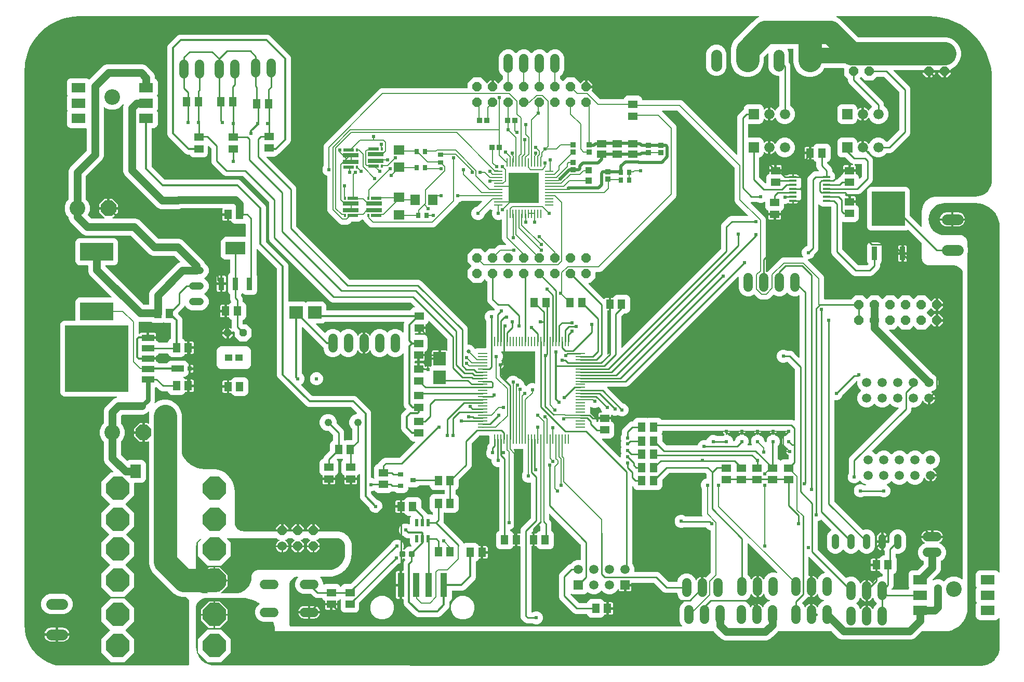
<source format=gbr>
G04 EAGLE Gerber RS-274X export*
G75*
%MOMM*%
%FSLAX34Y34*%
%LPD*%
%INTop Copper*%
%IPPOS*%
%AMOC8*
5,1,8,0,0,1.08239X$1,22.5*%
G01*
%ADD10R,1.500000X1.300000*%
%ADD11R,0.900000X0.850000*%
%ADD12R,0.850000X0.900000*%
%ADD13R,0.700000X0.900000*%
%ADD14R,1.300000X1.500000*%
%ADD15C,2.540000*%
%ADD16P,2.749271X8X22.500000*%
%ADD17R,1.000000X1.100000*%
%ADD18R,0.900000X0.700000*%
%ADD19P,1.649562X8X202.500000*%
%ADD20R,1.800000X2.200000*%
%ADD21R,2.000000X1.100000*%
%ADD22R,0.800000X0.800000*%
%ADD23C,1.500000*%
%ADD24C,1.524000*%
%ADD25P,4.123906X8X22.500000*%
%ADD26P,4.123906X8X202.500000*%
%ADD27C,1.790700*%
%ADD28R,1.450000X0.250000*%
%ADD29R,0.250000X1.450000*%
%ADD30R,5.000000X5.000000*%
%ADD31R,0.950000X2.150000*%
%ADD32R,3.250000X2.150000*%
%ADD33R,10.410000X10.800000*%
%ADD34R,2.159000X1.066800*%
%ADD35R,5.400000X2.900000*%
%ADD36R,2.200000X2.000000*%
%ADD37R,2.000000X2.200000*%
%ADD38P,1.319650X8X202.500000*%
%ADD39R,0.889000X2.184400*%
%ADD40R,5.461000X5.613400*%
%ADD41R,0.450000X0.520000*%
%ADD42R,2.520000X0.750000*%
%ADD43R,1.750000X0.520000*%
%ADD44R,0.900000X0.800000*%
%ADD45C,1.219200*%
%ADD46R,1.600000X1.803000*%
%ADD47R,1.803000X1.600000*%
%ADD48C,1.219200*%
%ADD49C,0.222250*%
%ADD50R,1.255000X1.106000*%
%ADD51C,1.524000*%
%ADD52P,1.649562X8X22.500000*%
%ADD53R,2.311400X1.600200*%
%ADD54C,2.552700*%
%ADD55C,1.500000*%
%ADD56R,1.500000X1.500000*%
%ADD57R,1.625000X0.280000*%
%ADD58R,0.280000X1.625000*%
%ADD59R,0.600000X1.150000*%
%ADD60R,1.155700X0.304800*%
%ADD61R,1.676400X1.676400*%
%ADD62C,1.676400*%
%ADD63R,1.120000X4.000000*%
%ADD64C,0.604800*%
%ADD65C,0.203200*%
%ADD66C,0.254000*%
%ADD67C,1.270000*%
%ADD68C,0.304800*%
%ADD69C,3.810000*%
%ADD70C,2.540000*%
%ADD71C,0.762000*%
%ADD72C,0.508000*%
%ADD73C,0.654800*%

G36*
X303847Y-42119D02*
X303847Y-42119D01*
X303907Y-42120D01*
X303988Y-42099D01*
X304070Y-42087D01*
X304124Y-42063D01*
X304182Y-42048D01*
X304254Y-42005D01*
X304330Y-41971D01*
X304375Y-41933D01*
X304426Y-41903D01*
X304472Y-41851D01*
X304547Y-41788D01*
X304603Y-41704D01*
X304649Y-41652D01*
X305157Y-40844D01*
X305217Y-40708D01*
X305255Y-40639D01*
X305631Y-39566D01*
X305660Y-39419D01*
X305682Y-39344D01*
X305809Y-38214D01*
X305807Y-38149D01*
X305815Y-38100D01*
X305815Y63500D01*
X305808Y63552D01*
X305809Y63576D01*
X305803Y63598D01*
X305800Y63674D01*
X305783Y63727D01*
X305775Y63782D01*
X305740Y63861D01*
X305713Y63945D01*
X305685Y63984D01*
X305659Y64041D01*
X305563Y64154D01*
X305518Y64218D01*
X300184Y69552D01*
X300114Y69604D01*
X300050Y69664D01*
X300001Y69690D01*
X299957Y69723D01*
X299875Y69754D01*
X299797Y69794D01*
X299749Y69802D01*
X299691Y69824D01*
X299543Y69836D01*
X299466Y69849D01*
X293669Y69849D01*
X286885Y71667D01*
X280804Y75178D01*
X245358Y110624D01*
X241847Y116705D01*
X240029Y123489D01*
X240029Y322705D01*
X240025Y322734D01*
X240028Y322763D01*
X240005Y322874D01*
X239989Y322986D01*
X239977Y323013D01*
X239972Y323042D01*
X239919Y323142D01*
X239873Y323246D01*
X239854Y323268D01*
X239841Y323294D01*
X239763Y323376D01*
X239690Y323463D01*
X239665Y323479D01*
X239645Y323500D01*
X239547Y323557D01*
X239453Y323620D01*
X239425Y323629D01*
X239400Y323644D01*
X239290Y323672D01*
X239182Y323706D01*
X239152Y323707D01*
X239124Y323714D01*
X239011Y323710D01*
X238898Y323713D01*
X238869Y323706D01*
X238840Y323705D01*
X238732Y323670D01*
X238623Y323641D01*
X238597Y323626D01*
X238569Y323617D01*
X238505Y323572D01*
X238378Y323496D01*
X238335Y323450D01*
X238296Y323422D01*
X237453Y322579D01*
X233171Y322579D01*
X233171Y336804D01*
X233163Y336862D01*
X233165Y336920D01*
X233143Y337002D01*
X233131Y337085D01*
X233107Y337139D01*
X233093Y337195D01*
X233050Y337268D01*
X233015Y337345D01*
X232977Y337389D01*
X232947Y337440D01*
X232886Y337497D01*
X232831Y337562D01*
X232783Y337594D01*
X232740Y337634D01*
X232665Y337673D01*
X232595Y337719D01*
X232539Y337737D01*
X232487Y337764D01*
X232419Y337775D01*
X232324Y337805D01*
X232224Y337808D01*
X232156Y337819D01*
X231139Y337819D01*
X231139Y337821D01*
X232156Y337821D01*
X232214Y337829D01*
X232272Y337828D01*
X232354Y337849D01*
X232437Y337861D01*
X232491Y337885D01*
X232547Y337899D01*
X232620Y337942D01*
X232697Y337977D01*
X232742Y338015D01*
X232792Y338045D01*
X232850Y338106D01*
X232914Y338161D01*
X232946Y338209D01*
X232986Y338252D01*
X233025Y338327D01*
X233071Y338397D01*
X233089Y338453D01*
X233116Y338505D01*
X233127Y338573D01*
X233157Y338668D01*
X233160Y338768D01*
X233171Y338836D01*
X233171Y353061D01*
X237453Y353061D01*
X238296Y352218D01*
X238320Y352200D01*
X238339Y352177D01*
X238433Y352115D01*
X238523Y352047D01*
X238551Y352036D01*
X238575Y352020D01*
X238683Y351986D01*
X238789Y351945D01*
X238818Y351943D01*
X238846Y351934D01*
X238960Y351931D01*
X239072Y351922D01*
X239101Y351928D01*
X239130Y351927D01*
X239240Y351955D01*
X239351Y351978D01*
X239377Y351991D01*
X239405Y351999D01*
X239503Y352056D01*
X239603Y352109D01*
X239625Y352129D01*
X239650Y352144D01*
X239727Y352227D01*
X239809Y352304D01*
X239824Y352330D01*
X239844Y352351D01*
X239896Y352452D01*
X239953Y352550D01*
X239960Y352578D01*
X239974Y352604D01*
X239987Y352682D01*
X240023Y352825D01*
X240021Y352888D01*
X240029Y352935D01*
X240029Y368001D01*
X240758Y370721D01*
X240760Y370741D01*
X240767Y370759D01*
X240778Y370881D01*
X240793Y371003D01*
X240789Y371023D01*
X240791Y371042D01*
X240767Y371163D01*
X240747Y371284D01*
X240739Y371302D01*
X240735Y371321D01*
X240679Y371430D01*
X240626Y371541D01*
X240613Y371556D01*
X240604Y371573D01*
X240520Y371662D01*
X240438Y371755D01*
X240422Y371765D01*
X240408Y371779D01*
X240302Y371842D01*
X240199Y371908D01*
X240180Y371913D01*
X240163Y371923D01*
X240044Y371953D01*
X239926Y371988D01*
X239906Y371988D01*
X239888Y371993D01*
X239765Y371989D01*
X239642Y371990D01*
X239623Y371985D01*
X239603Y371984D01*
X239487Y371946D01*
X239368Y371913D01*
X239352Y371903D01*
X239333Y371897D01*
X239273Y371854D01*
X239127Y371763D01*
X239092Y371725D01*
X239060Y371702D01*
X236514Y369156D01*
X231379Y367029D01*
X196707Y367029D01*
X196621Y367017D01*
X196533Y367014D01*
X196481Y366997D01*
X196426Y366989D01*
X196346Y366954D01*
X196263Y366927D01*
X196224Y366899D01*
X196167Y366873D01*
X196053Y366777D01*
X195990Y366732D01*
X194608Y365350D01*
X194556Y365281D01*
X194496Y365217D01*
X194470Y365167D01*
X194437Y365123D01*
X194406Y365042D01*
X194366Y364964D01*
X194358Y364916D01*
X194336Y364858D01*
X194324Y364710D01*
X194311Y364633D01*
X194311Y353008D01*
X194323Y352921D01*
X194326Y352834D01*
X194343Y352781D01*
X194351Y352726D01*
X194386Y352646D01*
X194413Y352563D01*
X194441Y352524D01*
X194467Y352467D01*
X194563Y352353D01*
X194608Y352290D01*
X197567Y349331D01*
X200661Y341862D01*
X200661Y333778D01*
X197567Y326309D01*
X194608Y323350D01*
X194556Y323280D01*
X194496Y323217D01*
X194470Y323167D01*
X194437Y323123D01*
X194406Y323041D01*
X194366Y322963D01*
X194358Y322916D01*
X194336Y322857D01*
X194324Y322710D01*
X194311Y322632D01*
X194311Y302117D01*
X194323Y302031D01*
X194326Y301943D01*
X194343Y301891D01*
X194351Y301836D01*
X194386Y301756D01*
X194413Y301673D01*
X194441Y301634D01*
X194467Y301577D01*
X194563Y301463D01*
X194608Y301400D01*
X203981Y292027D01*
X203982Y292026D01*
X203983Y292025D01*
X204096Y291940D01*
X204208Y291856D01*
X204209Y291856D01*
X204211Y291855D01*
X204342Y291805D01*
X204473Y291755D01*
X204475Y291755D01*
X204476Y291754D01*
X204621Y291743D01*
X204757Y291731D01*
X204758Y291732D01*
X204760Y291732D01*
X204775Y291735D01*
X205035Y291787D01*
X205063Y291801D01*
X205087Y291807D01*
X207824Y292941D01*
X228856Y292941D01*
X231657Y291781D01*
X233801Y289637D01*
X234961Y286836D01*
X234961Y261804D01*
X233801Y259003D01*
X231657Y256859D01*
X228856Y255699D01*
X216916Y255699D01*
X216858Y255691D01*
X216800Y255693D01*
X216718Y255671D01*
X216634Y255659D01*
X216581Y255636D01*
X216525Y255621D01*
X216452Y255578D01*
X216375Y255543D01*
X216330Y255505D01*
X216280Y255476D01*
X216222Y255414D01*
X216158Y255360D01*
X216126Y255311D01*
X216086Y255268D01*
X216047Y255193D01*
X216000Y255123D01*
X215983Y255067D01*
X215956Y255015D01*
X215945Y254947D01*
X215915Y254852D01*
X215912Y254752D01*
X215901Y254684D01*
X215901Y235333D01*
X202266Y221698D01*
X202231Y221651D01*
X202188Y221611D01*
X202146Y221538D01*
X202095Y221471D01*
X202074Y221416D01*
X202045Y221366D01*
X202024Y221284D01*
X201994Y221205D01*
X201989Y221147D01*
X201975Y221090D01*
X201977Y221006D01*
X201970Y220922D01*
X201982Y220864D01*
X201984Y220806D01*
X202010Y220726D01*
X202026Y220643D01*
X202053Y220591D01*
X202071Y220535D01*
X202111Y220479D01*
X202157Y220391D01*
X202226Y220318D01*
X202266Y220262D01*
X215901Y206627D01*
X215901Y184533D01*
X203536Y172168D01*
X203501Y172121D01*
X203458Y172081D01*
X203416Y172008D01*
X203365Y171941D01*
X203344Y171886D01*
X203315Y171836D01*
X203294Y171754D01*
X203264Y171675D01*
X203259Y171617D01*
X203245Y171560D01*
X203247Y171476D01*
X203240Y171392D01*
X203252Y171334D01*
X203254Y171276D01*
X203280Y171196D01*
X203296Y171113D01*
X203323Y171061D01*
X203341Y171005D01*
X203381Y170949D01*
X203427Y170861D01*
X203496Y170788D01*
X203536Y170732D01*
X215901Y158367D01*
X215901Y136273D01*
X202266Y122638D01*
X202231Y122591D01*
X202188Y122551D01*
X202146Y122478D01*
X202095Y122411D01*
X202074Y122356D01*
X202045Y122306D01*
X202024Y122224D01*
X201994Y122145D01*
X201989Y122087D01*
X201975Y122030D01*
X201977Y121946D01*
X201970Y121862D01*
X201982Y121804D01*
X201984Y121746D01*
X202010Y121666D01*
X202026Y121583D01*
X202053Y121531D01*
X202071Y121475D01*
X202111Y121419D01*
X202157Y121331D01*
X202226Y121258D01*
X202266Y121202D01*
X215901Y107567D01*
X215901Y85473D01*
X200277Y69849D01*
X178183Y69849D01*
X162559Y85473D01*
X162559Y107567D01*
X176194Y121202D01*
X176229Y121249D01*
X176272Y121289D01*
X176314Y121362D01*
X176365Y121429D01*
X176386Y121484D01*
X176415Y121534D01*
X176436Y121616D01*
X176466Y121695D01*
X176471Y121753D01*
X176485Y121810D01*
X176483Y121894D01*
X176490Y121978D01*
X176478Y122036D01*
X176476Y122094D01*
X176450Y122174D01*
X176434Y122257D01*
X176407Y122309D01*
X176389Y122365D01*
X176349Y122421D01*
X176303Y122509D01*
X176234Y122582D01*
X176194Y122638D01*
X162559Y136273D01*
X162559Y158367D01*
X174924Y170732D01*
X174959Y170779D01*
X175002Y170819D01*
X175044Y170892D01*
X175095Y170959D01*
X175116Y171014D01*
X175145Y171064D01*
X175166Y171146D01*
X175196Y171225D01*
X175201Y171283D01*
X175215Y171340D01*
X175213Y171424D01*
X175220Y171508D01*
X175208Y171566D01*
X175206Y171624D01*
X175180Y171704D01*
X175164Y171787D01*
X175137Y171839D01*
X175119Y171895D01*
X175079Y171951D01*
X175033Y172039D01*
X174964Y172112D01*
X174924Y172168D01*
X162559Y184533D01*
X162559Y206627D01*
X176194Y220262D01*
X176229Y220309D01*
X176272Y220349D01*
X176314Y220422D01*
X176365Y220489D01*
X176386Y220544D01*
X176415Y220594D01*
X176436Y220676D01*
X176466Y220755D01*
X176471Y220813D01*
X176485Y220870D01*
X176483Y220954D01*
X176490Y221038D01*
X176478Y221096D01*
X176476Y221154D01*
X176450Y221234D01*
X176434Y221317D01*
X176407Y221369D01*
X176389Y221425D01*
X176349Y221481D01*
X176303Y221569D01*
X176234Y221642D01*
X176194Y221698D01*
X162559Y235333D01*
X162559Y257427D01*
X178183Y273051D01*
X180991Y273051D01*
X181020Y273055D01*
X181049Y273052D01*
X181160Y273075D01*
X181272Y273091D01*
X181299Y273103D01*
X181328Y273108D01*
X181428Y273160D01*
X181532Y273207D01*
X181554Y273226D01*
X181580Y273239D01*
X181662Y273317D01*
X181749Y273390D01*
X181765Y273415D01*
X181786Y273435D01*
X181843Y273533D01*
X181906Y273627D01*
X181915Y273655D01*
X181930Y273680D01*
X181958Y273790D01*
X181992Y273898D01*
X181993Y273928D01*
X182000Y273956D01*
X181996Y274069D01*
X181999Y274182D01*
X181992Y274211D01*
X181991Y274240D01*
X181956Y274348D01*
X181927Y274457D01*
X181912Y274483D01*
X181903Y274511D01*
X181858Y274574D01*
X181782Y274702D01*
X181737Y274745D01*
X181709Y274784D01*
X168496Y287996D01*
X166369Y293131D01*
X166369Y322632D01*
X166357Y322719D01*
X166354Y322806D01*
X166337Y322859D01*
X166329Y322914D01*
X166294Y322994D01*
X166267Y323077D01*
X166239Y323116D01*
X166213Y323173D01*
X166117Y323287D01*
X166072Y323350D01*
X163113Y326309D01*
X160019Y333778D01*
X160019Y341862D01*
X163113Y349331D01*
X166072Y352290D01*
X166124Y352360D01*
X166184Y352423D01*
X166210Y352473D01*
X166243Y352517D01*
X166274Y352599D01*
X166314Y352677D01*
X166322Y352724D01*
X166344Y352783D01*
X166356Y352930D01*
X166369Y353008D01*
X166369Y373619D01*
X168496Y378754D01*
X182586Y392844D01*
X187541Y394896D01*
X187615Y394940D01*
X187693Y394975D01*
X187737Y395012D01*
X187786Y395041D01*
X187845Y395103D01*
X187910Y395159D01*
X187942Y395206D01*
X187981Y395247D01*
X188020Y395324D01*
X188068Y395395D01*
X188085Y395449D01*
X188111Y395500D01*
X188128Y395584D01*
X188154Y395666D01*
X188155Y395723D01*
X188166Y395779D01*
X188159Y395864D01*
X188161Y395950D01*
X188146Y396005D01*
X188142Y396062D01*
X188111Y396142D01*
X188089Y396225D01*
X188060Y396274D01*
X188040Y396327D01*
X187988Y396396D01*
X187944Y396470D01*
X187902Y396509D01*
X187868Y396554D01*
X187799Y396606D01*
X187736Y396664D01*
X187686Y396690D01*
X187640Y396724D01*
X187560Y396755D01*
X187483Y396794D01*
X187435Y396802D01*
X187374Y396825D01*
X187230Y396836D01*
X187152Y396849D01*
X101374Y396849D01*
X98573Y398009D01*
X96429Y400153D01*
X95269Y402954D01*
X95269Y513986D01*
X96429Y516787D01*
X98573Y518931D01*
X101374Y520091D01*
X119304Y520091D01*
X119362Y520099D01*
X119420Y520097D01*
X119502Y520119D01*
X119586Y520131D01*
X119639Y520154D01*
X119695Y520169D01*
X119768Y520212D01*
X119845Y520247D01*
X119890Y520285D01*
X119940Y520314D01*
X119998Y520376D01*
X120062Y520430D01*
X120094Y520479D01*
X120134Y520522D01*
X120173Y520597D01*
X120220Y520667D01*
X120237Y520723D01*
X120264Y520775D01*
X120275Y520843D01*
X120305Y520938D01*
X120308Y521038D01*
X120319Y521106D01*
X120319Y551716D01*
X121479Y554517D01*
X123623Y556661D01*
X126424Y557821D01*
X178161Y557821D01*
X178190Y557825D01*
X178219Y557822D01*
X178330Y557845D01*
X178442Y557861D01*
X178469Y557873D01*
X178498Y557878D01*
X178598Y557930D01*
X178702Y557977D01*
X178724Y557996D01*
X178750Y558009D01*
X178832Y558087D01*
X178919Y558160D01*
X178935Y558185D01*
X178956Y558205D01*
X179013Y558303D01*
X179076Y558397D01*
X179085Y558425D01*
X179100Y558450D01*
X179128Y558560D01*
X179162Y558668D01*
X179163Y558698D01*
X179170Y558726D01*
X179166Y558839D01*
X179169Y558952D01*
X179162Y558981D01*
X179161Y559010D01*
X179126Y559118D01*
X179097Y559227D01*
X179082Y559253D01*
X179073Y559281D01*
X179028Y559344D01*
X178952Y559472D01*
X178906Y559515D01*
X178879Y559554D01*
X147169Y591263D01*
X143096Y595336D01*
X140969Y600471D01*
X140969Y609564D01*
X140961Y609622D01*
X140963Y609680D01*
X140941Y609762D01*
X140929Y609846D01*
X140906Y609899D01*
X140891Y609955D01*
X140848Y610028D01*
X140813Y610105D01*
X140775Y610150D01*
X140746Y610200D01*
X140684Y610258D01*
X140630Y610322D01*
X140581Y610354D01*
X140538Y610394D01*
X140463Y610433D01*
X140393Y610480D01*
X140337Y610497D01*
X140285Y610524D01*
X140217Y610535D01*
X140122Y610565D01*
X140022Y610568D01*
X139954Y610579D01*
X126424Y610579D01*
X123623Y611739D01*
X121479Y613883D01*
X120319Y616684D01*
X120319Y648716D01*
X121479Y651517D01*
X123623Y653661D01*
X126424Y654821D01*
X183456Y654821D01*
X186257Y653661D01*
X188401Y651517D01*
X189561Y648716D01*
X189561Y616684D01*
X188401Y613883D01*
X186257Y611739D01*
X183456Y610579D01*
X169926Y610579D01*
X169868Y610571D01*
X169810Y610573D01*
X169728Y610551D01*
X169644Y610539D01*
X169591Y610516D01*
X169535Y610501D01*
X169462Y610458D01*
X169385Y610423D01*
X169340Y610385D01*
X169290Y610356D01*
X169232Y610294D01*
X169168Y610240D01*
X169136Y610191D01*
X169096Y610148D01*
X169057Y610073D01*
X169010Y610003D01*
X168993Y609947D01*
X168966Y609895D01*
X168955Y609827D01*
X168925Y609732D01*
X168922Y609632D01*
X168911Y609564D01*
X168911Y609457D01*
X168923Y609371D01*
X168926Y609283D01*
X168943Y609231D01*
X168951Y609176D01*
X168986Y609096D01*
X169013Y609013D01*
X169041Y608974D01*
X169067Y608916D01*
X169163Y608803D01*
X169208Y608740D01*
X231220Y546728D01*
X231289Y546676D01*
X231353Y546616D01*
X231403Y546590D01*
X231447Y546557D01*
X231528Y546526D01*
X231606Y546486D01*
X231654Y546478D01*
X231712Y546456D01*
X231860Y546444D01*
X231937Y546431D01*
X239674Y546431D01*
X239732Y546439D01*
X239790Y546437D01*
X239872Y546459D01*
X239956Y546471D01*
X240009Y546494D01*
X240065Y546509D01*
X240138Y546552D01*
X240215Y546587D01*
X240260Y546625D01*
X240310Y546654D01*
X240368Y546716D01*
X240432Y546770D01*
X240464Y546819D01*
X240504Y546862D01*
X240543Y546937D01*
X240590Y547007D01*
X240607Y547063D01*
X240634Y547115D01*
X240645Y547183D01*
X240675Y547278D01*
X240678Y547378D01*
X240689Y547446D01*
X240689Y564779D01*
X242816Y569914D01*
X286726Y613824D01*
X290125Y615232D01*
X290224Y615290D01*
X290326Y615343D01*
X290346Y615362D01*
X290370Y615376D01*
X290449Y615460D01*
X290532Y615539D01*
X290546Y615563D01*
X290565Y615583D01*
X290618Y615685D01*
X290676Y615784D01*
X290683Y615811D01*
X290696Y615836D01*
X290718Y615949D01*
X290746Y616060D01*
X290745Y616087D01*
X290751Y616115D01*
X290741Y616229D01*
X290737Y616344D01*
X290729Y616370D01*
X290726Y616398D01*
X290685Y616505D01*
X290650Y616614D01*
X290635Y616635D01*
X290624Y616663D01*
X290464Y616875D01*
X290455Y616888D01*
X281530Y625812D01*
X281461Y625864D01*
X281397Y625924D01*
X281347Y625950D01*
X281303Y625983D01*
X281222Y626014D01*
X281144Y626054D01*
X281096Y626062D01*
X281038Y626084D01*
X280890Y626096D01*
X280813Y626109D01*
X246141Y626109D01*
X241006Y628236D01*
X236933Y632309D01*
X210410Y658832D01*
X210341Y658884D01*
X210277Y658944D01*
X210227Y658970D01*
X210183Y659003D01*
X210102Y659034D01*
X210024Y659074D01*
X209976Y659082D01*
X209918Y659104D01*
X209770Y659116D01*
X209693Y659129D01*
X136921Y659129D01*
X131786Y661256D01*
X111346Y681696D01*
X109219Y686831D01*
X109219Y688392D01*
X109207Y688479D01*
X109204Y688566D01*
X109187Y688619D01*
X109179Y688674D01*
X109144Y688754D01*
X109117Y688837D01*
X109089Y688876D01*
X109063Y688933D01*
X108967Y689047D01*
X108922Y689110D01*
X105963Y692069D01*
X102869Y699538D01*
X102869Y707622D01*
X105963Y715091D01*
X108922Y718050D01*
X108974Y718120D01*
X109034Y718183D01*
X109060Y718233D01*
X109093Y718277D01*
X109124Y718359D01*
X109164Y718437D01*
X109172Y718484D01*
X109194Y718543D01*
X109206Y718690D01*
X109219Y718768D01*
X109219Y764779D01*
X111346Y769914D01*
X138132Y796700D01*
X138184Y796769D01*
X138244Y796833D01*
X138270Y796883D01*
X138303Y796927D01*
X138334Y797008D01*
X138374Y797086D01*
X138382Y797134D01*
X138404Y797192D01*
X138414Y797313D01*
X138415Y797317D01*
X138416Y797333D01*
X138416Y797340D01*
X138429Y797417D01*
X138429Y833393D01*
X138421Y833451D01*
X138423Y833509D01*
X138401Y833591D01*
X138389Y833675D01*
X138366Y833728D01*
X138351Y833784D01*
X138308Y833857D01*
X138273Y833934D01*
X138235Y833979D01*
X138206Y834029D01*
X138144Y834087D01*
X138090Y834151D01*
X138041Y834183D01*
X137998Y834223D01*
X137923Y834262D01*
X137853Y834309D01*
X137797Y834326D01*
X137745Y834353D01*
X137677Y834364D01*
X137582Y834394D01*
X137482Y834397D01*
X137414Y834408D01*
X112267Y834408D01*
X109466Y835568D01*
X107322Y837712D01*
X106162Y840513D01*
X106162Y859547D01*
X107237Y862141D01*
X107259Y862226D01*
X107290Y862308D01*
X107294Y862363D01*
X107308Y862417D01*
X107305Y862504D01*
X107312Y862591D01*
X107302Y862638D01*
X107300Y862701D01*
X107255Y862842D01*
X107237Y862919D01*
X106162Y865513D01*
X106162Y884547D01*
X107237Y887141D01*
X107259Y887226D01*
X107290Y887308D01*
X107294Y887363D01*
X107308Y887417D01*
X107305Y887504D01*
X107312Y887591D01*
X107302Y887638D01*
X107300Y887701D01*
X107255Y887842D01*
X107237Y887919D01*
X106162Y890513D01*
X106162Y909547D01*
X107322Y912348D01*
X109466Y914492D01*
X112267Y915652D01*
X138413Y915652D01*
X141214Y914492D01*
X141971Y913734D01*
X142018Y913699D01*
X142058Y913657D01*
X142131Y913614D01*
X142198Y913563D01*
X142253Y913543D01*
X142303Y913513D01*
X142385Y913492D01*
X142464Y913462D01*
X142522Y913457D01*
X142579Y913443D01*
X142663Y913446D01*
X142747Y913439D01*
X142804Y913450D01*
X142863Y913452D01*
X142943Y913478D01*
X143026Y913495D01*
X143078Y913522D01*
X143133Y913539D01*
X143190Y913580D01*
X143278Y913626D01*
X143351Y913694D01*
X143407Y913734D01*
X162003Y932331D01*
X166076Y936404D01*
X171211Y938531D01*
X230109Y938531D01*
X235244Y936404D01*
X247184Y924464D01*
X249311Y919329D01*
X249311Y915958D01*
X249311Y915957D01*
X249311Y915955D01*
X249331Y915814D01*
X249351Y915677D01*
X249351Y915675D01*
X249351Y915674D01*
X249408Y915548D01*
X249467Y915417D01*
X249468Y915416D01*
X249469Y915415D01*
X249560Y915307D01*
X249650Y915200D01*
X249652Y915199D01*
X249653Y915198D01*
X249666Y915190D01*
X249887Y915043D01*
X249916Y915033D01*
X249937Y915020D01*
X251214Y914492D01*
X253358Y912348D01*
X254518Y909547D01*
X254518Y890513D01*
X253443Y887919D01*
X253421Y887834D01*
X253390Y887752D01*
X253386Y887697D01*
X253372Y887643D01*
X253375Y887556D01*
X253368Y887469D01*
X253378Y887422D01*
X253380Y887359D01*
X253425Y887218D01*
X253443Y887141D01*
X254518Y884547D01*
X254518Y865513D01*
X253443Y862919D01*
X253421Y862834D01*
X253390Y862752D01*
X253386Y862697D01*
X253372Y862643D01*
X253375Y862556D01*
X253368Y862469D01*
X253378Y862422D01*
X253380Y862359D01*
X253425Y862218D01*
X253443Y862141D01*
X254518Y859547D01*
X254518Y840513D01*
X253358Y837712D01*
X251214Y835568D01*
X248413Y834408D01*
X245500Y834408D01*
X245442Y834400D01*
X245384Y834402D01*
X245302Y834380D01*
X245218Y834368D01*
X245165Y834345D01*
X245109Y834330D01*
X245036Y834287D01*
X244959Y834252D01*
X244914Y834214D01*
X244864Y834185D01*
X244806Y834123D01*
X244742Y834069D01*
X244710Y834020D01*
X244670Y833977D01*
X244631Y833902D01*
X244584Y833832D01*
X244567Y833776D01*
X244540Y833724D01*
X244529Y833656D01*
X244499Y833561D01*
X244496Y833461D01*
X244485Y833393D01*
X244485Y772168D01*
X244497Y772082D01*
X244500Y771994D01*
X244517Y771942D01*
X244525Y771887D01*
X244560Y771807D01*
X244587Y771724D01*
X244615Y771685D01*
X244641Y771628D01*
X244737Y771514D01*
X244782Y771451D01*
X265745Y750487D01*
X265815Y750435D01*
X265879Y750375D01*
X265928Y750349D01*
X265973Y750316D01*
X266054Y750285D01*
X266132Y750245D01*
X266180Y750237D01*
X266238Y750215D01*
X266386Y750203D01*
X266463Y750190D01*
X385994Y750190D01*
X389355Y748798D01*
X429393Y708760D01*
X430785Y705399D01*
X430785Y649368D01*
X430797Y649282D01*
X430800Y649194D01*
X430817Y649142D01*
X430825Y649087D01*
X430860Y649007D01*
X430887Y648924D01*
X430915Y648885D01*
X430941Y648828D01*
X431037Y648714D01*
X431082Y648651D01*
X465588Y614145D01*
X466980Y610784D01*
X466980Y552036D01*
X466988Y551978D01*
X466986Y551920D01*
X467008Y551838D01*
X467020Y551754D01*
X467043Y551701D01*
X467058Y551645D01*
X467101Y551572D01*
X467136Y551495D01*
X467174Y551450D01*
X467203Y551400D01*
X467265Y551342D01*
X467319Y551278D01*
X467368Y551246D01*
X467411Y551206D01*
X467486Y551167D01*
X467556Y551120D01*
X467612Y551103D01*
X467664Y551076D01*
X467732Y551065D01*
X467827Y551035D01*
X467927Y551032D01*
X467995Y551021D01*
X492816Y551021D01*
X494911Y550153D01*
X494996Y550131D01*
X495078Y550100D01*
X495133Y550096D01*
X495187Y550082D01*
X495274Y550084D01*
X495361Y550077D01*
X495408Y550088D01*
X495471Y550090D01*
X495612Y550135D01*
X495689Y550153D01*
X497784Y551021D01*
X522816Y551021D01*
X525617Y549861D01*
X527761Y547717D01*
X528921Y544916D01*
X528921Y537820D01*
X528929Y537762D01*
X528927Y537704D01*
X528949Y537622D01*
X528961Y537538D01*
X528984Y537485D01*
X528999Y537429D01*
X529042Y537356D01*
X529077Y537279D01*
X529115Y537234D01*
X529144Y537184D01*
X529206Y537126D01*
X529260Y537062D01*
X529309Y537030D01*
X529352Y536990D01*
X529427Y536951D01*
X529497Y536904D01*
X529553Y536887D01*
X529605Y536860D01*
X529673Y536849D01*
X529768Y536819D01*
X529868Y536816D01*
X529936Y536805D01*
X665388Y536805D01*
X665390Y536805D01*
X665392Y536805D01*
X665531Y536825D01*
X665670Y536845D01*
X665671Y536845D01*
X665673Y536845D01*
X665803Y536904D01*
X665929Y536961D01*
X665931Y536962D01*
X665932Y536962D01*
X666042Y537056D01*
X666146Y537144D01*
X666147Y537146D01*
X666148Y537147D01*
X666157Y537160D01*
X666304Y537381D01*
X666313Y537410D01*
X666326Y537431D01*
X666759Y538477D01*
X668903Y540621D01*
X671704Y541781D01*
X672555Y541781D01*
X672584Y541785D01*
X672613Y541782D01*
X672724Y541805D01*
X672836Y541821D01*
X672863Y541833D01*
X672892Y541838D01*
X672992Y541890D01*
X673096Y541937D01*
X673118Y541956D01*
X673144Y541969D01*
X673226Y542047D01*
X673313Y542120D01*
X673329Y542145D01*
X673350Y542165D01*
X673408Y542263D01*
X673470Y542357D01*
X673479Y542385D01*
X673494Y542410D01*
X673522Y542520D01*
X673556Y542628D01*
X673557Y542658D01*
X673564Y542686D01*
X673561Y542799D01*
X673563Y542912D01*
X673556Y542941D01*
X673555Y542970D01*
X673520Y543078D01*
X673492Y543187D01*
X673477Y543213D01*
X673468Y543241D01*
X673422Y543304D01*
X673346Y543432D01*
X673301Y543475D01*
X673273Y543514D01*
X667175Y549612D01*
X667105Y549664D01*
X667041Y549724D01*
X666992Y549750D01*
X666947Y549783D01*
X666866Y549814D01*
X666788Y549854D01*
X666740Y549862D01*
X666682Y549884D01*
X666534Y549896D01*
X666457Y549909D01*
X539252Y549909D01*
X535984Y551263D01*
X533340Y553907D01*
X439607Y647640D01*
X436963Y650284D01*
X435609Y653552D01*
X435609Y713447D01*
X435597Y713533D01*
X435594Y713621D01*
X435577Y713674D01*
X435569Y713728D01*
X435534Y713808D01*
X435507Y713891D01*
X435479Y713931D01*
X435453Y713988D01*
X435357Y714101D01*
X435312Y714165D01*
X393490Y755987D01*
X393420Y756039D01*
X393356Y756099D01*
X393307Y756125D01*
X393263Y756158D01*
X393181Y756189D01*
X393103Y756229D01*
X393055Y756237D01*
X392997Y756259D01*
X392849Y756271D01*
X392772Y756284D01*
X364627Y756284D01*
X361359Y757638D01*
X342983Y776014D01*
X341629Y779282D01*
X341629Y801077D01*
X341617Y801163D01*
X341614Y801251D01*
X341597Y801303D01*
X341589Y801358D01*
X341554Y801438D01*
X341527Y801521D01*
X341499Y801561D01*
X341473Y801618D01*
X341377Y801731D01*
X341332Y801795D01*
X338164Y804963D01*
X338140Y804980D01*
X338121Y805003D01*
X338027Y805066D01*
X337937Y805134D01*
X337909Y805144D01*
X337885Y805160D01*
X337777Y805195D01*
X337671Y805235D01*
X337642Y805237D01*
X337614Y805246D01*
X337500Y805249D01*
X337388Y805258D01*
X337359Y805253D01*
X337330Y805253D01*
X337220Y805225D01*
X337109Y805203D01*
X337083Y805189D01*
X337055Y805182D01*
X336957Y805124D01*
X336857Y805072D01*
X336835Y805051D01*
X336810Y805036D01*
X336733Y804954D01*
X336651Y804876D01*
X336636Y804850D01*
X336616Y804829D01*
X336564Y804728D01*
X336507Y804630D01*
X336500Y804602D01*
X336486Y804576D01*
X336473Y804499D01*
X336437Y804355D01*
X336439Y804292D01*
X336431Y804245D01*
X336431Y792744D01*
X335271Y789943D01*
X333127Y787799D01*
X330326Y786639D01*
X312294Y786639D01*
X309493Y787799D01*
X307349Y789943D01*
X307190Y790329D01*
X307189Y790330D01*
X307189Y790331D01*
X307120Y790447D01*
X307045Y790573D01*
X307044Y790575D01*
X307043Y790576D01*
X306942Y790671D01*
X306839Y790769D01*
X306837Y790769D01*
X306836Y790770D01*
X306710Y790835D01*
X306586Y790899D01*
X306584Y790899D01*
X306583Y790900D01*
X306568Y790902D01*
X306307Y790954D01*
X306277Y790951D01*
X306252Y790955D01*
X302981Y790955D01*
X299620Y792347D01*
X271647Y820320D01*
X270255Y823681D01*
X270255Y967019D01*
X271647Y970380D01*
X274363Y973095D01*
X284205Y982937D01*
X286920Y985653D01*
X290281Y987045D01*
X433619Y987045D01*
X436980Y985653D01*
X470033Y952600D01*
X471425Y949239D01*
X471425Y813521D01*
X470033Y810160D01*
X452220Y792347D01*
X449820Y791353D01*
X449793Y791338D01*
X449764Y791328D01*
X449700Y791282D01*
X449575Y791209D01*
X449531Y791162D01*
X449491Y791133D01*
X447427Y789069D01*
X444626Y787909D01*
X432345Y787909D01*
X432316Y787905D01*
X432287Y787908D01*
X432176Y787885D01*
X432064Y787869D01*
X432037Y787857D01*
X432008Y787852D01*
X431908Y787800D01*
X431804Y787753D01*
X431782Y787734D01*
X431756Y787721D01*
X431674Y787643D01*
X431587Y787570D01*
X431571Y787545D01*
X431550Y787525D01*
X431492Y787427D01*
X431430Y787333D01*
X431421Y787305D01*
X431406Y787280D01*
X431378Y787170D01*
X431344Y787062D01*
X431343Y787032D01*
X431336Y787004D01*
X431339Y786891D01*
X431337Y786778D01*
X431344Y786749D01*
X431345Y786720D01*
X431380Y786612D01*
X431408Y786503D01*
X431423Y786477D01*
X431432Y786449D01*
X431478Y786386D01*
X431554Y786258D01*
X431599Y786215D01*
X431627Y786176D01*
X478707Y739096D01*
X480061Y735828D01*
X480061Y674663D01*
X480073Y674577D01*
X480076Y674489D01*
X480093Y674436D01*
X480101Y674382D01*
X480136Y674302D01*
X480163Y674219D01*
X480191Y674179D01*
X480217Y674122D01*
X480287Y674040D01*
X480308Y674004D01*
X480333Y673980D01*
X480358Y673945D01*
X567265Y587038D01*
X567335Y586986D01*
X567399Y586926D01*
X567448Y586900D01*
X567493Y586867D01*
X567574Y586836D01*
X567652Y586796D01*
X567700Y586788D01*
X567758Y586766D01*
X567906Y586754D01*
X567983Y586741D01*
X679948Y586741D01*
X683216Y585387D01*
X758107Y510496D01*
X759461Y507228D01*
X759461Y481810D01*
X759469Y481752D01*
X759467Y481694D01*
X759489Y481612D01*
X759501Y481528D01*
X759524Y481475D01*
X759539Y481419D01*
X759582Y481346D01*
X759617Y481269D01*
X759655Y481224D01*
X759684Y481174D01*
X759746Y481116D01*
X759800Y481052D01*
X759849Y481020D01*
X759892Y480980D01*
X759967Y480941D01*
X760037Y480894D01*
X760093Y480877D01*
X760145Y480850D01*
X760213Y480839D01*
X760308Y480809D01*
X760408Y480806D01*
X760476Y480795D01*
X762897Y480795D01*
X766901Y479136D01*
X769966Y476071D01*
X770447Y474910D01*
X770477Y474859D01*
X770498Y474805D01*
X770549Y474738D01*
X770592Y474665D01*
X770634Y474625D01*
X770670Y474578D01*
X770737Y474528D01*
X770798Y474470D01*
X770850Y474443D01*
X770897Y474408D01*
X770976Y474378D01*
X771051Y474339D01*
X771109Y474328D01*
X771163Y474307D01*
X771247Y474301D01*
X771330Y474284D01*
X771388Y474289D01*
X771447Y474285D01*
X771514Y474300D01*
X771613Y474309D01*
X771707Y474345D01*
X771774Y474360D01*
X774334Y475421D01*
X788607Y475421D01*
X788664Y475429D01*
X788723Y475427D01*
X788804Y475449D01*
X788888Y475461D01*
X788941Y475484D01*
X788998Y475499D01*
X789070Y475542D01*
X789147Y475577D01*
X789192Y475615D01*
X789242Y475644D01*
X789300Y475706D01*
X789364Y475760D01*
X789397Y475809D01*
X789437Y475852D01*
X789475Y475927D01*
X789522Y475997D01*
X789540Y476053D01*
X789566Y476105D01*
X789578Y476173D01*
X789608Y476268D01*
X789610Y476368D01*
X789622Y476436D01*
X789622Y519514D01*
X789610Y519600D01*
X789607Y519688D01*
X789590Y519740D01*
X789582Y519795D01*
X789546Y519875D01*
X789519Y519958D01*
X789491Y519998D01*
X789466Y520055D01*
X789370Y520168D01*
X789324Y520232D01*
X788853Y520703D01*
X787233Y524615D01*
X787233Y528850D01*
X788853Y532762D01*
X791848Y535757D01*
X795760Y537377D01*
X799995Y537377D01*
X801446Y536776D01*
X801448Y536776D01*
X801449Y536775D01*
X801585Y536740D01*
X801722Y536705D01*
X801723Y536705D01*
X801725Y536705D01*
X801866Y536709D01*
X802006Y536713D01*
X802007Y536714D01*
X802009Y536714D01*
X802145Y536758D01*
X802277Y536800D01*
X802278Y536801D01*
X802279Y536801D01*
X802292Y536810D01*
X802513Y536958D01*
X802532Y536982D01*
X802553Y536996D01*
X803149Y537592D01*
X803168Y537617D01*
X803191Y537637D01*
X803233Y537704D01*
X803320Y537820D01*
X803343Y537880D01*
X803369Y537922D01*
X803469Y538162D01*
X803469Y538163D01*
X803470Y538165D01*
X803503Y538296D01*
X803539Y538437D01*
X803539Y538439D01*
X803540Y538440D01*
X803535Y538581D01*
X803531Y538721D01*
X803531Y538723D01*
X803531Y538724D01*
X803486Y538861D01*
X803445Y538992D01*
X803444Y538993D01*
X803443Y538995D01*
X803434Y539007D01*
X803286Y539228D01*
X803263Y539248D01*
X803248Y539268D01*
X801310Y541207D01*
X792563Y549954D01*
X791209Y553222D01*
X791209Y583817D01*
X791197Y583903D01*
X791194Y583991D01*
X791177Y584043D01*
X791169Y584098D01*
X791134Y584178D01*
X791107Y584261D01*
X791079Y584300D01*
X791053Y584357D01*
X790957Y584471D01*
X790912Y584534D01*
X788118Y587328D01*
X788071Y587364D01*
X788031Y587406D01*
X787958Y587449D01*
X787891Y587499D01*
X787836Y587520D01*
X787786Y587550D01*
X787704Y587571D01*
X787625Y587601D01*
X787567Y587605D01*
X787510Y587620D01*
X787426Y587617D01*
X787342Y587624D01*
X787284Y587613D01*
X787226Y587611D01*
X787146Y587585D01*
X787063Y587568D01*
X787011Y587541D01*
X786955Y587523D01*
X786899Y587483D01*
X786811Y587437D01*
X786738Y587368D01*
X786682Y587328D01*
X781013Y581659D01*
X768387Y581659D01*
X759459Y590587D01*
X759459Y603213D01*
X765128Y608882D01*
X765164Y608929D01*
X765206Y608969D01*
X765249Y609042D01*
X765299Y609109D01*
X765320Y609164D01*
X765350Y609214D01*
X765371Y609296D01*
X765401Y609375D01*
X765405Y609433D01*
X765420Y609490D01*
X765417Y609574D01*
X765424Y609658D01*
X765413Y609716D01*
X765411Y609774D01*
X765385Y609854D01*
X765368Y609937D01*
X765341Y609989D01*
X765323Y610045D01*
X765283Y610101D01*
X765237Y610189D01*
X765169Y610262D01*
X765128Y610318D01*
X759459Y615987D01*
X759459Y628613D01*
X768387Y637541D01*
X781013Y637541D01*
X786682Y631872D01*
X786729Y631836D01*
X786769Y631794D01*
X786842Y631751D01*
X786909Y631701D01*
X786964Y631680D01*
X787014Y631650D01*
X787096Y631629D01*
X787175Y631599D01*
X787233Y631595D01*
X787290Y631580D01*
X787374Y631583D01*
X787458Y631576D01*
X787516Y631587D01*
X787574Y631589D01*
X787654Y631615D01*
X787737Y631632D01*
X787789Y631659D01*
X787845Y631677D01*
X787901Y631717D01*
X787989Y631763D01*
X788062Y631831D01*
X788118Y631872D01*
X793787Y637541D01*
X802706Y637541D01*
X802793Y637553D01*
X802880Y637556D01*
X802933Y637573D01*
X802988Y637581D01*
X803067Y637616D01*
X803151Y637643D01*
X803190Y637671D01*
X803247Y637697D01*
X803360Y637793D01*
X803424Y637838D01*
X807908Y642322D01*
X811082Y643637D01*
X821248Y643637D01*
X821277Y643641D01*
X821306Y643638D01*
X821417Y643661D01*
X821530Y643677D01*
X821556Y643689D01*
X821585Y643694D01*
X821686Y643746D01*
X821789Y643793D01*
X821811Y643812D01*
X821837Y643825D01*
X821919Y643903D01*
X822006Y643976D01*
X822022Y644001D01*
X822044Y644021D01*
X822101Y644119D01*
X822164Y644213D01*
X822172Y644241D01*
X822187Y644266D01*
X822215Y644376D01*
X822249Y644484D01*
X822250Y644514D01*
X822257Y644542D01*
X822254Y644655D01*
X822257Y644768D01*
X822249Y644797D01*
X822248Y644826D01*
X822213Y644934D01*
X822185Y645043D01*
X822170Y645069D01*
X822161Y645097D01*
X822115Y645160D01*
X822040Y645288D01*
X821994Y645331D01*
X821966Y645370D01*
X816591Y650745D01*
X815276Y653920D01*
X815276Y684080D01*
X815271Y684111D01*
X815274Y684141D01*
X815256Y684218D01*
X815236Y684361D01*
X815210Y684420D01*
X815199Y684468D01*
X815006Y684933D01*
X814976Y684984D01*
X814955Y685038D01*
X814904Y685105D01*
X814862Y685178D01*
X814819Y685218D01*
X814784Y685265D01*
X814716Y685315D01*
X814655Y685373D01*
X814603Y685400D01*
X814556Y685435D01*
X814477Y685465D01*
X814402Y685503D01*
X814345Y685515D01*
X814290Y685535D01*
X814206Y685542D01*
X814123Y685558D01*
X814065Y685553D01*
X814007Y685558D01*
X813939Y685543D01*
X813840Y685534D01*
X813747Y685498D01*
X813680Y685483D01*
X811742Y684680D01*
X807508Y684680D01*
X803595Y686301D01*
X800601Y689295D01*
X798980Y693208D01*
X798980Y697442D01*
X799783Y699380D01*
X799797Y699436D01*
X799821Y699490D01*
X799833Y699573D01*
X799854Y699655D01*
X799852Y699713D01*
X799860Y699771D01*
X799848Y699855D01*
X799845Y699939D01*
X799828Y699995D01*
X799819Y700053D01*
X799785Y700129D01*
X799759Y700210D01*
X799726Y700258D01*
X799702Y700312D01*
X799648Y700376D01*
X799601Y700446D01*
X799556Y700484D01*
X799518Y700528D01*
X799459Y700565D01*
X799383Y700629D01*
X799292Y700669D01*
X799233Y700706D01*
X797583Y701389D01*
X796793Y702180D01*
X796746Y702215D01*
X796706Y702258D01*
X796633Y702300D01*
X796565Y702351D01*
X796511Y702372D01*
X796460Y702401D01*
X796379Y702422D01*
X796300Y702452D01*
X796241Y702457D01*
X796185Y702471D01*
X796100Y702469D01*
X796016Y702476D01*
X795959Y702464D01*
X795901Y702462D01*
X795820Y702437D01*
X795738Y702420D01*
X795686Y702393D01*
X795630Y702375D01*
X795574Y702335D01*
X795485Y702289D01*
X795413Y702220D01*
X795357Y702180D01*
X787230Y694053D01*
X787177Y693983D01*
X787117Y693919D01*
X787092Y693870D01*
X787059Y693826D01*
X787028Y693744D01*
X786988Y693666D01*
X786980Y693619D01*
X786957Y693560D01*
X786945Y693412D01*
X786932Y693335D01*
X786932Y693208D01*
X785312Y689295D01*
X782317Y686301D01*
X778405Y684680D01*
X774170Y684680D01*
X770258Y686301D01*
X767263Y689295D01*
X765643Y693208D01*
X765643Y697442D01*
X767263Y701355D01*
X770258Y704349D01*
X774170Y705970D01*
X774298Y705970D01*
X774384Y705982D01*
X774472Y705985D01*
X774524Y706002D01*
X774579Y706010D01*
X774659Y706045D01*
X774742Y706072D01*
X774781Y706100D01*
X774838Y706126D01*
X774952Y706222D01*
X775015Y706267D01*
X782478Y713730D01*
X782496Y713754D01*
X782518Y713773D01*
X782581Y713867D01*
X782649Y713957D01*
X782660Y713985D01*
X782676Y714009D01*
X782710Y714117D01*
X782751Y714223D01*
X782753Y714252D01*
X782762Y714280D01*
X782765Y714394D01*
X782774Y714506D01*
X782768Y714535D01*
X782769Y714564D01*
X782741Y714674D01*
X782718Y714785D01*
X782705Y714811D01*
X782697Y714839D01*
X782639Y714937D01*
X782587Y715037D01*
X782567Y715059D01*
X782552Y715084D01*
X782470Y715161D01*
X782391Y715243D01*
X782366Y715258D01*
X782345Y715278D01*
X782244Y715330D01*
X782146Y715387D01*
X782118Y715394D01*
X782092Y715408D01*
X782014Y715421D01*
X781871Y715457D01*
X781808Y715455D01*
X781761Y715463D01*
X749988Y715463D01*
X749901Y715451D01*
X749814Y715448D01*
X749761Y715431D01*
X749706Y715423D01*
X749626Y715388D01*
X749543Y715361D01*
X749504Y715333D01*
X749447Y715307D01*
X749334Y715211D01*
X749270Y715166D01*
X748980Y714876D01*
X745166Y713296D01*
X745090Y713252D01*
X745011Y713216D01*
X744969Y713180D01*
X744921Y713152D01*
X744861Y713088D01*
X744794Y713031D01*
X744769Y712990D01*
X744726Y712945D01*
X744658Y712813D01*
X744616Y712747D01*
X743922Y711070D01*
X706567Y673716D01*
X703393Y672401D01*
X603120Y672401D01*
X599945Y673716D01*
X591166Y682495D01*
X591072Y682721D01*
X591056Y682748D01*
X591047Y682777D01*
X591001Y682841D01*
X590927Y682966D01*
X590881Y683011D01*
X590852Y683051D01*
X589099Y684803D01*
X589030Y684856D01*
X588966Y684916D01*
X588916Y684941D01*
X588872Y684974D01*
X588790Y685005D01*
X588712Y685045D01*
X588665Y685053D01*
X588606Y685076D01*
X588459Y685088D01*
X588381Y685101D01*
X587639Y685101D01*
X587552Y685089D01*
X587465Y685086D01*
X587412Y685069D01*
X587357Y685061D01*
X587277Y685025D01*
X587194Y684998D01*
X587155Y684970D01*
X587098Y684945D01*
X586985Y684849D01*
X586921Y684803D01*
X585277Y683159D01*
X582476Y681999D01*
X570809Y681999D01*
X570722Y681987D01*
X570635Y681984D01*
X570582Y681967D01*
X570527Y681959D01*
X570448Y681924D01*
X570364Y681897D01*
X570325Y681869D01*
X570268Y681843D01*
X570155Y681747D01*
X570091Y681702D01*
X569440Y681050D01*
X566867Y678478D01*
X563693Y677163D01*
X553907Y677163D01*
X550733Y678478D01*
X532428Y696783D01*
X531113Y699957D01*
X531113Y755510D01*
X531113Y755511D01*
X531113Y755513D01*
X531093Y755653D01*
X531073Y755791D01*
X531073Y755792D01*
X531073Y755794D01*
X531018Y755915D01*
X530957Y756050D01*
X530956Y756052D01*
X530955Y756053D01*
X530864Y756160D01*
X530774Y756267D01*
X530772Y756268D01*
X530771Y756270D01*
X530758Y756278D01*
X530537Y756425D01*
X530508Y756434D01*
X530487Y756448D01*
X527370Y757738D01*
X524376Y760733D01*
X522755Y764645D01*
X522755Y768880D01*
X524376Y772792D01*
X524466Y772882D01*
X524518Y772952D01*
X524578Y773016D01*
X524604Y773065D01*
X524637Y773110D01*
X524668Y773191D01*
X524708Y773269D01*
X524716Y773317D01*
X524738Y773375D01*
X524750Y773523D01*
X524763Y773600D01*
X524763Y804993D01*
X526078Y808167D01*
X615820Y897909D01*
X618995Y899224D01*
X758444Y899224D01*
X758502Y899232D01*
X758560Y899231D01*
X758642Y899252D01*
X758726Y899264D01*
X758779Y899288D01*
X758835Y899303D01*
X758908Y899346D01*
X758985Y899380D01*
X759030Y899418D01*
X759080Y899448D01*
X759138Y899510D01*
X759202Y899564D01*
X759234Y899613D01*
X759274Y899655D01*
X759313Y899730D01*
X759360Y899801D01*
X759377Y899856D01*
X759404Y899908D01*
X759415Y899976D01*
X759445Y900072D01*
X759448Y900171D01*
X759459Y900239D01*
X759459Y908013D01*
X768387Y916941D01*
X781013Y916941D01*
X790067Y907887D01*
X790097Y907820D01*
X790116Y907798D01*
X790129Y907772D01*
X790207Y907690D01*
X790280Y907603D01*
X790305Y907587D01*
X790325Y907566D01*
X790423Y907509D01*
X790517Y907446D01*
X790545Y907437D01*
X790570Y907422D01*
X790680Y907394D01*
X790788Y907360D01*
X790818Y907359D01*
X790846Y907352D01*
X790959Y907356D01*
X791072Y907353D01*
X791101Y907360D01*
X791130Y907361D01*
X791238Y907396D01*
X791347Y907424D01*
X791373Y907439D01*
X791401Y907448D01*
X791464Y907494D01*
X791592Y907570D01*
X791635Y907615D01*
X791674Y907643D01*
X795891Y911861D01*
X798069Y911861D01*
X798069Y902716D01*
X798077Y902658D01*
X798075Y902600D01*
X798097Y902518D01*
X798109Y902435D01*
X798133Y902381D01*
X798147Y902325D01*
X798190Y902252D01*
X798225Y902175D01*
X798263Y902131D01*
X798293Y902080D01*
X798354Y902023D01*
X798409Y901958D01*
X798457Y901926D01*
X798500Y901886D01*
X798575Y901847D01*
X798645Y901801D01*
X798701Y901783D01*
X798753Y901756D01*
X798821Y901745D01*
X798916Y901715D01*
X799016Y901712D01*
X799084Y901701D01*
X801116Y901701D01*
X801174Y901709D01*
X801232Y901708D01*
X801314Y901729D01*
X801397Y901741D01*
X801451Y901765D01*
X801507Y901779D01*
X801580Y901822D01*
X801657Y901857D01*
X801702Y901895D01*
X801752Y901925D01*
X801810Y901986D01*
X801874Y902041D01*
X801906Y902089D01*
X801946Y902132D01*
X801985Y902207D01*
X802031Y902277D01*
X802049Y902333D01*
X802076Y902385D01*
X802087Y902453D01*
X802117Y902548D01*
X802120Y902648D01*
X802131Y902716D01*
X802131Y911861D01*
X804309Y911861D01*
X808526Y907643D01*
X808550Y907626D01*
X808569Y907603D01*
X808663Y907540D01*
X808753Y907472D01*
X808781Y907462D01*
X808805Y907446D01*
X808913Y907411D01*
X809019Y907371D01*
X809048Y907369D01*
X809076Y907360D01*
X809190Y907357D01*
X809302Y907348D01*
X809331Y907353D01*
X809360Y907353D01*
X809470Y907381D01*
X809581Y907403D01*
X809607Y907417D01*
X809635Y907424D01*
X809733Y907482D01*
X809833Y907534D01*
X809855Y907555D01*
X809880Y907570D01*
X809957Y907652D01*
X810039Y907730D01*
X810054Y907756D01*
X810074Y907777D01*
X810126Y907878D01*
X810128Y907882D01*
X816566Y914320D01*
X816618Y914389D01*
X816678Y914453D01*
X816704Y914503D01*
X816737Y914547D01*
X816768Y914628D01*
X816808Y914706D01*
X816816Y914754D01*
X816838Y914812D01*
X816850Y914960D01*
X816863Y915037D01*
X816863Y918843D01*
X816851Y918929D01*
X816848Y919017D01*
X816831Y919069D01*
X816823Y919124D01*
X816788Y919204D01*
X816761Y919287D01*
X816733Y919326D01*
X816707Y919383D01*
X816611Y919497D01*
X816566Y919560D01*
X812580Y923547D01*
X810259Y929148D01*
X810259Y950452D01*
X812580Y956053D01*
X816867Y960340D01*
X822468Y962661D01*
X828532Y962661D01*
X834133Y960340D01*
X837482Y956992D01*
X837529Y956956D01*
X837569Y956914D01*
X837642Y956871D01*
X837709Y956821D01*
X837764Y956800D01*
X837814Y956770D01*
X837896Y956750D01*
X837975Y956719D01*
X838033Y956715D01*
X838090Y956700D01*
X838174Y956703D01*
X838258Y956696D01*
X838316Y956707D01*
X838374Y956709D01*
X838454Y956735D01*
X838537Y956752D01*
X838589Y956779D01*
X838645Y956797D01*
X838701Y956837D01*
X838789Y956883D01*
X838862Y956951D01*
X838918Y956992D01*
X842267Y960340D01*
X847868Y962661D01*
X853932Y962661D01*
X859533Y960340D01*
X862882Y956992D01*
X862929Y956956D01*
X862969Y956914D01*
X863042Y956871D01*
X863109Y956821D01*
X863164Y956800D01*
X863214Y956770D01*
X863296Y956750D01*
X863375Y956719D01*
X863433Y956715D01*
X863490Y956700D01*
X863574Y956703D01*
X863658Y956696D01*
X863716Y956707D01*
X863774Y956709D01*
X863854Y956735D01*
X863937Y956752D01*
X863989Y956779D01*
X864045Y956797D01*
X864101Y956837D01*
X864189Y956883D01*
X864262Y956951D01*
X864318Y956992D01*
X867667Y960340D01*
X873268Y962661D01*
X879332Y962661D01*
X884933Y960340D01*
X888282Y956992D01*
X888329Y956956D01*
X888369Y956914D01*
X888442Y956871D01*
X888509Y956821D01*
X888564Y956800D01*
X888614Y956770D01*
X888696Y956750D01*
X888775Y956719D01*
X888833Y956715D01*
X888890Y956700D01*
X888974Y956703D01*
X889058Y956696D01*
X889116Y956707D01*
X889174Y956709D01*
X889254Y956735D01*
X889337Y956752D01*
X889389Y956779D01*
X889445Y956797D01*
X889501Y956837D01*
X889589Y956883D01*
X889662Y956951D01*
X889718Y956992D01*
X893067Y960340D01*
X898668Y962661D01*
X904732Y962661D01*
X910333Y960340D01*
X914620Y956053D01*
X916941Y950452D01*
X916941Y929148D01*
X914620Y923547D01*
X910634Y919560D01*
X910582Y919491D01*
X910522Y919427D01*
X910496Y919377D01*
X910463Y919333D01*
X910432Y919252D01*
X910392Y919174D01*
X910384Y919126D01*
X910362Y919068D01*
X910350Y918920D01*
X910337Y918843D01*
X910337Y915037D01*
X910349Y914951D01*
X910352Y914863D01*
X910369Y914811D01*
X910377Y914756D01*
X910412Y914676D01*
X910439Y914593D01*
X910467Y914554D01*
X910493Y914497D01*
X910589Y914383D01*
X910634Y914320D01*
X913682Y911272D01*
X913729Y911236D01*
X913769Y911194D01*
X913842Y911151D01*
X913909Y911101D01*
X913964Y911080D01*
X914014Y911050D01*
X914096Y911029D01*
X914175Y910999D01*
X914233Y910995D01*
X914290Y910980D01*
X914374Y910983D01*
X914458Y910976D01*
X914516Y910987D01*
X914574Y910989D01*
X914654Y911015D01*
X914737Y911032D01*
X914789Y911059D01*
X914845Y911077D01*
X914901Y911117D01*
X914989Y911163D01*
X915062Y911232D01*
X915118Y911272D01*
X920787Y916941D01*
X933413Y916941D01*
X942467Y907887D01*
X942497Y907820D01*
X942516Y907798D01*
X942529Y907772D01*
X942607Y907690D01*
X942680Y907603D01*
X942705Y907587D01*
X942725Y907566D01*
X942823Y907509D01*
X942917Y907446D01*
X942945Y907437D01*
X942970Y907422D01*
X943080Y907394D01*
X943188Y907360D01*
X943218Y907359D01*
X943246Y907352D01*
X943359Y907356D01*
X943472Y907353D01*
X943501Y907360D01*
X943530Y907361D01*
X943638Y907396D01*
X943747Y907424D01*
X943773Y907439D01*
X943801Y907448D01*
X943864Y907494D01*
X943992Y907570D01*
X944035Y907615D01*
X944074Y907643D01*
X948291Y911861D01*
X950469Y911861D01*
X950469Y902716D01*
X950477Y902658D01*
X950475Y902600D01*
X950497Y902518D01*
X950509Y902435D01*
X950533Y902381D01*
X950547Y902325D01*
X950590Y902252D01*
X950625Y902175D01*
X950663Y902131D01*
X950693Y902080D01*
X950754Y902023D01*
X950809Y901958D01*
X950857Y901926D01*
X950900Y901886D01*
X950975Y901847D01*
X951045Y901801D01*
X951101Y901783D01*
X951153Y901756D01*
X951221Y901745D01*
X951316Y901715D01*
X951416Y901712D01*
X951484Y901701D01*
X952501Y901701D01*
X952501Y900684D01*
X952509Y900626D01*
X952508Y900568D01*
X952529Y900486D01*
X952541Y900403D01*
X952565Y900349D01*
X952579Y900293D01*
X952622Y900220D01*
X952657Y900143D01*
X952695Y900098D01*
X952725Y900048D01*
X952786Y899990D01*
X952841Y899926D01*
X952889Y899894D01*
X952932Y899854D01*
X953007Y899815D01*
X953077Y899769D01*
X953133Y899751D01*
X953185Y899724D01*
X953253Y899713D01*
X953348Y899683D01*
X953448Y899680D01*
X953516Y899669D01*
X962661Y899669D01*
X962661Y897491D01*
X961747Y896578D01*
X961712Y896531D01*
X961670Y896491D01*
X961627Y896418D01*
X961576Y896351D01*
X961555Y896296D01*
X961526Y896246D01*
X961505Y896164D01*
X961475Y896085D01*
X961470Y896027D01*
X961456Y895970D01*
X961459Y895886D01*
X961452Y895802D01*
X961463Y895744D01*
X961465Y895686D01*
X961491Y895606D01*
X961507Y895523D01*
X961534Y895471D01*
X961552Y895415D01*
X961592Y895359D01*
X961638Y895271D01*
X961707Y895198D01*
X961747Y895142D01*
X974830Y882059D01*
X974900Y882007D01*
X974964Y881947D01*
X975013Y881921D01*
X975057Y881888D01*
X975139Y881857D01*
X975217Y881817D01*
X975264Y881809D01*
X975323Y881787D01*
X975471Y881775D01*
X975548Y881762D01*
X1013168Y881762D01*
X1013170Y881762D01*
X1013172Y881762D01*
X1013312Y881782D01*
X1013450Y881802D01*
X1013451Y881802D01*
X1013453Y881802D01*
X1013581Y881860D01*
X1013709Y881918D01*
X1013711Y881919D01*
X1013712Y881920D01*
X1013819Y882011D01*
X1013926Y882101D01*
X1013927Y882103D01*
X1013928Y882104D01*
X1013937Y882117D01*
X1014084Y882338D01*
X1014093Y882367D01*
X1014106Y882388D01*
X1014739Y883917D01*
X1016883Y886061D01*
X1019684Y887221D01*
X1037716Y887221D01*
X1040517Y886061D01*
X1042661Y883917D01*
X1043828Y881098D01*
X1043827Y881073D01*
X1043849Y880992D01*
X1043861Y880908D01*
X1043884Y880855D01*
X1043899Y880798D01*
X1043942Y880726D01*
X1043977Y880649D01*
X1044015Y880604D01*
X1044044Y880554D01*
X1044106Y880496D01*
X1044160Y880432D01*
X1044209Y880399D01*
X1044252Y880359D01*
X1044327Y880321D01*
X1044397Y880274D01*
X1044453Y880256D01*
X1044505Y880230D01*
X1044573Y880218D01*
X1044668Y880188D01*
X1044768Y880186D01*
X1044836Y880174D01*
X1106618Y880174D01*
X1109792Y878859D01*
X1197146Y791506D01*
X1197170Y791488D01*
X1197189Y791466D01*
X1197283Y791403D01*
X1197373Y791335D01*
X1197401Y791324D01*
X1197425Y791308D01*
X1197533Y791274D01*
X1197639Y791233D01*
X1197668Y791231D01*
X1197696Y791222D01*
X1197810Y791219D01*
X1197922Y791210D01*
X1197951Y791216D01*
X1197980Y791215D01*
X1198090Y791243D01*
X1198201Y791266D01*
X1198227Y791279D01*
X1198255Y791287D01*
X1198353Y791345D01*
X1198453Y791397D01*
X1198475Y791417D01*
X1198500Y791432D01*
X1198577Y791514D01*
X1198659Y791593D01*
X1198674Y791618D01*
X1198694Y791639D01*
X1198746Y791740D01*
X1198803Y791838D01*
X1198810Y791866D01*
X1198824Y791892D01*
X1198837Y791970D01*
X1198873Y792113D01*
X1198871Y792176D01*
X1198879Y792223D01*
X1198879Y852668D01*
X1200233Y855936D01*
X1209154Y864857D01*
X1209165Y864864D01*
X1209166Y864865D01*
X1209168Y864866D01*
X1209265Y864970D01*
X1209361Y865071D01*
X1209361Y865072D01*
X1209362Y865073D01*
X1209426Y865198D01*
X1209491Y865323D01*
X1209491Y865325D01*
X1209492Y865326D01*
X1209494Y865341D01*
X1209546Y865602D01*
X1209543Y865633D01*
X1209547Y865658D01*
X1209547Y867148D01*
X1210707Y869949D01*
X1212851Y872093D01*
X1215652Y873253D01*
X1235448Y873253D01*
X1238249Y872093D01*
X1240393Y869949D01*
X1241553Y867148D01*
X1241553Y865751D01*
X1241557Y865722D01*
X1241554Y865693D01*
X1241577Y865581D01*
X1241593Y865469D01*
X1241605Y865443D01*
X1241610Y865414D01*
X1241663Y865313D01*
X1241709Y865210D01*
X1241728Y865188D01*
X1241741Y865161D01*
X1241819Y865079D01*
X1241892Y864993D01*
X1241917Y864977D01*
X1241937Y864955D01*
X1242035Y864898D01*
X1242129Y864835D01*
X1242157Y864826D01*
X1242182Y864812D01*
X1242292Y864784D01*
X1242400Y864750D01*
X1242430Y864749D01*
X1242458Y864742D01*
X1242571Y864745D01*
X1242684Y864742D01*
X1242713Y864750D01*
X1242742Y864751D01*
X1242850Y864786D01*
X1242959Y864814D01*
X1242985Y864829D01*
X1243013Y864838D01*
X1243077Y864884D01*
X1243204Y864959D01*
X1243247Y865005D01*
X1243286Y865033D01*
X1243834Y865581D01*
X1245225Y866592D01*
X1246757Y867372D01*
X1248392Y867904D01*
X1248919Y867987D01*
X1248919Y858266D01*
X1248927Y858208D01*
X1248925Y858150D01*
X1248947Y858068D01*
X1248959Y857985D01*
X1248983Y857931D01*
X1248997Y857875D01*
X1249040Y857802D01*
X1249075Y857725D01*
X1249113Y857681D01*
X1249143Y857630D01*
X1249204Y857573D01*
X1249259Y857508D01*
X1249307Y857476D01*
X1249350Y857436D01*
X1249425Y857397D01*
X1249495Y857351D01*
X1249551Y857333D01*
X1249603Y857306D01*
X1249671Y857295D01*
X1249766Y857265D01*
X1249866Y857262D01*
X1249934Y857251D01*
X1251966Y857251D01*
X1252024Y857259D01*
X1252082Y857258D01*
X1252164Y857279D01*
X1252247Y857291D01*
X1252301Y857315D01*
X1252357Y857329D01*
X1252430Y857372D01*
X1252507Y857407D01*
X1252552Y857445D01*
X1252602Y857475D01*
X1252660Y857536D01*
X1252724Y857591D01*
X1252756Y857639D01*
X1252796Y857682D01*
X1252835Y857757D01*
X1252881Y857827D01*
X1252899Y857883D01*
X1252926Y857935D01*
X1252937Y858003D01*
X1252967Y858098D01*
X1252970Y858198D01*
X1252981Y858266D01*
X1252981Y867987D01*
X1253508Y867904D01*
X1255143Y867372D01*
X1256675Y866592D01*
X1258066Y865581D01*
X1259281Y864366D01*
X1259932Y863470D01*
X1259969Y863432D01*
X1259998Y863389D01*
X1260067Y863331D01*
X1260130Y863266D01*
X1260175Y863240D01*
X1260215Y863206D01*
X1260298Y863169D01*
X1260376Y863124D01*
X1260427Y863112D01*
X1260475Y863090D01*
X1260565Y863078D01*
X1260652Y863057D01*
X1260705Y863059D01*
X1260757Y863052D01*
X1260846Y863064D01*
X1260937Y863068D01*
X1260986Y863085D01*
X1261038Y863092D01*
X1261120Y863129D01*
X1261206Y863158D01*
X1261249Y863188D01*
X1261297Y863209D01*
X1261366Y863268D01*
X1261440Y863319D01*
X1261474Y863360D01*
X1261513Y863394D01*
X1261552Y863455D01*
X1261621Y863539D01*
X1261657Y863623D01*
X1261691Y863678D01*
X1262784Y866315D01*
X1267162Y870693D01*
X1267214Y870763D01*
X1267274Y870827D01*
X1267300Y870876D01*
X1267333Y870920D01*
X1267364Y871002D01*
X1267404Y871080D01*
X1267412Y871128D01*
X1267434Y871186D01*
X1267446Y871334D01*
X1267459Y871411D01*
X1267459Y918337D01*
X1267452Y918389D01*
X1267453Y918416D01*
X1267452Y918419D01*
X1267453Y918453D01*
X1267431Y918535D01*
X1267419Y918619D01*
X1267396Y918672D01*
X1267381Y918728D01*
X1267338Y918801D01*
X1267303Y918878D01*
X1267265Y918923D01*
X1267236Y918973D01*
X1267174Y919031D01*
X1267120Y919095D01*
X1267071Y919127D01*
X1267028Y919167D01*
X1266953Y919206D01*
X1266883Y919253D01*
X1266827Y919270D01*
X1266775Y919297D01*
X1266707Y919308D01*
X1266612Y919338D01*
X1266512Y919341D01*
X1266444Y919352D01*
X1262893Y919352D01*
X1256801Y921876D01*
X1252139Y926538D01*
X1249616Y932630D01*
X1249616Y955447D01*
X1249612Y955476D01*
X1249614Y955505D01*
X1249592Y955616D01*
X1249576Y955728D01*
X1249564Y955755D01*
X1249558Y955784D01*
X1249506Y955884D01*
X1249460Y955988D01*
X1249441Y956010D01*
X1249427Y956036D01*
X1249349Y956118D01*
X1249276Y956205D01*
X1249252Y956221D01*
X1249231Y956242D01*
X1249134Y956299D01*
X1249039Y956362D01*
X1249011Y956371D01*
X1248986Y956386D01*
X1248877Y956414D01*
X1248768Y956448D01*
X1248739Y956449D01*
X1248711Y956456D01*
X1248598Y956452D01*
X1248484Y956455D01*
X1248456Y956448D01*
X1248426Y956447D01*
X1248319Y956412D01*
X1248209Y956383D01*
X1248184Y956368D01*
X1248156Y956359D01*
X1248092Y956314D01*
X1247965Y956238D01*
X1247922Y956192D01*
X1247883Y956165D01*
X1242358Y950640D01*
X1242306Y950570D01*
X1242246Y950506D01*
X1242220Y950457D01*
X1242187Y950413D01*
X1242156Y950331D01*
X1242116Y950253D01*
X1242108Y950206D01*
X1242086Y950147D01*
X1242074Y949999D01*
X1242061Y949922D01*
X1242061Y941369D01*
X1240243Y934585D01*
X1236732Y928504D01*
X1231766Y923538D01*
X1225685Y920027D01*
X1218901Y918209D01*
X1211879Y918209D01*
X1205095Y920027D01*
X1199014Y923538D01*
X1194048Y928504D01*
X1190537Y934585D01*
X1188719Y941369D01*
X1188719Y964901D01*
X1190537Y971685D01*
X1194048Y977766D01*
X1199108Y982826D01*
X1223164Y1006882D01*
X1228224Y1011942D01*
X1233730Y1015121D01*
X1233745Y1015133D01*
X1233763Y1015141D01*
X1233857Y1015220D01*
X1233954Y1015296D01*
X1233965Y1015312D01*
X1233980Y1015325D01*
X1234048Y1015427D01*
X1234120Y1015526D01*
X1234127Y1015545D01*
X1234138Y1015561D01*
X1234175Y1015678D01*
X1234216Y1015794D01*
X1234218Y1015814D01*
X1234223Y1015832D01*
X1234227Y1015955D01*
X1234234Y1016078D01*
X1234230Y1016097D01*
X1234231Y1016116D01*
X1234200Y1016235D01*
X1234173Y1016355D01*
X1234164Y1016373D01*
X1234159Y1016391D01*
X1234096Y1016497D01*
X1234037Y1016605D01*
X1234024Y1016619D01*
X1234014Y1016636D01*
X1233924Y1016720D01*
X1233838Y1016807D01*
X1233821Y1016817D01*
X1233806Y1016830D01*
X1233697Y1016886D01*
X1233590Y1016946D01*
X1233571Y1016951D01*
X1233553Y1016960D01*
X1233481Y1016972D01*
X1233313Y1017011D01*
X1233262Y1017009D01*
X1233222Y1017015D01*
X127000Y1017015D01*
X126969Y1017011D01*
X126943Y1017014D01*
X116989Y1016455D01*
X116926Y1016442D01*
X116876Y1016442D01*
X107048Y1014772D01*
X106986Y1014752D01*
X106937Y1014747D01*
X103281Y1013693D01*
X99757Y1012678D01*
X97357Y1011987D01*
X97298Y1011960D01*
X97250Y1011949D01*
X88039Y1008134D01*
X87983Y1008101D01*
X87937Y1008085D01*
X79211Y1003262D01*
X79160Y1003223D01*
X79115Y1003202D01*
X70984Y997433D01*
X70937Y997388D01*
X70895Y997362D01*
X63462Y990719D01*
X63420Y990669D01*
X63381Y990638D01*
X62849Y990043D01*
X61942Y989028D01*
X61942Y989027D01*
X61034Y988012D01*
X59220Y985982D01*
X59220Y985981D01*
X58313Y984967D01*
X58312Y984966D01*
X57405Y983951D01*
X56738Y983205D01*
X56702Y983151D01*
X56667Y983116D01*
X50898Y974985D01*
X50869Y974928D01*
X50838Y974889D01*
X46015Y966163D01*
X45992Y966103D01*
X45966Y966061D01*
X42151Y956850D01*
X42135Y956788D01*
X42113Y956743D01*
X39353Y947163D01*
X39344Y947099D01*
X39328Y947052D01*
X39301Y946895D01*
X39301Y946894D01*
X39129Y945879D01*
X38956Y944864D01*
X38094Y939788D01*
X37921Y938773D01*
X37921Y938772D01*
X37749Y937757D01*
X37658Y937224D01*
X37656Y937159D01*
X37645Y937111D01*
X37086Y927157D01*
X37089Y927125D01*
X37085Y927100D01*
X37085Y24130D01*
X37090Y24096D01*
X37087Y24069D01*
X37577Y15955D01*
X37591Y15887D01*
X37592Y15834D01*
X39057Y7839D01*
X39079Y7772D01*
X39087Y7720D01*
X41505Y-41D01*
X41535Y-104D01*
X41548Y-155D01*
X44884Y-7567D01*
X44922Y-7626D01*
X44941Y-7676D01*
X49146Y-14632D01*
X49190Y-14686D01*
X49216Y-14733D01*
X54229Y-21131D01*
X54279Y-21180D01*
X54310Y-21223D01*
X60057Y-26970D01*
X60113Y-27012D01*
X60149Y-27051D01*
X66547Y-32064D01*
X66608Y-32099D01*
X66648Y-32134D01*
X73604Y-36339D01*
X73669Y-36366D01*
X73713Y-36396D01*
X81125Y-39732D01*
X81192Y-39751D01*
X81240Y-39775D01*
X88093Y-41911D01*
X88374Y-41957D01*
X88385Y-41955D01*
X88395Y-41957D01*
X303789Y-42127D01*
X303847Y-42119D01*
G37*
G36*
X1410774Y80019D02*
X1410774Y80019D01*
X1410832Y80018D01*
X1410914Y80039D01*
X1410997Y80051D01*
X1411051Y80075D01*
X1411107Y80089D01*
X1411180Y80132D01*
X1411257Y80167D01*
X1411302Y80205D01*
X1411352Y80235D01*
X1411410Y80296D01*
X1411474Y80351D01*
X1411506Y80399D01*
X1411546Y80442D01*
X1411585Y80517D01*
X1411631Y80587D01*
X1411649Y80643D01*
X1411676Y80695D01*
X1411687Y80763D01*
X1411717Y80858D01*
X1411720Y80958D01*
X1411731Y81026D01*
X1411731Y97596D01*
X1412079Y97541D01*
X1413600Y97046D01*
X1415025Y96320D01*
X1416319Y95380D01*
X1417450Y94249D01*
X1418390Y92955D01*
X1418725Y92299D01*
X1418801Y92191D01*
X1418874Y92082D01*
X1418882Y92075D01*
X1418888Y92066D01*
X1418990Y91984D01*
X1419091Y91899D01*
X1419101Y91894D01*
X1419109Y91888D01*
X1419230Y91837D01*
X1419351Y91783D01*
X1419362Y91782D01*
X1419372Y91778D01*
X1419502Y91762D01*
X1419633Y91744D01*
X1419643Y91746D01*
X1419654Y91745D01*
X1419784Y91766D01*
X1419914Y91785D01*
X1419924Y91789D01*
X1419934Y91791D01*
X1420054Y91848D01*
X1420173Y91902D01*
X1420181Y91909D01*
X1420191Y91914D01*
X1420290Y92001D01*
X1420389Y92086D01*
X1420395Y92095D01*
X1420403Y92103D01*
X1420555Y92343D01*
X1420560Y92359D01*
X1420567Y92371D01*
X1422180Y96263D01*
X1426467Y100550D01*
X1432068Y102871D01*
X1434694Y102871D01*
X1434752Y102879D01*
X1434810Y102877D01*
X1434892Y102899D01*
X1434976Y102911D01*
X1435029Y102934D01*
X1435085Y102949D01*
X1435158Y102992D01*
X1435235Y103027D01*
X1435280Y103065D01*
X1435330Y103094D01*
X1435388Y103156D01*
X1435452Y103210D01*
X1435484Y103259D01*
X1435524Y103302D01*
X1435563Y103377D01*
X1435610Y103447D01*
X1435627Y103503D01*
X1435654Y103555D01*
X1435665Y103623D01*
X1435695Y103718D01*
X1435698Y103818D01*
X1435709Y103886D01*
X1435709Y106483D01*
X1435709Y106485D01*
X1435709Y106486D01*
X1435689Y106626D01*
X1435669Y106765D01*
X1435669Y106766D01*
X1435669Y106768D01*
X1435614Y106889D01*
X1435553Y107024D01*
X1435552Y107025D01*
X1435551Y107027D01*
X1435460Y107134D01*
X1435370Y107241D01*
X1435368Y107242D01*
X1435367Y107243D01*
X1435354Y107251D01*
X1435133Y107399D01*
X1435104Y107408D01*
X1435083Y107421D01*
X1433783Y107959D01*
X1431639Y110103D01*
X1431163Y111253D01*
X1431163Y111254D01*
X1431162Y111255D01*
X1431091Y111376D01*
X1431019Y111497D01*
X1431018Y111498D01*
X1431017Y111500D01*
X1430913Y111597D01*
X1430812Y111693D01*
X1430811Y111693D01*
X1430810Y111694D01*
X1430684Y111759D01*
X1430559Y111823D01*
X1430558Y111823D01*
X1430556Y111824D01*
X1430542Y111826D01*
X1430281Y111878D01*
X1430250Y111875D01*
X1430225Y111879D01*
X1427631Y111879D01*
X1427631Y120904D01*
X1427623Y120962D01*
X1427624Y121020D01*
X1427603Y121102D01*
X1427591Y121185D01*
X1427567Y121239D01*
X1427553Y121295D01*
X1427510Y121368D01*
X1427475Y121445D01*
X1427437Y121489D01*
X1427407Y121540D01*
X1427346Y121597D01*
X1427291Y121662D01*
X1427243Y121694D01*
X1427200Y121734D01*
X1427125Y121773D01*
X1427055Y121819D01*
X1426999Y121837D01*
X1426947Y121864D01*
X1426879Y121875D01*
X1426784Y121905D01*
X1426684Y121908D01*
X1426616Y121919D01*
X1425599Y121919D01*
X1425599Y121921D01*
X1426616Y121921D01*
X1426674Y121929D01*
X1426732Y121928D01*
X1426814Y121949D01*
X1426897Y121961D01*
X1426951Y121985D01*
X1427007Y121999D01*
X1427080Y122042D01*
X1427157Y122077D01*
X1427201Y122115D01*
X1427252Y122145D01*
X1427309Y122206D01*
X1427374Y122261D01*
X1427406Y122309D01*
X1427446Y122352D01*
X1427485Y122427D01*
X1427531Y122497D01*
X1427549Y122553D01*
X1427576Y122605D01*
X1427587Y122673D01*
X1427617Y122768D01*
X1427620Y122868D01*
X1427631Y122936D01*
X1427631Y131961D01*
X1430225Y131961D01*
X1430227Y131961D01*
X1430229Y131961D01*
X1430369Y131981D01*
X1430507Y132001D01*
X1430508Y132001D01*
X1430510Y132001D01*
X1430636Y132058D01*
X1430766Y132117D01*
X1430768Y132118D01*
X1430769Y132119D01*
X1430876Y132210D01*
X1430983Y132300D01*
X1430984Y132302D01*
X1430985Y132303D01*
X1430994Y132316D01*
X1431141Y132537D01*
X1431150Y132566D01*
X1431163Y132587D01*
X1431639Y133737D01*
X1433783Y135881D01*
X1436584Y137041D01*
X1437894Y137041D01*
X1437952Y137049D01*
X1438010Y137047D01*
X1438092Y137069D01*
X1438176Y137081D01*
X1438229Y137104D01*
X1438285Y137119D01*
X1438358Y137162D01*
X1438435Y137197D01*
X1438480Y137235D01*
X1438530Y137264D01*
X1438588Y137326D01*
X1438652Y137380D01*
X1438684Y137429D01*
X1438724Y137472D01*
X1438763Y137547D01*
X1438810Y137617D01*
X1438827Y137673D01*
X1438854Y137725D01*
X1438865Y137793D01*
X1438895Y137888D01*
X1438898Y137988D01*
X1438909Y138056D01*
X1438909Y144639D01*
X1438907Y144654D01*
X1438909Y144669D01*
X1438887Y144794D01*
X1438869Y144920D01*
X1438863Y144934D01*
X1438860Y144950D01*
X1438805Y145064D01*
X1438753Y145180D01*
X1438743Y145191D01*
X1438736Y145205D01*
X1438651Y145300D01*
X1438570Y145397D01*
X1438557Y145405D01*
X1438546Y145417D01*
X1438439Y145484D01*
X1438333Y145554D01*
X1438318Y145559D01*
X1438305Y145567D01*
X1438183Y145602D01*
X1438062Y145640D01*
X1438046Y145640D01*
X1438031Y145645D01*
X1437963Y145642D01*
X1437778Y145647D01*
X1437733Y145636D01*
X1437696Y145634D01*
X1437131Y145522D01*
X1437131Y157989D01*
X1443781Y157989D01*
X1443789Y157973D01*
X1443794Y157944D01*
X1443846Y157844D01*
X1443893Y157740D01*
X1443912Y157718D01*
X1443925Y157692D01*
X1444003Y157610D01*
X1444076Y157523D01*
X1444101Y157507D01*
X1444121Y157486D01*
X1444219Y157428D01*
X1444313Y157366D01*
X1444341Y157357D01*
X1444366Y157342D01*
X1444476Y157314D01*
X1444584Y157280D01*
X1444614Y157279D01*
X1444642Y157272D01*
X1444755Y157275D01*
X1444868Y157273D01*
X1444897Y157280D01*
X1444926Y157281D01*
X1445034Y157316D01*
X1445143Y157344D01*
X1445169Y157359D01*
X1445197Y157368D01*
X1445260Y157414D01*
X1445388Y157490D01*
X1445431Y157535D01*
X1445470Y157563D01*
X1446486Y158579D01*
X1446538Y158649D01*
X1446598Y158713D01*
X1446624Y158762D01*
X1446657Y158806D01*
X1446688Y158888D01*
X1446728Y158966D01*
X1446736Y159014D01*
X1446758Y159072D01*
X1446770Y159220D01*
X1446783Y159297D01*
X1446783Y168844D01*
X1448872Y173886D01*
X1452730Y177744D01*
X1457772Y179833D01*
X1463228Y179833D01*
X1468270Y177744D01*
X1472128Y173886D01*
X1474217Y168844D01*
X1474217Y151196D01*
X1472128Y146154D01*
X1468270Y142296D01*
X1463228Y140207D01*
X1457706Y140207D01*
X1457648Y140199D01*
X1457590Y140201D01*
X1457508Y140179D01*
X1457424Y140167D01*
X1457371Y140144D01*
X1457315Y140129D01*
X1457242Y140086D01*
X1457165Y140051D01*
X1457120Y140013D01*
X1457070Y139984D01*
X1457012Y139922D01*
X1456948Y139868D01*
X1456916Y139819D01*
X1456876Y139776D01*
X1456837Y139701D01*
X1456790Y139631D01*
X1456773Y139575D01*
X1456746Y139523D01*
X1456735Y139455D01*
X1456705Y139360D01*
X1456702Y139260D01*
X1456691Y139192D01*
X1456691Y135027D01*
X1456703Y134941D01*
X1456706Y134853D01*
X1456723Y134800D01*
X1456731Y134746D01*
X1456766Y134666D01*
X1456793Y134583D01*
X1456821Y134543D01*
X1456847Y134486D01*
X1456943Y134373D01*
X1456988Y134309D01*
X1457561Y133737D01*
X1458721Y130936D01*
X1458721Y112904D01*
X1457561Y110103D01*
X1455417Y107959D01*
X1454117Y107421D01*
X1454116Y107420D01*
X1454115Y107420D01*
X1453994Y107349D01*
X1453873Y107277D01*
X1453872Y107276D01*
X1453870Y107275D01*
X1453772Y107170D01*
X1453677Y107070D01*
X1453677Y107069D01*
X1453676Y107067D01*
X1453611Y106942D01*
X1453547Y106817D01*
X1453547Y106816D01*
X1453546Y106814D01*
X1453544Y106800D01*
X1453492Y106538D01*
X1453495Y106508D01*
X1453491Y106483D01*
X1453491Y87742D01*
X1452137Y84474D01*
X1450677Y83014D01*
X1450660Y82990D01*
X1450637Y82971D01*
X1450574Y82877D01*
X1450506Y82787D01*
X1450496Y82759D01*
X1450480Y82735D01*
X1450445Y82627D01*
X1450405Y82521D01*
X1450403Y82492D01*
X1450394Y82464D01*
X1450391Y82350D01*
X1450382Y82238D01*
X1450387Y82209D01*
X1450387Y82180D01*
X1450415Y82070D01*
X1450437Y81959D01*
X1450451Y81933D01*
X1450458Y81905D01*
X1450516Y81807D01*
X1450568Y81707D01*
X1450589Y81685D01*
X1450604Y81660D01*
X1450686Y81583D01*
X1450764Y81501D01*
X1450790Y81486D01*
X1450811Y81466D01*
X1450912Y81414D01*
X1451010Y81357D01*
X1451038Y81350D01*
X1451064Y81336D01*
X1451141Y81323D01*
X1451285Y81287D01*
X1451348Y81289D01*
X1451395Y81281D01*
X1476825Y81281D01*
X1476826Y81281D01*
X1476828Y81281D01*
X1476967Y81301D01*
X1477106Y81321D01*
X1477107Y81321D01*
X1477109Y81321D01*
X1477239Y81380D01*
X1477365Y81437D01*
X1477367Y81438D01*
X1477368Y81438D01*
X1477478Y81532D01*
X1477582Y81620D01*
X1477583Y81622D01*
X1477585Y81623D01*
X1477593Y81636D01*
X1477740Y81857D01*
X1477749Y81886D01*
X1477763Y81907D01*
X1478837Y84501D01*
X1478859Y84586D01*
X1478890Y84668D01*
X1478894Y84723D01*
X1478908Y84777D01*
X1478905Y84864D01*
X1478912Y84951D01*
X1478902Y84998D01*
X1478900Y85061D01*
X1478855Y85202D01*
X1478837Y85279D01*
X1477762Y87873D01*
X1477762Y106907D01*
X1478922Y109708D01*
X1481066Y111852D01*
X1483867Y113012D01*
X1492384Y113012D01*
X1492470Y113024D01*
X1492558Y113027D01*
X1492610Y113044D01*
X1492665Y113052D01*
X1492745Y113087D01*
X1492828Y113114D01*
X1492867Y113142D01*
X1492924Y113168D01*
X1493038Y113264D01*
X1493101Y113309D01*
X1502112Y122320D01*
X1502164Y122389D01*
X1502224Y122453D01*
X1502250Y122503D01*
X1502283Y122547D01*
X1502314Y122628D01*
X1502354Y122706D01*
X1502362Y122754D01*
X1502384Y122812D01*
X1502396Y122960D01*
X1502409Y123037D01*
X1502409Y127696D01*
X1502409Y127697D01*
X1502409Y127699D01*
X1502389Y127839D01*
X1502369Y127977D01*
X1502369Y127979D01*
X1502369Y127980D01*
X1502312Y128106D01*
X1502253Y128237D01*
X1502252Y128238D01*
X1502251Y128239D01*
X1502160Y128346D01*
X1502070Y128454D01*
X1502068Y128455D01*
X1502067Y128456D01*
X1502054Y128464D01*
X1501833Y128611D01*
X1501804Y128620D01*
X1501783Y128634D01*
X1500127Y129320D01*
X1495840Y133607D01*
X1493519Y139208D01*
X1493519Y145272D01*
X1495840Y150873D01*
X1500127Y155160D01*
X1504019Y156773D01*
X1504132Y156839D01*
X1504247Y156904D01*
X1504254Y156912D01*
X1504264Y156917D01*
X1504354Y157013D01*
X1504446Y157106D01*
X1504451Y157116D01*
X1504459Y157124D01*
X1504519Y157240D01*
X1504582Y157356D01*
X1504584Y157367D01*
X1504589Y157377D01*
X1504614Y157505D01*
X1504643Y157634D01*
X1504642Y157645D01*
X1504644Y157655D01*
X1504633Y157786D01*
X1504624Y157918D01*
X1504621Y157928D01*
X1504620Y157939D01*
X1504572Y158061D01*
X1504528Y158185D01*
X1504522Y158194D01*
X1504518Y158204D01*
X1504438Y158309D01*
X1504361Y158415D01*
X1504353Y158421D01*
X1504346Y158431D01*
X1504118Y158601D01*
X1504103Y158607D01*
X1504091Y158615D01*
X1503435Y158950D01*
X1502141Y159890D01*
X1501010Y161021D01*
X1500070Y162315D01*
X1499344Y163740D01*
X1498849Y165261D01*
X1498794Y165609D01*
X1515364Y165609D01*
X1515422Y165617D01*
X1515480Y165615D01*
X1515562Y165637D01*
X1515645Y165649D01*
X1515699Y165673D01*
X1515755Y165687D01*
X1515828Y165730D01*
X1515905Y165765D01*
X1515949Y165803D01*
X1516000Y165833D01*
X1516057Y165894D01*
X1516122Y165949D01*
X1516154Y165997D01*
X1516194Y166040D01*
X1516233Y166115D01*
X1516279Y166185D01*
X1516297Y166241D01*
X1516324Y166293D01*
X1516335Y166361D01*
X1516365Y166456D01*
X1516368Y166556D01*
X1516379Y166624D01*
X1516379Y167641D01*
X1516381Y167641D01*
X1516381Y166624D01*
X1516389Y166566D01*
X1516388Y166508D01*
X1516409Y166426D01*
X1516421Y166343D01*
X1516445Y166289D01*
X1516459Y166233D01*
X1516502Y166160D01*
X1516537Y166083D01*
X1516575Y166038D01*
X1516605Y165988D01*
X1516666Y165930D01*
X1516721Y165866D01*
X1516769Y165834D01*
X1516812Y165794D01*
X1516887Y165755D01*
X1516957Y165709D01*
X1517013Y165691D01*
X1517065Y165664D01*
X1517133Y165653D01*
X1517228Y165623D01*
X1517328Y165620D01*
X1517396Y165609D01*
X1533966Y165609D01*
X1533911Y165261D01*
X1533416Y163740D01*
X1532690Y162315D01*
X1531750Y161021D01*
X1530619Y159890D01*
X1529325Y158950D01*
X1528669Y158615D01*
X1528561Y158540D01*
X1528452Y158466D01*
X1528445Y158458D01*
X1528436Y158452D01*
X1528354Y158350D01*
X1528269Y158249D01*
X1528264Y158239D01*
X1528258Y158231D01*
X1528207Y158110D01*
X1528153Y157989D01*
X1528152Y157978D01*
X1528148Y157968D01*
X1528132Y157838D01*
X1528114Y157707D01*
X1528116Y157697D01*
X1528115Y157686D01*
X1528136Y157556D01*
X1528155Y157426D01*
X1528159Y157416D01*
X1528161Y157406D01*
X1528218Y157286D01*
X1528272Y157167D01*
X1528279Y157159D01*
X1528284Y157149D01*
X1528371Y157050D01*
X1528456Y156951D01*
X1528465Y156945D01*
X1528473Y156937D01*
X1528713Y156785D01*
X1528729Y156780D01*
X1528741Y156773D01*
X1532633Y155160D01*
X1536920Y150873D01*
X1539241Y145272D01*
X1539241Y139208D01*
X1536920Y133607D01*
X1532633Y129320D01*
X1530977Y128634D01*
X1530976Y128633D01*
X1530975Y128632D01*
X1530854Y128561D01*
X1530733Y128489D01*
X1530732Y128488D01*
X1530730Y128487D01*
X1530629Y128380D01*
X1530537Y128283D01*
X1530537Y128281D01*
X1530536Y128280D01*
X1530471Y128154D01*
X1530407Y128030D01*
X1530407Y128028D01*
X1530406Y128027D01*
X1530404Y128012D01*
X1530352Y127751D01*
X1530355Y127720D01*
X1530351Y127696D01*
X1530351Y114051D01*
X1528224Y108916D01*
X1517529Y98222D01*
X1517478Y98153D01*
X1517419Y98090D01*
X1517392Y98040D01*
X1517358Y97994D01*
X1517328Y97914D01*
X1517288Y97838D01*
X1517277Y97782D01*
X1517257Y97729D01*
X1517250Y97643D01*
X1517233Y97559D01*
X1517238Y97502D01*
X1517234Y97445D01*
X1517250Y97361D01*
X1517258Y97276D01*
X1517278Y97223D01*
X1517289Y97167D01*
X1517329Y97090D01*
X1517360Y97010D01*
X1517394Y96965D01*
X1517420Y96914D01*
X1517480Y96852D01*
X1517531Y96784D01*
X1517577Y96750D01*
X1517616Y96708D01*
X1517690Y96665D01*
X1517759Y96613D01*
X1517812Y96593D01*
X1517861Y96565D01*
X1517945Y96543D01*
X1518025Y96513D01*
X1518082Y96508D01*
X1518137Y96494D01*
X1518223Y96497D01*
X1518309Y96490D01*
X1518357Y96501D01*
X1518421Y96503D01*
X1518559Y96548D01*
X1518636Y96566D01*
X1523126Y98426D01*
X1528684Y98426D01*
X1533819Y96299D01*
X1534749Y95369D01*
X1534796Y95333D01*
X1534836Y95291D01*
X1534909Y95248D01*
X1534976Y95198D01*
X1535031Y95177D01*
X1535081Y95147D01*
X1535163Y95126D01*
X1535242Y95096D01*
X1535300Y95092D01*
X1535357Y95077D01*
X1535441Y95080D01*
X1535525Y95073D01*
X1535583Y95084D01*
X1535641Y95086D01*
X1535721Y95112D01*
X1535804Y95129D01*
X1535856Y95156D01*
X1535912Y95174D01*
X1535968Y95214D01*
X1536056Y95260D01*
X1536129Y95328D01*
X1536185Y95369D01*
X1540393Y99577D01*
X1547885Y102680D01*
X1555995Y102680D01*
X1563487Y99577D01*
X1564684Y98380D01*
X1564708Y98362D01*
X1564727Y98339D01*
X1564821Y98277D01*
X1564911Y98209D01*
X1564939Y98198D01*
X1564963Y98182D01*
X1565071Y98148D01*
X1565177Y98107D01*
X1565206Y98105D01*
X1565234Y98096D01*
X1565348Y98093D01*
X1565460Y98084D01*
X1565489Y98090D01*
X1565518Y98089D01*
X1565628Y98117D01*
X1565739Y98140D01*
X1565765Y98153D01*
X1565793Y98161D01*
X1565891Y98218D01*
X1565991Y98271D01*
X1566013Y98291D01*
X1566038Y98306D01*
X1566115Y98388D01*
X1566197Y98466D01*
X1566212Y98492D01*
X1566232Y98513D01*
X1566284Y98614D01*
X1566341Y98712D01*
X1566348Y98740D01*
X1566362Y98766D01*
X1566375Y98844D01*
X1566411Y98987D01*
X1566409Y99050D01*
X1566417Y99097D01*
X1566417Y600784D01*
X1566402Y600893D01*
X1566393Y601003D01*
X1566382Y601030D01*
X1566377Y601066D01*
X1566284Y601274D01*
X1566268Y601315D01*
X1565677Y602278D01*
X1565618Y602350D01*
X1565584Y602407D01*
X1563642Y604680D01*
X1563572Y604742D01*
X1563530Y604792D01*
X1561257Y606734D01*
X1561178Y606784D01*
X1561128Y606827D01*
X1558579Y608389D01*
X1558493Y608427D01*
X1558437Y608462D01*
X1555675Y609606D01*
X1555585Y609629D01*
X1555524Y609655D01*
X1552617Y610353D01*
X1552524Y610362D01*
X1552460Y610378D01*
X1549480Y610612D01*
X1549435Y610609D01*
X1549400Y610615D01*
X1511344Y610615D01*
X1509272Y610797D01*
X1507305Y611324D01*
X1505460Y612184D01*
X1503792Y613352D01*
X1502352Y614792D01*
X1501184Y616460D01*
X1500324Y618305D01*
X1499797Y620272D01*
X1499615Y622344D01*
X1499615Y646391D01*
X1499603Y646477D01*
X1499600Y646565D01*
X1499583Y646618D01*
X1499575Y646672D01*
X1499540Y646752D01*
X1499513Y646835D01*
X1499485Y646875D01*
X1499459Y646932D01*
X1499363Y647045D01*
X1499318Y647109D01*
X1478069Y668358D01*
X1478068Y668359D01*
X1478067Y668360D01*
X1477948Y668448D01*
X1477842Y668529D01*
X1477840Y668529D01*
X1477839Y668530D01*
X1477705Y668581D01*
X1477576Y668630D01*
X1477574Y668630D01*
X1477573Y668631D01*
X1477428Y668642D01*
X1477293Y668653D01*
X1477291Y668653D01*
X1477290Y668653D01*
X1477274Y668650D01*
X1477014Y668598D01*
X1476987Y668583D01*
X1476962Y668578D01*
X1474081Y667384D01*
X1416439Y667384D01*
X1413638Y668544D01*
X1411494Y670688D01*
X1410334Y673489D01*
X1410334Y732655D01*
X1411494Y735456D01*
X1413638Y737600D01*
X1416439Y738760D01*
X1474081Y738760D01*
X1476882Y737600D01*
X1479026Y735456D01*
X1480186Y732655D01*
X1480186Y691808D01*
X1480198Y691722D01*
X1480201Y691634D01*
X1480218Y691581D01*
X1480226Y691527D01*
X1480261Y691447D01*
X1480288Y691364D01*
X1480316Y691324D01*
X1480342Y691267D01*
X1480438Y691154D01*
X1480483Y691090D01*
X1497882Y673691D01*
X1497906Y673674D01*
X1497925Y673651D01*
X1498019Y673588D01*
X1498109Y673520D01*
X1498137Y673510D01*
X1498161Y673494D01*
X1498269Y673459D01*
X1498375Y673419D01*
X1498404Y673417D01*
X1498432Y673408D01*
X1498546Y673405D01*
X1498658Y673396D01*
X1498687Y673401D01*
X1498716Y673401D01*
X1498826Y673429D01*
X1498937Y673451D01*
X1498963Y673465D01*
X1498991Y673472D01*
X1499089Y673530D01*
X1499189Y673582D01*
X1499211Y673603D01*
X1499236Y673618D01*
X1499313Y673700D01*
X1499395Y673778D01*
X1499410Y673804D01*
X1499430Y673825D01*
X1499482Y673926D01*
X1499539Y674024D01*
X1499546Y674052D01*
X1499560Y674078D01*
X1499573Y674155D01*
X1499609Y674299D01*
X1499607Y674362D01*
X1499615Y674409D01*
X1499615Y698464D01*
X1499866Y701970D01*
X1500606Y705369D01*
X1501821Y708629D01*
X1503488Y711682D01*
X1505573Y714467D01*
X1508033Y716927D01*
X1510818Y719012D01*
X1513871Y720679D01*
X1517131Y721895D01*
X1520530Y722634D01*
X1524036Y722885D01*
X1587500Y722885D01*
X1587540Y722890D01*
X1587572Y722887D01*
X1591187Y723146D01*
X1591269Y723164D01*
X1591331Y723166D01*
X1594872Y723937D01*
X1594951Y723966D01*
X1595011Y723978D01*
X1598406Y725244D01*
X1598480Y725284D01*
X1598538Y725304D01*
X1601719Y727041D01*
X1601786Y727091D01*
X1601841Y727119D01*
X1604742Y729291D01*
X1604801Y729351D01*
X1604851Y729386D01*
X1607414Y731949D01*
X1607464Y732016D01*
X1607509Y732058D01*
X1609681Y734959D01*
X1609721Y735033D01*
X1609759Y735081D01*
X1611496Y738262D01*
X1611525Y738341D01*
X1611556Y738394D01*
X1612822Y741789D01*
X1612840Y741871D01*
X1612863Y741928D01*
X1613634Y745469D01*
X1613637Y745516D01*
X1613644Y745539D01*
X1613645Y745576D01*
X1613654Y745613D01*
X1613913Y749228D01*
X1613910Y749268D01*
X1613915Y749300D01*
X1613915Y914400D01*
X1613911Y914429D01*
X1613914Y914453D01*
X1613357Y925073D01*
X1613346Y925132D01*
X1613346Y925179D01*
X1611683Y935683D01*
X1611665Y935740D01*
X1611660Y935787D01*
X1608908Y946059D01*
X1608884Y946114D01*
X1608875Y946160D01*
X1605064Y956088D01*
X1605035Y956141D01*
X1605021Y956185D01*
X1600193Y965661D01*
X1600158Y965710D01*
X1600140Y965753D01*
X1594348Y974672D01*
X1594308Y974717D01*
X1594285Y974758D01*
X1587593Y983023D01*
X1587548Y983064D01*
X1587521Y983102D01*
X1580002Y990621D01*
X1579954Y990658D01*
X1579923Y990693D01*
X1571658Y997385D01*
X1571606Y997416D01*
X1571572Y997448D01*
X1562653Y1003240D01*
X1562598Y1003265D01*
X1562561Y1003293D01*
X1553085Y1008121D01*
X1553028Y1008140D01*
X1552988Y1008164D01*
X1543060Y1011975D01*
X1543001Y1011989D01*
X1542959Y1012008D01*
X1532687Y1014760D01*
X1532627Y1014768D01*
X1532583Y1014783D01*
X1522079Y1016446D01*
X1522019Y1016447D01*
X1521973Y1016457D01*
X1511353Y1017014D01*
X1511324Y1017011D01*
X1511300Y1017015D01*
X1361388Y1017015D01*
X1361368Y1017013D01*
X1361349Y1017015D01*
X1361228Y1016993D01*
X1361106Y1016975D01*
X1361089Y1016967D01*
X1361069Y1016964D01*
X1360959Y1016909D01*
X1360847Y1016859D01*
X1360832Y1016847D01*
X1360814Y1016838D01*
X1360724Y1016755D01*
X1360630Y1016676D01*
X1360619Y1016659D01*
X1360605Y1016646D01*
X1360540Y1016541D01*
X1360472Y1016439D01*
X1360466Y1016420D01*
X1360456Y1016404D01*
X1360424Y1016285D01*
X1360387Y1016168D01*
X1360386Y1016148D01*
X1360381Y1016129D01*
X1360382Y1016007D01*
X1360379Y1015884D01*
X1360384Y1015865D01*
X1360384Y1015845D01*
X1360420Y1015727D01*
X1360451Y1015609D01*
X1360461Y1015592D01*
X1360467Y1015573D01*
X1360534Y1015470D01*
X1360596Y1015364D01*
X1360611Y1015351D01*
X1360621Y1015334D01*
X1360678Y1015288D01*
X1360804Y1015170D01*
X1360849Y1015146D01*
X1360880Y1015121D01*
X1366386Y1011942D01*
X1371446Y1006882D01*
X1395558Y982770D01*
X1395628Y982718D01*
X1395692Y982658D01*
X1395741Y982632D01*
X1395785Y982599D01*
X1395867Y982568D01*
X1395945Y982528D01*
X1395992Y982520D01*
X1396051Y982498D01*
X1396199Y982486D01*
X1396276Y982473D01*
X1540211Y982473D01*
X1546995Y980655D01*
X1553076Y977144D01*
X1558042Y972178D01*
X1561553Y966097D01*
X1563371Y959313D01*
X1563371Y952291D01*
X1561553Y945507D01*
X1558042Y939426D01*
X1553076Y934460D01*
X1547368Y931165D01*
X1547307Y931117D01*
X1547240Y931077D01*
X1547196Y931030D01*
X1547144Y930989D01*
X1547099Y930926D01*
X1547046Y930870D01*
X1547016Y930812D01*
X1546978Y930759D01*
X1546952Y930686D01*
X1546916Y930617D01*
X1546907Y930562D01*
X1546882Y930492D01*
X1546874Y930362D01*
X1546861Y930285D01*
X1546861Y929131D01*
X1537716Y929131D01*
X1537658Y929123D01*
X1537600Y929125D01*
X1537518Y929103D01*
X1537435Y929091D01*
X1537381Y929067D01*
X1537325Y929053D01*
X1537252Y929010D01*
X1537175Y928975D01*
X1537131Y928937D01*
X1537080Y928907D01*
X1537023Y928846D01*
X1536958Y928791D01*
X1536926Y928743D01*
X1536886Y928700D01*
X1536847Y928625D01*
X1536801Y928555D01*
X1536783Y928499D01*
X1536756Y928447D01*
X1536745Y928379D01*
X1536715Y928284D01*
X1536712Y928184D01*
X1536701Y928116D01*
X1536701Y927099D01*
X1536699Y927099D01*
X1536699Y928116D01*
X1536691Y928174D01*
X1536692Y928232D01*
X1536671Y928314D01*
X1536659Y928397D01*
X1536635Y928451D01*
X1536621Y928507D01*
X1536578Y928580D01*
X1536543Y928657D01*
X1536505Y928702D01*
X1536475Y928752D01*
X1536414Y928810D01*
X1536359Y928874D01*
X1536311Y928906D01*
X1536268Y928946D01*
X1536193Y928985D01*
X1536123Y929031D01*
X1536067Y929049D01*
X1536015Y929076D01*
X1535947Y929087D01*
X1535852Y929117D01*
X1535752Y929120D01*
X1535684Y929131D01*
X1525524Y929131D01*
X1522476Y929131D01*
X1512316Y929131D01*
X1512258Y929123D01*
X1512200Y929125D01*
X1512118Y929103D01*
X1512035Y929091D01*
X1511981Y929067D01*
X1511925Y929053D01*
X1511852Y929010D01*
X1511775Y928975D01*
X1511731Y928937D01*
X1511680Y928907D01*
X1511623Y928846D01*
X1511558Y928791D01*
X1511526Y928743D01*
X1511486Y928700D01*
X1511447Y928625D01*
X1511401Y928555D01*
X1511383Y928499D01*
X1511356Y928447D01*
X1511345Y928379D01*
X1511315Y928284D01*
X1511312Y928184D01*
X1511301Y928116D01*
X1511301Y927099D01*
X1511299Y927099D01*
X1511299Y928116D01*
X1511291Y928174D01*
X1511292Y928232D01*
X1511271Y928314D01*
X1511259Y928397D01*
X1511235Y928451D01*
X1511221Y928507D01*
X1511178Y928580D01*
X1511143Y928657D01*
X1511105Y928702D01*
X1511075Y928752D01*
X1511014Y928810D01*
X1510959Y928874D01*
X1510911Y928906D01*
X1510868Y928946D01*
X1510793Y928985D01*
X1510723Y929031D01*
X1510667Y929049D01*
X1510615Y929076D01*
X1510547Y929087D01*
X1510452Y929117D01*
X1510352Y929120D01*
X1510284Y929131D01*
X1500124Y929131D01*
X1454443Y929131D01*
X1454414Y929127D01*
X1454385Y929130D01*
X1454274Y929107D01*
X1454162Y929091D01*
X1454135Y929079D01*
X1454106Y929074D01*
X1454006Y929022D01*
X1453902Y928975D01*
X1453880Y928956D01*
X1453854Y928943D01*
X1453772Y928865D01*
X1453685Y928792D01*
X1453669Y928767D01*
X1453648Y928747D01*
X1453590Y928649D01*
X1453528Y928555D01*
X1453519Y928527D01*
X1453504Y928502D01*
X1453476Y928392D01*
X1453442Y928284D01*
X1453441Y928254D01*
X1453434Y928226D01*
X1453437Y928113D01*
X1453435Y928000D01*
X1453442Y927971D01*
X1453443Y927942D01*
X1453478Y927834D01*
X1453506Y927725D01*
X1453521Y927699D01*
X1453530Y927671D01*
X1453576Y927608D01*
X1453652Y927480D01*
X1453697Y927437D01*
X1453725Y927398D01*
X1479467Y901656D01*
X1480821Y898388D01*
X1480821Y826272D01*
X1479467Y823004D01*
X1451566Y795103D01*
X1448298Y793749D01*
X1442911Y793749D01*
X1442824Y793737D01*
X1442737Y793734D01*
X1442684Y793717D01*
X1442630Y793709D01*
X1442550Y793674D01*
X1442467Y793647D01*
X1442427Y793619D01*
X1442370Y793593D01*
X1442257Y793497D01*
X1442193Y793452D01*
X1437815Y789074D01*
X1431933Y786637D01*
X1425567Y786637D01*
X1419685Y789074D01*
X1415184Y793575D01*
X1414091Y796212D01*
X1414065Y796257D01*
X1414047Y796306D01*
X1413993Y796379D01*
X1413947Y796457D01*
X1413909Y796493D01*
X1413878Y796535D01*
X1413806Y796590D01*
X1413740Y796652D01*
X1413694Y796676D01*
X1413652Y796708D01*
X1413568Y796741D01*
X1413488Y796782D01*
X1413436Y796792D01*
X1413387Y796811D01*
X1413297Y796819D01*
X1413209Y796837D01*
X1413156Y796832D01*
X1413104Y796837D01*
X1413015Y796820D01*
X1412925Y796813D01*
X1412877Y796794D01*
X1412825Y796784D01*
X1412744Y796743D01*
X1412660Y796711D01*
X1412618Y796679D01*
X1412572Y796655D01*
X1412520Y796604D01*
X1412433Y796539D01*
X1412379Y796466D01*
X1412332Y796420D01*
X1411681Y795524D01*
X1410695Y794538D01*
X1410627Y794447D01*
X1410552Y794359D01*
X1410541Y794333D01*
X1410524Y794311D01*
X1410484Y794204D01*
X1410437Y794099D01*
X1410433Y794071D01*
X1410423Y794045D01*
X1410414Y793931D01*
X1410398Y793817D01*
X1410402Y793790D01*
X1410400Y793762D01*
X1410422Y793649D01*
X1410439Y793536D01*
X1410450Y793511D01*
X1410456Y793483D01*
X1410509Y793381D01*
X1410556Y793277D01*
X1410574Y793256D01*
X1410587Y793231D01*
X1410666Y793148D01*
X1410740Y793060D01*
X1410761Y793047D01*
X1410782Y793025D01*
X1411012Y792890D01*
X1411025Y792882D01*
X1412196Y792397D01*
X1414840Y789753D01*
X1415863Y788730D01*
X1415864Y788730D01*
X1418507Y786086D01*
X1419861Y782818D01*
X1419861Y750072D01*
X1418507Y746804D01*
X1399496Y727793D01*
X1396228Y726439D01*
X1375195Y726439D01*
X1375166Y726435D01*
X1375137Y726438D01*
X1375026Y726415D01*
X1374914Y726399D01*
X1374887Y726387D01*
X1374858Y726382D01*
X1374757Y726329D01*
X1374654Y726283D01*
X1374632Y726264D01*
X1374606Y726251D01*
X1374524Y726173D01*
X1374437Y726100D01*
X1374421Y726075D01*
X1374400Y726055D01*
X1374342Y725957D01*
X1374280Y725863D01*
X1374271Y725835D01*
X1374256Y725810D01*
X1374228Y725700D01*
X1374194Y725592D01*
X1374193Y725562D01*
X1374186Y725534D01*
X1374189Y725421D01*
X1374187Y725308D01*
X1374194Y725279D01*
X1374195Y725250D01*
X1374230Y725142D01*
X1374258Y725033D01*
X1374273Y725007D01*
X1374282Y724979D01*
X1374328Y724915D01*
X1374404Y724788D01*
X1374424Y724769D01*
X1374426Y724766D01*
X1374452Y724741D01*
X1374477Y724706D01*
X1375495Y723688D01*
X1375565Y723636D01*
X1375629Y723576D01*
X1375678Y723550D01*
X1375723Y723517D01*
X1375804Y723486D01*
X1375882Y723446D01*
X1375930Y723438D01*
X1375988Y723416D01*
X1376136Y723404D01*
X1376213Y723391D01*
X1379729Y723391D01*
X1379729Y715366D01*
X1379737Y715308D01*
X1379735Y715250D01*
X1379757Y715168D01*
X1379769Y715085D01*
X1379793Y715031D01*
X1379807Y714975D01*
X1379850Y714902D01*
X1379885Y714825D01*
X1379923Y714781D01*
X1379953Y714730D01*
X1380014Y714673D01*
X1380069Y714608D01*
X1380117Y714576D01*
X1380160Y714536D01*
X1380235Y714497D01*
X1380305Y714451D01*
X1380361Y714433D01*
X1380413Y714406D01*
X1380481Y714395D01*
X1380576Y714365D01*
X1380676Y714362D01*
X1380744Y714351D01*
X1381761Y714351D01*
X1381761Y713334D01*
X1381769Y713276D01*
X1381768Y713218D01*
X1381789Y713136D01*
X1381801Y713053D01*
X1381825Y712999D01*
X1381839Y712943D01*
X1381882Y712870D01*
X1381917Y712793D01*
X1381955Y712748D01*
X1381985Y712698D01*
X1382046Y712640D01*
X1382101Y712576D01*
X1382149Y712544D01*
X1382192Y712504D01*
X1382267Y712465D01*
X1382337Y712419D01*
X1382393Y712401D01*
X1382445Y712374D01*
X1382513Y712363D01*
X1382608Y712333D01*
X1382708Y712330D01*
X1382776Y712319D01*
X1391801Y712319D01*
X1391801Y709725D01*
X1391801Y709723D01*
X1391801Y709721D01*
X1391821Y709581D01*
X1391841Y709443D01*
X1391841Y709442D01*
X1391841Y709440D01*
X1391899Y709313D01*
X1391957Y709184D01*
X1391958Y709182D01*
X1391959Y709181D01*
X1392050Y709074D01*
X1392140Y708967D01*
X1392142Y708966D01*
X1392143Y708965D01*
X1392156Y708956D01*
X1392377Y708809D01*
X1392406Y708800D01*
X1392427Y708787D01*
X1393577Y708311D01*
X1395721Y706167D01*
X1396881Y703366D01*
X1396881Y687334D01*
X1395721Y684533D01*
X1393577Y682389D01*
X1390776Y681229D01*
X1372744Y681229D01*
X1371544Y681726D01*
X1371433Y681755D01*
X1371323Y681790D01*
X1371296Y681790D01*
X1371269Y681797D01*
X1371154Y681794D01*
X1371039Y681797D01*
X1371012Y681790D01*
X1370985Y681789D01*
X1370875Y681754D01*
X1370764Y681725D01*
X1370740Y681711D01*
X1370714Y681703D01*
X1370618Y681639D01*
X1370520Y681580D01*
X1370501Y681560D01*
X1370478Y681544D01*
X1370404Y681456D01*
X1370325Y681373D01*
X1370312Y681348D01*
X1370295Y681327D01*
X1370248Y681222D01*
X1370196Y681119D01*
X1370192Y681095D01*
X1370179Y681067D01*
X1370157Y680909D01*
X1370154Y680899D01*
X1370154Y680883D01*
X1370143Y680803D01*
X1370140Y680788D01*
X1370140Y636754D01*
X1370152Y636667D01*
X1370155Y636580D01*
X1370172Y636527D01*
X1370180Y636472D01*
X1370216Y636392D01*
X1370243Y636309D01*
X1370271Y636270D01*
X1370296Y636213D01*
X1370392Y636100D01*
X1370438Y636036D01*
X1395305Y611168D01*
X1395375Y611116D01*
X1395439Y611056D01*
X1395488Y611030D01*
X1395533Y610997D01*
X1395614Y610966D01*
X1395692Y610926D01*
X1395740Y610918D01*
X1395798Y610896D01*
X1395946Y610884D01*
X1396023Y610871D01*
X1410677Y610871D01*
X1410763Y610883D01*
X1410851Y610886D01*
X1410903Y610903D01*
X1410958Y610911D01*
X1411038Y610946D01*
X1411121Y610973D01*
X1411161Y611001D01*
X1411218Y611027D01*
X1411331Y611123D01*
X1411395Y611168D01*
X1412400Y612173D01*
X1412435Y612220D01*
X1412477Y612260D01*
X1412520Y612333D01*
X1412571Y612400D01*
X1412591Y612455D01*
X1412621Y612505D01*
X1412642Y612587D01*
X1412672Y612666D01*
X1412677Y612724D01*
X1412691Y612781D01*
X1412688Y612865D01*
X1412695Y612949D01*
X1412684Y613007D01*
X1412682Y613065D01*
X1412656Y613145D01*
X1412640Y613228D01*
X1412613Y613280D01*
X1412595Y613336D01*
X1412554Y613392D01*
X1412509Y613480D01*
X1412440Y613553D01*
X1412400Y613609D01*
X1411454Y614554D01*
X1410294Y617355D01*
X1410294Y642231D01*
X1411454Y645032D01*
X1413598Y647176D01*
X1416399Y648336D01*
X1428321Y648336D01*
X1431122Y647176D01*
X1433266Y645032D01*
X1434426Y642231D01*
X1434426Y617355D01*
X1433266Y614554D01*
X1431588Y612877D01*
X1431536Y612807D01*
X1431476Y612743D01*
X1431450Y612694D01*
X1431417Y612650D01*
X1431386Y612568D01*
X1431346Y612490D01*
X1431338Y612442D01*
X1431316Y612384D01*
X1431304Y612236D01*
X1431291Y612159D01*
X1431291Y607832D01*
X1429937Y604564D01*
X1419816Y594443D01*
X1416548Y593089D01*
X1390152Y593089D01*
X1386884Y594443D01*
X1353712Y627614D01*
X1352359Y630882D01*
X1352359Y705670D01*
X1352351Y705728D01*
X1352352Y705786D01*
X1352331Y705868D01*
X1352319Y705952D01*
X1352295Y706005D01*
X1352280Y706061D01*
X1352237Y706134D01*
X1352203Y706211D01*
X1352165Y706256D01*
X1352135Y706306D01*
X1352073Y706364D01*
X1352019Y706428D01*
X1351970Y706460D01*
X1351928Y706500D01*
X1351853Y706539D01*
X1351782Y706586D01*
X1351727Y706603D01*
X1351675Y706630D01*
X1351607Y706641D01*
X1351511Y706671D01*
X1351412Y706674D01*
X1351344Y706685D01*
X1337445Y706685D01*
X1334644Y707845D01*
X1332694Y709796D01*
X1332670Y709813D01*
X1332651Y709836D01*
X1332557Y709899D01*
X1332467Y709967D01*
X1332439Y709977D01*
X1332415Y709993D01*
X1332307Y710028D01*
X1332201Y710068D01*
X1332172Y710070D01*
X1332144Y710079D01*
X1332030Y710082D01*
X1331918Y710091D01*
X1331889Y710086D01*
X1331860Y710086D01*
X1331750Y710058D01*
X1331639Y710036D01*
X1331613Y710022D01*
X1331585Y710015D01*
X1331487Y709957D01*
X1331387Y709905D01*
X1331365Y709884D01*
X1331340Y709869D01*
X1331263Y709787D01*
X1331181Y709709D01*
X1331166Y709683D01*
X1331146Y709662D01*
X1331094Y709561D01*
X1331037Y709464D01*
X1331030Y709435D01*
X1331016Y709409D01*
X1331003Y709332D01*
X1330967Y709188D01*
X1330969Y709126D01*
X1330961Y709078D01*
X1330961Y637042D01*
X1329607Y633774D01*
X1326964Y631130D01*
X1326963Y631130D01*
X1325371Y629538D01*
X1325352Y629513D01*
X1325329Y629493D01*
X1325287Y629426D01*
X1325200Y629310D01*
X1325177Y629250D01*
X1325151Y629208D01*
X1323474Y625160D01*
X1320480Y622166D01*
X1316567Y620545D01*
X1314995Y620545D01*
X1314966Y620541D01*
X1314937Y620544D01*
X1314826Y620521D01*
X1314713Y620505D01*
X1314687Y620493D01*
X1314658Y620488D01*
X1314557Y620436D01*
X1314454Y620389D01*
X1314432Y620370D01*
X1314406Y620357D01*
X1314324Y620279D01*
X1314237Y620206D01*
X1314221Y620181D01*
X1314199Y620161D01*
X1314142Y620063D01*
X1314079Y619969D01*
X1314071Y619941D01*
X1314056Y619916D01*
X1314028Y619806D01*
X1313994Y619698D01*
X1313993Y619668D01*
X1313986Y619640D01*
X1313989Y619527D01*
X1313986Y619414D01*
X1313994Y619385D01*
X1313995Y619356D01*
X1314030Y619248D01*
X1314058Y619139D01*
X1314073Y619113D01*
X1314082Y619085D01*
X1314128Y619022D01*
X1314203Y618894D01*
X1314249Y618851D01*
X1314277Y618812D01*
X1336662Y596427D01*
X1339234Y593855D01*
X1340549Y590680D01*
X1340549Y556006D01*
X1340557Y555948D01*
X1340556Y555890D01*
X1340577Y555808D01*
X1340589Y555724D01*
X1340613Y555671D01*
X1340628Y555615D01*
X1340671Y555542D01*
X1340705Y555465D01*
X1340743Y555420D01*
X1340773Y555370D01*
X1340835Y555312D01*
X1340889Y555248D01*
X1340938Y555216D01*
X1340980Y555176D01*
X1341055Y555137D01*
X1341126Y555090D01*
X1341181Y555073D01*
X1341233Y555046D01*
X1341301Y555035D01*
X1341397Y555005D01*
X1341496Y555002D01*
X1341564Y554991D01*
X1383917Y554991D01*
X1384003Y555003D01*
X1384091Y555006D01*
X1384143Y555023D01*
X1384198Y555031D01*
X1384278Y555066D01*
X1384361Y555093D01*
X1384400Y555121D01*
X1384457Y555147D01*
X1384571Y555243D01*
X1384634Y555288D01*
X1390687Y561341D01*
X1403313Y561341D01*
X1408982Y555672D01*
X1409029Y555636D01*
X1409069Y555594D01*
X1409142Y555551D01*
X1409209Y555501D01*
X1409264Y555480D01*
X1409314Y555450D01*
X1409396Y555429D01*
X1409475Y555399D01*
X1409533Y555395D01*
X1409590Y555380D01*
X1409674Y555383D01*
X1409758Y555376D01*
X1409816Y555387D01*
X1409874Y555389D01*
X1409954Y555415D01*
X1410037Y555432D01*
X1410089Y555459D01*
X1410145Y555477D01*
X1410201Y555517D01*
X1410289Y555563D01*
X1410362Y555631D01*
X1410418Y555672D01*
X1416087Y561341D01*
X1428713Y561341D01*
X1434382Y555672D01*
X1434429Y555636D01*
X1434469Y555594D01*
X1434542Y555551D01*
X1434609Y555501D01*
X1434664Y555480D01*
X1434714Y555450D01*
X1434796Y555429D01*
X1434875Y555399D01*
X1434933Y555395D01*
X1434990Y555380D01*
X1435074Y555383D01*
X1435158Y555376D01*
X1435216Y555387D01*
X1435274Y555389D01*
X1435354Y555415D01*
X1435437Y555432D01*
X1435489Y555459D01*
X1435545Y555477D01*
X1435601Y555517D01*
X1435689Y555563D01*
X1435762Y555631D01*
X1435818Y555672D01*
X1441487Y561341D01*
X1454113Y561341D01*
X1459782Y555672D01*
X1459829Y555636D01*
X1459869Y555594D01*
X1459942Y555551D01*
X1460009Y555501D01*
X1460064Y555480D01*
X1460114Y555450D01*
X1460196Y555429D01*
X1460275Y555399D01*
X1460333Y555395D01*
X1460390Y555380D01*
X1460474Y555383D01*
X1460558Y555376D01*
X1460616Y555387D01*
X1460674Y555389D01*
X1460754Y555415D01*
X1460837Y555432D01*
X1460889Y555459D01*
X1460945Y555477D01*
X1461001Y555517D01*
X1461089Y555563D01*
X1461162Y555631D01*
X1461218Y555672D01*
X1466887Y561341D01*
X1479513Y561341D01*
X1485182Y555672D01*
X1485229Y555636D01*
X1485269Y555594D01*
X1485342Y555551D01*
X1485409Y555501D01*
X1485464Y555480D01*
X1485514Y555450D01*
X1485596Y555429D01*
X1485675Y555399D01*
X1485733Y555395D01*
X1485790Y555380D01*
X1485874Y555383D01*
X1485958Y555376D01*
X1486016Y555387D01*
X1486074Y555389D01*
X1486154Y555415D01*
X1486237Y555432D01*
X1486289Y555459D01*
X1486345Y555477D01*
X1486401Y555517D01*
X1486489Y555563D01*
X1486562Y555631D01*
X1486618Y555672D01*
X1492287Y561341D01*
X1504913Y561341D01*
X1513967Y552287D01*
X1513997Y552220D01*
X1514016Y552198D01*
X1514029Y552172D01*
X1514107Y552090D01*
X1514180Y552003D01*
X1514205Y551987D01*
X1514225Y551966D01*
X1514323Y551909D01*
X1514417Y551846D01*
X1514445Y551837D01*
X1514470Y551822D01*
X1514580Y551794D01*
X1514688Y551760D01*
X1514718Y551759D01*
X1514746Y551752D01*
X1514859Y551756D01*
X1514972Y551753D01*
X1515001Y551760D01*
X1515030Y551761D01*
X1515138Y551796D01*
X1515247Y551824D01*
X1515273Y551839D01*
X1515301Y551848D01*
X1515364Y551894D01*
X1515492Y551970D01*
X1515535Y552015D01*
X1515574Y552043D01*
X1519791Y556261D01*
X1521969Y556261D01*
X1521969Y547116D01*
X1521977Y547058D01*
X1521975Y547000D01*
X1521997Y546918D01*
X1522009Y546835D01*
X1522033Y546781D01*
X1522047Y546725D01*
X1522090Y546652D01*
X1522125Y546575D01*
X1522163Y546531D01*
X1522193Y546480D01*
X1522254Y546423D01*
X1522309Y546358D01*
X1522357Y546326D01*
X1522400Y546286D01*
X1522475Y546247D01*
X1522545Y546201D01*
X1522601Y546183D01*
X1522653Y546156D01*
X1522721Y546145D01*
X1522816Y546115D01*
X1522916Y546112D01*
X1522984Y546101D01*
X1524001Y546101D01*
X1524001Y546099D01*
X1522984Y546099D01*
X1522926Y546091D01*
X1522868Y546092D01*
X1522786Y546071D01*
X1522703Y546059D01*
X1522649Y546035D01*
X1522593Y546021D01*
X1522520Y545978D01*
X1522443Y545943D01*
X1522398Y545905D01*
X1522348Y545875D01*
X1522290Y545814D01*
X1522226Y545759D01*
X1522194Y545711D01*
X1522154Y545668D01*
X1522115Y545593D01*
X1522069Y545523D01*
X1522051Y545467D01*
X1522024Y545415D01*
X1522013Y545347D01*
X1521983Y545252D01*
X1521980Y545152D01*
X1521969Y545084D01*
X1521969Y535939D01*
X1519791Y535939D01*
X1515574Y540157D01*
X1515550Y540174D01*
X1515531Y540197D01*
X1515437Y540260D01*
X1515347Y540328D01*
X1515319Y540338D01*
X1515295Y540354D01*
X1515187Y540389D01*
X1515081Y540429D01*
X1515052Y540431D01*
X1515024Y540440D01*
X1514910Y540443D01*
X1514798Y540452D01*
X1514769Y540447D01*
X1514740Y540447D01*
X1514630Y540419D01*
X1514519Y540397D01*
X1514493Y540383D01*
X1514465Y540376D01*
X1514367Y540318D01*
X1514267Y540266D01*
X1514245Y540245D01*
X1514220Y540230D01*
X1514143Y540148D01*
X1514061Y540070D01*
X1514046Y540044D01*
X1514026Y540023D01*
X1513974Y539922D01*
X1513972Y539918D01*
X1508172Y534118D01*
X1508136Y534071D01*
X1508094Y534031D01*
X1508051Y533958D01*
X1508001Y533891D01*
X1507980Y533836D01*
X1507950Y533786D01*
X1507929Y533704D01*
X1507899Y533625D01*
X1507895Y533567D01*
X1507880Y533510D01*
X1507883Y533426D01*
X1507876Y533342D01*
X1507887Y533284D01*
X1507889Y533226D01*
X1507915Y533146D01*
X1507932Y533063D01*
X1507959Y533011D01*
X1507977Y532955D01*
X1508017Y532899D01*
X1508063Y532811D01*
X1508132Y532738D01*
X1508172Y532682D01*
X1513967Y526887D01*
X1513997Y526820D01*
X1514016Y526798D01*
X1514029Y526772D01*
X1514107Y526690D01*
X1514180Y526603D01*
X1514205Y526587D01*
X1514225Y526566D01*
X1514323Y526509D01*
X1514417Y526446D01*
X1514445Y526437D01*
X1514470Y526422D01*
X1514580Y526394D01*
X1514688Y526360D01*
X1514718Y526359D01*
X1514746Y526352D01*
X1514859Y526356D01*
X1514972Y526353D01*
X1515001Y526360D01*
X1515030Y526361D01*
X1515138Y526396D01*
X1515247Y526424D01*
X1515273Y526439D01*
X1515301Y526448D01*
X1515364Y526494D01*
X1515492Y526570D01*
X1515535Y526615D01*
X1515574Y526643D01*
X1519791Y530861D01*
X1521969Y530861D01*
X1521969Y521716D01*
X1521977Y521658D01*
X1521975Y521600D01*
X1521997Y521518D01*
X1522009Y521435D01*
X1522033Y521381D01*
X1522047Y521325D01*
X1522090Y521252D01*
X1522125Y521175D01*
X1522163Y521131D01*
X1522193Y521080D01*
X1522254Y521023D01*
X1522309Y520958D01*
X1522357Y520926D01*
X1522400Y520886D01*
X1522475Y520847D01*
X1522545Y520801D01*
X1522601Y520783D01*
X1522653Y520756D01*
X1522721Y520745D01*
X1522816Y520715D01*
X1522916Y520712D01*
X1522984Y520701D01*
X1524001Y520701D01*
X1524001Y520699D01*
X1522984Y520699D01*
X1522926Y520691D01*
X1522868Y520692D01*
X1522786Y520671D01*
X1522703Y520659D01*
X1522649Y520635D01*
X1522593Y520621D01*
X1522520Y520578D01*
X1522443Y520543D01*
X1522398Y520505D01*
X1522348Y520475D01*
X1522290Y520414D01*
X1522226Y520359D01*
X1522194Y520311D01*
X1522154Y520268D01*
X1522115Y520193D01*
X1522069Y520123D01*
X1522051Y520067D01*
X1522024Y520015D01*
X1522013Y519947D01*
X1521983Y519852D01*
X1521980Y519752D01*
X1521969Y519684D01*
X1521969Y510539D01*
X1519791Y510539D01*
X1515574Y514757D01*
X1515550Y514774D01*
X1515531Y514797D01*
X1515437Y514860D01*
X1515347Y514928D01*
X1515319Y514938D01*
X1515295Y514954D01*
X1515187Y514989D01*
X1515081Y515029D01*
X1515052Y515031D01*
X1515024Y515040D01*
X1514910Y515043D01*
X1514798Y515052D01*
X1514769Y515047D01*
X1514740Y515047D01*
X1514630Y515019D01*
X1514519Y514997D01*
X1514493Y514983D01*
X1514465Y514976D01*
X1514367Y514918D01*
X1514267Y514866D01*
X1514245Y514845D01*
X1514220Y514830D01*
X1514143Y514748D01*
X1514061Y514670D01*
X1514046Y514644D01*
X1514026Y514623D01*
X1513974Y514522D01*
X1513972Y514518D01*
X1504913Y505459D01*
X1492287Y505459D01*
X1486618Y511128D01*
X1486571Y511164D01*
X1486531Y511206D01*
X1486458Y511249D01*
X1486391Y511299D01*
X1486336Y511320D01*
X1486286Y511350D01*
X1486204Y511371D01*
X1486125Y511401D01*
X1486067Y511405D01*
X1486010Y511420D01*
X1485926Y511417D01*
X1485842Y511424D01*
X1485784Y511413D01*
X1485726Y511411D01*
X1485646Y511385D01*
X1485563Y511368D01*
X1485511Y511341D01*
X1485455Y511323D01*
X1485399Y511283D01*
X1485311Y511237D01*
X1485238Y511168D01*
X1485182Y511128D01*
X1479513Y505459D01*
X1466887Y505459D01*
X1461218Y511128D01*
X1461171Y511164D01*
X1461131Y511206D01*
X1461058Y511249D01*
X1460991Y511299D01*
X1460936Y511320D01*
X1460886Y511350D01*
X1460804Y511371D01*
X1460725Y511401D01*
X1460667Y511405D01*
X1460610Y511420D01*
X1460526Y511417D01*
X1460442Y511424D01*
X1460384Y511413D01*
X1460326Y511411D01*
X1460246Y511385D01*
X1460163Y511368D01*
X1460111Y511341D01*
X1460055Y511323D01*
X1459999Y511283D01*
X1459911Y511237D01*
X1459838Y511168D01*
X1459782Y511128D01*
X1454113Y505459D01*
X1447149Y505459D01*
X1447120Y505455D01*
X1447091Y505458D01*
X1446980Y505435D01*
X1446868Y505419D01*
X1446841Y505407D01*
X1446812Y505402D01*
X1446712Y505350D01*
X1446608Y505303D01*
X1446586Y505284D01*
X1446560Y505271D01*
X1446478Y505193D01*
X1446391Y505120D01*
X1446375Y505095D01*
X1446354Y505075D01*
X1446297Y504977D01*
X1446234Y504883D01*
X1446225Y504855D01*
X1446210Y504830D01*
X1446182Y504720D01*
X1446148Y504612D01*
X1446147Y504582D01*
X1446140Y504554D01*
X1446144Y504441D01*
X1446141Y504328D01*
X1446148Y504299D01*
X1446149Y504270D01*
X1446184Y504162D01*
X1446213Y504053D01*
X1446228Y504027D01*
X1446237Y503999D01*
X1446282Y503936D01*
X1446358Y503808D01*
X1446404Y503765D01*
X1446431Y503726D01*
X1516946Y433212D01*
X1516971Y433193D01*
X1516991Y433169D01*
X1517058Y433128D01*
X1517173Y433041D01*
X1517233Y433018D01*
X1517275Y432991D01*
X1519865Y431919D01*
X1524119Y427665D01*
X1526421Y422108D01*
X1526421Y416092D01*
X1524119Y410535D01*
X1519865Y406281D01*
X1515755Y404579D01*
X1515642Y404512D01*
X1515527Y404447D01*
X1515519Y404440D01*
X1515510Y404434D01*
X1515420Y404339D01*
X1515327Y404245D01*
X1515322Y404235D01*
X1515315Y404227D01*
X1515254Y404110D01*
X1515192Y403995D01*
X1515189Y403984D01*
X1515184Y403975D01*
X1515159Y403846D01*
X1515131Y403717D01*
X1515132Y403706D01*
X1515129Y403696D01*
X1515141Y403565D01*
X1515149Y403433D01*
X1515153Y403423D01*
X1515154Y403413D01*
X1515201Y403290D01*
X1515246Y403166D01*
X1515252Y403157D01*
X1515256Y403147D01*
X1515335Y403042D01*
X1515413Y402936D01*
X1515420Y402930D01*
X1515428Y402921D01*
X1515655Y402750D01*
X1515671Y402744D01*
X1515682Y402736D01*
X1516563Y402288D01*
X1517841Y401359D01*
X1518959Y400241D01*
X1519888Y398963D01*
X1520605Y397554D01*
X1521093Y396051D01*
X1521144Y395731D01*
X1512316Y395731D01*
X1512258Y395723D01*
X1512200Y395725D01*
X1512118Y395703D01*
X1512035Y395691D01*
X1511981Y395667D01*
X1511925Y395653D01*
X1511852Y395610D01*
X1511775Y395575D01*
X1511731Y395537D01*
X1511680Y395507D01*
X1511623Y395446D01*
X1511558Y395391D01*
X1511526Y395343D01*
X1511486Y395300D01*
X1511447Y395225D01*
X1511401Y395155D01*
X1511383Y395099D01*
X1511356Y395047D01*
X1511345Y394979D01*
X1511315Y394884D01*
X1511312Y394784D01*
X1511301Y394716D01*
X1511301Y393699D01*
X1510284Y393699D01*
X1510226Y393691D01*
X1510168Y393692D01*
X1510086Y393671D01*
X1510003Y393659D01*
X1509949Y393635D01*
X1509893Y393621D01*
X1509820Y393578D01*
X1509743Y393543D01*
X1509698Y393505D01*
X1509648Y393475D01*
X1509590Y393414D01*
X1509526Y393359D01*
X1509494Y393311D01*
X1509454Y393268D01*
X1509415Y393193D01*
X1509369Y393123D01*
X1509351Y393067D01*
X1509324Y393015D01*
X1509313Y392947D01*
X1509283Y392852D01*
X1509280Y392752D01*
X1509269Y392684D01*
X1509269Y383856D01*
X1508949Y383907D01*
X1507446Y384395D01*
X1506037Y385112D01*
X1504759Y386041D01*
X1503641Y387159D01*
X1502712Y388437D01*
X1502264Y389318D01*
X1502188Y389425D01*
X1502115Y389535D01*
X1502107Y389542D01*
X1502101Y389550D01*
X1501998Y389633D01*
X1501898Y389718D01*
X1501888Y389722D01*
X1501879Y389729D01*
X1501758Y389780D01*
X1501638Y389833D01*
X1501627Y389835D01*
X1501617Y389839D01*
X1501487Y389854D01*
X1501356Y389872D01*
X1501345Y389870D01*
X1501335Y389872D01*
X1501205Y389850D01*
X1501075Y389831D01*
X1501065Y389827D01*
X1501054Y389825D01*
X1500936Y389768D01*
X1500816Y389714D01*
X1500808Y389707D01*
X1500798Y389703D01*
X1500700Y389615D01*
X1500599Y389530D01*
X1500594Y389522D01*
X1500585Y389514D01*
X1500433Y389273D01*
X1500429Y389257D01*
X1500421Y389245D01*
X1498719Y385135D01*
X1494465Y380881D01*
X1488908Y378579D01*
X1483778Y378579D01*
X1483720Y378571D01*
X1483662Y378573D01*
X1483580Y378551D01*
X1483496Y378539D01*
X1483443Y378516D01*
X1483387Y378501D01*
X1483314Y378458D01*
X1483237Y378423D01*
X1483192Y378385D01*
X1483142Y378356D01*
X1483084Y378294D01*
X1483020Y378240D01*
X1482988Y378191D01*
X1482948Y378148D01*
X1482909Y378073D01*
X1482862Y378003D01*
X1482845Y377947D01*
X1482818Y377895D01*
X1482807Y377827D01*
X1482777Y377732D01*
X1482774Y377632D01*
X1482763Y377564D01*
X1482763Y374750D01*
X1481409Y371482D01*
X1418564Y308637D01*
X1418495Y308545D01*
X1418421Y308457D01*
X1418410Y308431D01*
X1418393Y308409D01*
X1418352Y308302D01*
X1418305Y308197D01*
X1418302Y308170D01*
X1418292Y308144D01*
X1418282Y308029D01*
X1418267Y307915D01*
X1418270Y307888D01*
X1418268Y307860D01*
X1418291Y307748D01*
X1418307Y307634D01*
X1418319Y307609D01*
X1418324Y307582D01*
X1418377Y307480D01*
X1418424Y307375D01*
X1418442Y307354D01*
X1418455Y307329D01*
X1418534Y307246D01*
X1418609Y307159D01*
X1418630Y307145D01*
X1418651Y307123D01*
X1418881Y306989D01*
X1418893Y306981D01*
X1420805Y306189D01*
X1424222Y302772D01*
X1424269Y302737D01*
X1424309Y302694D01*
X1424382Y302652D01*
X1424449Y302601D01*
X1424504Y302580D01*
X1424554Y302551D01*
X1424636Y302530D01*
X1424715Y302500D01*
X1424773Y302495D01*
X1424830Y302480D01*
X1424914Y302483D01*
X1424998Y302476D01*
X1425056Y302488D01*
X1425114Y302489D01*
X1425194Y302515D01*
X1425277Y302532D01*
X1425329Y302559D01*
X1425385Y302577D01*
X1425441Y302617D01*
X1425529Y302663D01*
X1425602Y302732D01*
X1425658Y302772D01*
X1429075Y306189D01*
X1434632Y308491D01*
X1440648Y308491D01*
X1446205Y306189D01*
X1449622Y302772D01*
X1449669Y302737D01*
X1449709Y302694D01*
X1449782Y302652D01*
X1449849Y302601D01*
X1449904Y302580D01*
X1449954Y302551D01*
X1450036Y302530D01*
X1450115Y302500D01*
X1450173Y302495D01*
X1450230Y302480D01*
X1450314Y302483D01*
X1450398Y302476D01*
X1450456Y302488D01*
X1450514Y302489D01*
X1450594Y302515D01*
X1450677Y302532D01*
X1450729Y302559D01*
X1450785Y302577D01*
X1450841Y302617D01*
X1450929Y302663D01*
X1451002Y302732D01*
X1451058Y302772D01*
X1454475Y306189D01*
X1460032Y308491D01*
X1466048Y308491D01*
X1471605Y306189D01*
X1475022Y302772D01*
X1475069Y302737D01*
X1475109Y302694D01*
X1475182Y302652D01*
X1475249Y302601D01*
X1475304Y302580D01*
X1475354Y302551D01*
X1475436Y302530D01*
X1475515Y302500D01*
X1475573Y302495D01*
X1475630Y302480D01*
X1475714Y302483D01*
X1475798Y302476D01*
X1475856Y302488D01*
X1475914Y302489D01*
X1475994Y302515D01*
X1476077Y302532D01*
X1476129Y302559D01*
X1476185Y302577D01*
X1476241Y302617D01*
X1476329Y302663D01*
X1476402Y302732D01*
X1476458Y302772D01*
X1479875Y306189D01*
X1485432Y308491D01*
X1491448Y308491D01*
X1497005Y306189D01*
X1500422Y302772D01*
X1500469Y302737D01*
X1500509Y302694D01*
X1500582Y302652D01*
X1500649Y302601D01*
X1500704Y302580D01*
X1500754Y302551D01*
X1500836Y302530D01*
X1500915Y302500D01*
X1500973Y302495D01*
X1501030Y302480D01*
X1501114Y302483D01*
X1501198Y302476D01*
X1501256Y302488D01*
X1501314Y302489D01*
X1501394Y302515D01*
X1501477Y302532D01*
X1501529Y302559D01*
X1501585Y302577D01*
X1501641Y302617D01*
X1501729Y302663D01*
X1501802Y302732D01*
X1501858Y302772D01*
X1505275Y306189D01*
X1510832Y308491D01*
X1516848Y308491D01*
X1522405Y306189D01*
X1526659Y301935D01*
X1528961Y296378D01*
X1528961Y290362D01*
X1526659Y284805D01*
X1522405Y280551D01*
X1518295Y278849D01*
X1518181Y278782D01*
X1518067Y278717D01*
X1518059Y278710D01*
X1518050Y278704D01*
X1517960Y278609D01*
X1517867Y278515D01*
X1517862Y278505D01*
X1517855Y278497D01*
X1517794Y278381D01*
X1517732Y278265D01*
X1517729Y278254D01*
X1517725Y278245D01*
X1517699Y278116D01*
X1517671Y277987D01*
X1517672Y277976D01*
X1517669Y277966D01*
X1517681Y277835D01*
X1517689Y277704D01*
X1517693Y277693D01*
X1517694Y277683D01*
X1517741Y277560D01*
X1517786Y277436D01*
X1517792Y277427D01*
X1517796Y277417D01*
X1517875Y277313D01*
X1517953Y277206D01*
X1517961Y277200D01*
X1517968Y277191D01*
X1518195Y277020D01*
X1518211Y277014D01*
X1518222Y277006D01*
X1519103Y276558D01*
X1520381Y275629D01*
X1521499Y274511D01*
X1522428Y273233D01*
X1523145Y271824D01*
X1523633Y270321D01*
X1523684Y270001D01*
X1514856Y270001D01*
X1514798Y269993D01*
X1514740Y269995D01*
X1514658Y269973D01*
X1514575Y269961D01*
X1514521Y269937D01*
X1514465Y269923D01*
X1514392Y269880D01*
X1514315Y269845D01*
X1514271Y269807D01*
X1514220Y269777D01*
X1514163Y269716D01*
X1514098Y269661D01*
X1514066Y269613D01*
X1514026Y269570D01*
X1513987Y269495D01*
X1513941Y269425D01*
X1513923Y269369D01*
X1513896Y269317D01*
X1513885Y269249D01*
X1513855Y269154D01*
X1513852Y269054D01*
X1513841Y268986D01*
X1513841Y267969D01*
X1512824Y267969D01*
X1512766Y267961D01*
X1512708Y267962D01*
X1512626Y267941D01*
X1512543Y267929D01*
X1512489Y267905D01*
X1512433Y267891D01*
X1512360Y267848D01*
X1512283Y267813D01*
X1512238Y267775D01*
X1512188Y267745D01*
X1512130Y267684D01*
X1512066Y267629D01*
X1512034Y267581D01*
X1511994Y267538D01*
X1511955Y267463D01*
X1511909Y267393D01*
X1511891Y267337D01*
X1511864Y267285D01*
X1511853Y267217D01*
X1511823Y267122D01*
X1511820Y267022D01*
X1511809Y266954D01*
X1511809Y258126D01*
X1511489Y258177D01*
X1509986Y258665D01*
X1508577Y259382D01*
X1507299Y260311D01*
X1506181Y261429D01*
X1505252Y262707D01*
X1504804Y263588D01*
X1504728Y263695D01*
X1504655Y263805D01*
X1504647Y263812D01*
X1504641Y263820D01*
X1504538Y263903D01*
X1504438Y263988D01*
X1504428Y263992D01*
X1504419Y263999D01*
X1504298Y264050D01*
X1504178Y264103D01*
X1504167Y264105D01*
X1504157Y264109D01*
X1504027Y264124D01*
X1503896Y264142D01*
X1503885Y264140D01*
X1503875Y264142D01*
X1503745Y264120D01*
X1503615Y264101D01*
X1503605Y264097D01*
X1503594Y264095D01*
X1503475Y264038D01*
X1503356Y263984D01*
X1503348Y263977D01*
X1503338Y263973D01*
X1503240Y263885D01*
X1503139Y263800D01*
X1503134Y263792D01*
X1503125Y263784D01*
X1502973Y263543D01*
X1502969Y263527D01*
X1502961Y263515D01*
X1501259Y259405D01*
X1497005Y255151D01*
X1491448Y252849D01*
X1485432Y252849D01*
X1479875Y255151D01*
X1476458Y258568D01*
X1476411Y258603D01*
X1476371Y258646D01*
X1476298Y258688D01*
X1476231Y258739D01*
X1476176Y258760D01*
X1476126Y258789D01*
X1476044Y258810D01*
X1475965Y258840D01*
X1475907Y258845D01*
X1475850Y258860D01*
X1475766Y258857D01*
X1475682Y258864D01*
X1475624Y258852D01*
X1475566Y258851D01*
X1475486Y258825D01*
X1475403Y258808D01*
X1475351Y258781D01*
X1475295Y258763D01*
X1475239Y258723D01*
X1475151Y258677D01*
X1475078Y258608D01*
X1475022Y258568D01*
X1471605Y255151D01*
X1466048Y252849D01*
X1460032Y252849D01*
X1454475Y255151D01*
X1451058Y258568D01*
X1451011Y258603D01*
X1450971Y258646D01*
X1450898Y258688D01*
X1450831Y258739D01*
X1450776Y258760D01*
X1450726Y258789D01*
X1450644Y258810D01*
X1450565Y258840D01*
X1450507Y258845D01*
X1450450Y258860D01*
X1450366Y258857D01*
X1450282Y258864D01*
X1450224Y258852D01*
X1450166Y258851D01*
X1450086Y258825D01*
X1450003Y258808D01*
X1449951Y258781D01*
X1449895Y258763D01*
X1449839Y258723D01*
X1449751Y258677D01*
X1449678Y258608D01*
X1449622Y258568D01*
X1446205Y255151D01*
X1442908Y253786D01*
X1442883Y253771D01*
X1442855Y253762D01*
X1442761Y253699D01*
X1442663Y253641D01*
X1442643Y253620D01*
X1442619Y253603D01*
X1442546Y253517D01*
X1442468Y253434D01*
X1442455Y253408D01*
X1442436Y253386D01*
X1442390Y253282D01*
X1442338Y253182D01*
X1442332Y253153D01*
X1442320Y253126D01*
X1442305Y253014D01*
X1442283Y252903D01*
X1442285Y252874D01*
X1442281Y252844D01*
X1442298Y252732D01*
X1442307Y252620D01*
X1442318Y252592D01*
X1442322Y252563D01*
X1442369Y252460D01*
X1442409Y252354D01*
X1442427Y252331D01*
X1442439Y252304D01*
X1442513Y252218D01*
X1442581Y252128D01*
X1442604Y252110D01*
X1442623Y252088D01*
X1442690Y252046D01*
X1442809Y251957D01*
X1442867Y251935D01*
X1442908Y251910D01*
X1443670Y251594D01*
X1446664Y248600D01*
X1448285Y244687D01*
X1448285Y240453D01*
X1446664Y236540D01*
X1443670Y233546D01*
X1439757Y231925D01*
X1435523Y231925D01*
X1431475Y233602D01*
X1431445Y233610D01*
X1431417Y233624D01*
X1431340Y233637D01*
X1431199Y233673D01*
X1431135Y233671D01*
X1431086Y233679D01*
X1405519Y233679D01*
X1405489Y233675D01*
X1405458Y233677D01*
X1405381Y233660D01*
X1405238Y233639D01*
X1405179Y233613D01*
X1405131Y233602D01*
X1401657Y232163D01*
X1397423Y232163D01*
X1393510Y233784D01*
X1390516Y236778D01*
X1388895Y240691D01*
X1388895Y244925D01*
X1390516Y248838D01*
X1393510Y251832D01*
X1397423Y253453D01*
X1401657Y253453D01*
X1405570Y251832D01*
X1405644Y251758D01*
X1405714Y251706D01*
X1405778Y251646D01*
X1405827Y251620D01*
X1405871Y251587D01*
X1405953Y251556D01*
X1406031Y251516D01*
X1406078Y251508D01*
X1406137Y251486D01*
X1406284Y251474D01*
X1406362Y251461D01*
X1407481Y251461D01*
X1407566Y251473D01*
X1407651Y251475D01*
X1407706Y251493D01*
X1407762Y251501D01*
X1407840Y251536D01*
X1407922Y251562D01*
X1407970Y251594D01*
X1408021Y251617D01*
X1408087Y251672D01*
X1408158Y251720D01*
X1408195Y251764D01*
X1408238Y251800D01*
X1408286Y251872D01*
X1408341Y251938D01*
X1408365Y251990D01*
X1408396Y252037D01*
X1408422Y252119D01*
X1408457Y252198D01*
X1408465Y252254D01*
X1408482Y252308D01*
X1408484Y252394D01*
X1408496Y252479D01*
X1408488Y252535D01*
X1408489Y252592D01*
X1408467Y252675D01*
X1408455Y252760D01*
X1408432Y252812D01*
X1408417Y252867D01*
X1408373Y252941D01*
X1408338Y253020D01*
X1408301Y253063D01*
X1408272Y253112D01*
X1408209Y253171D01*
X1408154Y253236D01*
X1408112Y253262D01*
X1408065Y253306D01*
X1407936Y253372D01*
X1407869Y253414D01*
X1403675Y255151D01*
X1399633Y259193D01*
X1399586Y259228D01*
X1399546Y259271D01*
X1399473Y259313D01*
X1399406Y259364D01*
X1399351Y259385D01*
X1399301Y259414D01*
X1399219Y259435D01*
X1399140Y259465D01*
X1399082Y259470D01*
X1399025Y259485D01*
X1398941Y259482D01*
X1398857Y259489D01*
X1398799Y259477D01*
X1398741Y259476D01*
X1398661Y259450D01*
X1398578Y259433D01*
X1398526Y259406D01*
X1398470Y259388D01*
X1398414Y259348D01*
X1398326Y259302D01*
X1398253Y259233D01*
X1398197Y259193D01*
X1395410Y256406D01*
X1391497Y254785D01*
X1387263Y254785D01*
X1383350Y256406D01*
X1380356Y259400D01*
X1378735Y263313D01*
X1378735Y267547D01*
X1380412Y271595D01*
X1380420Y271625D01*
X1380434Y271653D01*
X1380447Y271730D01*
X1380483Y271871D01*
X1380481Y271935D01*
X1380489Y271984D01*
X1380489Y293795D01*
X1381843Y297062D01*
X1384487Y299706D01*
X1461627Y376846D01*
X1461644Y376870D01*
X1461667Y376889D01*
X1461730Y376983D01*
X1461798Y377073D01*
X1461808Y377101D01*
X1461824Y377125D01*
X1461859Y377233D01*
X1461899Y377339D01*
X1461901Y377368D01*
X1461910Y377396D01*
X1461913Y377510D01*
X1461922Y377622D01*
X1461917Y377651D01*
X1461917Y377680D01*
X1461889Y377790D01*
X1461866Y377901D01*
X1461853Y377927D01*
X1461846Y377955D01*
X1461788Y378053D01*
X1461735Y378153D01*
X1461715Y378175D01*
X1461700Y378200D01*
X1461618Y378277D01*
X1461540Y378359D01*
X1461514Y378374D01*
X1461493Y378394D01*
X1461392Y378446D01*
X1461294Y378503D01*
X1461266Y378510D01*
X1461240Y378524D01*
X1461162Y378537D01*
X1461019Y378573D01*
X1460956Y378571D01*
X1460909Y378579D01*
X1457492Y378579D01*
X1451935Y380881D01*
X1448518Y384298D01*
X1448471Y384333D01*
X1448431Y384376D01*
X1448358Y384418D01*
X1448291Y384469D01*
X1448236Y384490D01*
X1448186Y384519D01*
X1448104Y384540D01*
X1448025Y384570D01*
X1447967Y384575D01*
X1447910Y384590D01*
X1447826Y384587D01*
X1447742Y384594D01*
X1447684Y384582D01*
X1447626Y384581D01*
X1447546Y384555D01*
X1447463Y384538D01*
X1447411Y384511D01*
X1447355Y384493D01*
X1447299Y384453D01*
X1447211Y384407D01*
X1447138Y384338D01*
X1447082Y384298D01*
X1443665Y380881D01*
X1438108Y378579D01*
X1432092Y378579D01*
X1426535Y380881D01*
X1423118Y384298D01*
X1423071Y384333D01*
X1423031Y384376D01*
X1422958Y384418D01*
X1422891Y384469D01*
X1422836Y384490D01*
X1422786Y384519D01*
X1422704Y384540D01*
X1422625Y384570D01*
X1422567Y384575D01*
X1422510Y384590D01*
X1422426Y384587D01*
X1422342Y384594D01*
X1422284Y384582D01*
X1422226Y384581D01*
X1422146Y384555D01*
X1422063Y384538D01*
X1422011Y384511D01*
X1421955Y384493D01*
X1421899Y384453D01*
X1421811Y384407D01*
X1421738Y384338D01*
X1421682Y384298D01*
X1418265Y380881D01*
X1412708Y378579D01*
X1406692Y378579D01*
X1401135Y380881D01*
X1396881Y385135D01*
X1394579Y390692D01*
X1394579Y396708D01*
X1396881Y402265D01*
X1400298Y405682D01*
X1400333Y405729D01*
X1400376Y405769D01*
X1400418Y405842D01*
X1400469Y405909D01*
X1400490Y405964D01*
X1400519Y406014D01*
X1400540Y406096D01*
X1400570Y406175D01*
X1400575Y406233D01*
X1400590Y406290D01*
X1400587Y406374D01*
X1400594Y406458D01*
X1400582Y406516D01*
X1400581Y406574D01*
X1400555Y406654D01*
X1400538Y406737D01*
X1400511Y406789D01*
X1400493Y406845D01*
X1400453Y406901D01*
X1400407Y406989D01*
X1400338Y407062D01*
X1400298Y407118D01*
X1396881Y410535D01*
X1394579Y416092D01*
X1394579Y420603D01*
X1394579Y420604D01*
X1394579Y420606D01*
X1394559Y420748D01*
X1394539Y420884D01*
X1394539Y420886D01*
X1394538Y420887D01*
X1394481Y421015D01*
X1394423Y421143D01*
X1394422Y421145D01*
X1394421Y421146D01*
X1394330Y421254D01*
X1394240Y421360D01*
X1394238Y421361D01*
X1394237Y421363D01*
X1394223Y421372D01*
X1394003Y421518D01*
X1393973Y421527D01*
X1393952Y421541D01*
X1393900Y421562D01*
X1393871Y421570D01*
X1393843Y421584D01*
X1393766Y421597D01*
X1393625Y421633D01*
X1393598Y421632D01*
X1393593Y421633D01*
X1393555Y421632D01*
X1393512Y421639D01*
X1393483Y421639D01*
X1393397Y421627D01*
X1393309Y421624D01*
X1393257Y421607D01*
X1393202Y421599D01*
X1393122Y421564D01*
X1393039Y421537D01*
X1392999Y421509D01*
X1392942Y421483D01*
X1392829Y421387D01*
X1392765Y421342D01*
X1371091Y399668D01*
X1371072Y399643D01*
X1371049Y399623D01*
X1371007Y399556D01*
X1370920Y399440D01*
X1370897Y399380D01*
X1370871Y399338D01*
X1369194Y395290D01*
X1366200Y392296D01*
X1362287Y390675D01*
X1358011Y390675D01*
X1357953Y390667D01*
X1357895Y390669D01*
X1357813Y390647D01*
X1357729Y390635D01*
X1357676Y390612D01*
X1357620Y390597D01*
X1357547Y390554D01*
X1357470Y390519D01*
X1357425Y390481D01*
X1357375Y390452D01*
X1357317Y390390D01*
X1357253Y390336D01*
X1357221Y390287D01*
X1357181Y390244D01*
X1357142Y390169D01*
X1357095Y390099D01*
X1357078Y390043D01*
X1357051Y389991D01*
X1357040Y389923D01*
X1357010Y389828D01*
X1357007Y389728D01*
X1356996Y389660D01*
X1356996Y225718D01*
X1357008Y225632D01*
X1357011Y225544D01*
X1357028Y225492D01*
X1357036Y225437D01*
X1357071Y225357D01*
X1357098Y225274D01*
X1357126Y225234D01*
X1357152Y225177D01*
X1357248Y225064D01*
X1357293Y225000D01*
X1403302Y178991D01*
X1403303Y178990D01*
X1403304Y178989D01*
X1403421Y178902D01*
X1403529Y178820D01*
X1403531Y178820D01*
X1403532Y178819D01*
X1403664Y178769D01*
X1403795Y178719D01*
X1403797Y178719D01*
X1403798Y178718D01*
X1403943Y178707D01*
X1404078Y178696D01*
X1404080Y178696D01*
X1404081Y178696D01*
X1404097Y178699D01*
X1404357Y178751D01*
X1404384Y178765D01*
X1404409Y178771D01*
X1406972Y179833D01*
X1412428Y179833D01*
X1417470Y177744D01*
X1421328Y173886D01*
X1423417Y168844D01*
X1423417Y151196D01*
X1421328Y146154D01*
X1417470Y142296D01*
X1412428Y140207D01*
X1406972Y140207D01*
X1401930Y142296D01*
X1398072Y146154D01*
X1397938Y146477D01*
X1397923Y146502D01*
X1397914Y146530D01*
X1397851Y146624D01*
X1397793Y146721D01*
X1397772Y146742D01*
X1397756Y146766D01*
X1397669Y146839D01*
X1397587Y146917D01*
X1397561Y146930D01*
X1397538Y146949D01*
X1397435Y146995D01*
X1397334Y147047D01*
X1397305Y147052D01*
X1397278Y147064D01*
X1397166Y147080D01*
X1397055Y147102D01*
X1397026Y147099D01*
X1396997Y147103D01*
X1396884Y147087D01*
X1396772Y147077D01*
X1396745Y147067D01*
X1396715Y147063D01*
X1396612Y147016D01*
X1396507Y146975D01*
X1396483Y146958D01*
X1396456Y146945D01*
X1396370Y146872D01*
X1396280Y146804D01*
X1396262Y146780D01*
X1396240Y146761D01*
X1396198Y146695D01*
X1396110Y146576D01*
X1396088Y146517D01*
X1396062Y146476D01*
X1395928Y146154D01*
X1392070Y142296D01*
X1387028Y140207D01*
X1381572Y140207D01*
X1376530Y142296D01*
X1372672Y146154D01*
X1372538Y146477D01*
X1372523Y146502D01*
X1372514Y146530D01*
X1372451Y146624D01*
X1372393Y146721D01*
X1372372Y146742D01*
X1372356Y146766D01*
X1372269Y146839D01*
X1372187Y146917D01*
X1372161Y146930D01*
X1372138Y146949D01*
X1372035Y146995D01*
X1371934Y147047D01*
X1371905Y147052D01*
X1371878Y147064D01*
X1371766Y147080D01*
X1371655Y147102D01*
X1371626Y147099D01*
X1371597Y147103D01*
X1371484Y147087D01*
X1371372Y147077D01*
X1371345Y147067D01*
X1371315Y147063D01*
X1371212Y147016D01*
X1371107Y146975D01*
X1371083Y146958D01*
X1371056Y146945D01*
X1370970Y146872D01*
X1370880Y146804D01*
X1370862Y146780D01*
X1370840Y146761D01*
X1370798Y146695D01*
X1370710Y146576D01*
X1370688Y146517D01*
X1370662Y146476D01*
X1370528Y146154D01*
X1366670Y142296D01*
X1361628Y140207D01*
X1356172Y140207D01*
X1351130Y142296D01*
X1347272Y146154D01*
X1345183Y151196D01*
X1345183Y168844D01*
X1347272Y173886D01*
X1351130Y177744D01*
X1351757Y178004D01*
X1351856Y178063D01*
X1351958Y178116D01*
X1351978Y178135D01*
X1352002Y178149D01*
X1352081Y178232D01*
X1352164Y178311D01*
X1352178Y178335D01*
X1352197Y178355D01*
X1352250Y178457D01*
X1352308Y178557D01*
X1352315Y178583D01*
X1352327Y178608D01*
X1352350Y178721D01*
X1352378Y178832D01*
X1352377Y178860D01*
X1352382Y178887D01*
X1352373Y179001D01*
X1352369Y179116D01*
X1352360Y179143D01*
X1352358Y179170D01*
X1352317Y179277D01*
X1352281Y179387D01*
X1352267Y179407D01*
X1352256Y179436D01*
X1352095Y179648D01*
X1352087Y179660D01*
X1352084Y179662D01*
X1336093Y195653D01*
X1336046Y195689D01*
X1336006Y195731D01*
X1335933Y195774D01*
X1335866Y195824D01*
X1335811Y195845D01*
X1335761Y195875D01*
X1335679Y195896D01*
X1335600Y195926D01*
X1335542Y195930D01*
X1335485Y195945D01*
X1335401Y195942D01*
X1335317Y195949D01*
X1335260Y195938D01*
X1335201Y195936D01*
X1335121Y195910D01*
X1335038Y195893D01*
X1334986Y195866D01*
X1334931Y195848D01*
X1334874Y195808D01*
X1334786Y195762D01*
X1334714Y195694D01*
X1334657Y195653D01*
X1333180Y194176D01*
X1330317Y192990D01*
X1330316Y192989D01*
X1330315Y192989D01*
X1330196Y192919D01*
X1330073Y192846D01*
X1330072Y192845D01*
X1330070Y192844D01*
X1329973Y192740D01*
X1329877Y192639D01*
X1329877Y192638D01*
X1329876Y192636D01*
X1329811Y192511D01*
X1329747Y192386D01*
X1329747Y192385D01*
X1329746Y192383D01*
X1329744Y192369D01*
X1329692Y192107D01*
X1329695Y192077D01*
X1329691Y192052D01*
X1329691Y147613D01*
X1329703Y147527D01*
X1329706Y147439D01*
X1329723Y147387D01*
X1329731Y147332D01*
X1329766Y147252D01*
X1329793Y147169D01*
X1329821Y147129D01*
X1329847Y147072D01*
X1329943Y146959D01*
X1329988Y146895D01*
X1375658Y101225D01*
X1375659Y101224D01*
X1375660Y101223D01*
X1375776Y101137D01*
X1375885Y101054D01*
X1375887Y101054D01*
X1375888Y101053D01*
X1376022Y101002D01*
X1376151Y100953D01*
X1376153Y100953D01*
X1376154Y100952D01*
X1376299Y100941D01*
X1376434Y100930D01*
X1376436Y100930D01*
X1376437Y100930D01*
X1376453Y100933D01*
X1376713Y100985D01*
X1376740Y101000D01*
X1376765Y101005D01*
X1381268Y102871D01*
X1387332Y102871D01*
X1392933Y100550D01*
X1397220Y96263D01*
X1398833Y92371D01*
X1398899Y92258D01*
X1398964Y92143D01*
X1398972Y92136D01*
X1398977Y92126D01*
X1399073Y92036D01*
X1399166Y91944D01*
X1399176Y91939D01*
X1399184Y91931D01*
X1399300Y91871D01*
X1399416Y91808D01*
X1399427Y91806D01*
X1399437Y91801D01*
X1399565Y91776D01*
X1399694Y91747D01*
X1399705Y91748D01*
X1399715Y91746D01*
X1399846Y91757D01*
X1399978Y91766D01*
X1399988Y91769D01*
X1399999Y91770D01*
X1400121Y91818D01*
X1400245Y91862D01*
X1400254Y91868D01*
X1400264Y91872D01*
X1400369Y91952D01*
X1400475Y92029D01*
X1400481Y92037D01*
X1400491Y92044D01*
X1400661Y92272D01*
X1400667Y92287D01*
X1400675Y92299D01*
X1401010Y92955D01*
X1401950Y94249D01*
X1403081Y95380D01*
X1404375Y96320D01*
X1405800Y97046D01*
X1407321Y97541D01*
X1407669Y97596D01*
X1407669Y81026D01*
X1407677Y80968D01*
X1407675Y80910D01*
X1407697Y80828D01*
X1407709Y80745D01*
X1407733Y80691D01*
X1407747Y80635D01*
X1407790Y80562D01*
X1407825Y80485D01*
X1407863Y80441D01*
X1407893Y80390D01*
X1407954Y80333D01*
X1408009Y80268D01*
X1408057Y80236D01*
X1408100Y80196D01*
X1408175Y80157D01*
X1408245Y80111D01*
X1408301Y80093D01*
X1408353Y80066D01*
X1408421Y80055D01*
X1408516Y80025D01*
X1408616Y80022D01*
X1408684Y80011D01*
X1410716Y80011D01*
X1410774Y80019D01*
G37*
G36*
X1596410Y-42668D02*
X1596410Y-42668D01*
X1596444Y-42669D01*
X1600601Y-42372D01*
X1600633Y-42364D01*
X1600709Y-42357D01*
X1604781Y-41471D01*
X1604812Y-41459D01*
X1604885Y-41440D01*
X1608790Y-39984D01*
X1608819Y-39967D01*
X1608889Y-39938D01*
X1612547Y-37941D01*
X1612573Y-37921D01*
X1612638Y-37882D01*
X1615975Y-35385D01*
X1615997Y-35361D01*
X1616057Y-35314D01*
X1619004Y-32367D01*
X1619023Y-32340D01*
X1619075Y-32285D01*
X1621572Y-28948D01*
X1621588Y-28919D01*
X1621631Y-28857D01*
X1623628Y-25199D01*
X1623639Y-25168D01*
X1623674Y-25100D01*
X1625130Y-21195D01*
X1625136Y-21163D01*
X1625161Y-21091D01*
X1626047Y-17019D01*
X1626048Y-16986D01*
X1626062Y-16911D01*
X1626359Y-12754D01*
X1626357Y-12734D01*
X1626361Y-12700D01*
X1626361Y34638D01*
X1626350Y34709D01*
X1626348Y34781D01*
X1626330Y34830D01*
X1626322Y34881D01*
X1626288Y34944D01*
X1626263Y35012D01*
X1626231Y35052D01*
X1626206Y35098D01*
X1626155Y35148D01*
X1626110Y35204D01*
X1626066Y35232D01*
X1626028Y35268D01*
X1625963Y35298D01*
X1625903Y35337D01*
X1625852Y35349D01*
X1625805Y35371D01*
X1625734Y35379D01*
X1625664Y35397D01*
X1625612Y35393D01*
X1625561Y35398D01*
X1625490Y35383D01*
X1625419Y35378D01*
X1625371Y35357D01*
X1625320Y35346D01*
X1625259Y35309D01*
X1625193Y35281D01*
X1625137Y35236D01*
X1625109Y35220D01*
X1625094Y35202D01*
X1625062Y35176D01*
X1622814Y32928D01*
X1620013Y31768D01*
X1593867Y31768D01*
X1591066Y32928D01*
X1588922Y35072D01*
X1587762Y37873D01*
X1587762Y56907D01*
X1588877Y59599D01*
X1588898Y59687D01*
X1588926Y59774D01*
X1588926Y59807D01*
X1588933Y59838D01*
X1588925Y59929D01*
X1588924Y60020D01*
X1588913Y60060D01*
X1588910Y60083D01*
X1588897Y60112D01*
X1588877Y60181D01*
X1587762Y62873D01*
X1587762Y81907D01*
X1588877Y84599D01*
X1588898Y84687D01*
X1588926Y84774D01*
X1588926Y84807D01*
X1588933Y84838D01*
X1588925Y84929D01*
X1588924Y85020D01*
X1588913Y85060D01*
X1588910Y85083D01*
X1588897Y85112D01*
X1588877Y85181D01*
X1587762Y87873D01*
X1587762Y106907D01*
X1588922Y109708D01*
X1591066Y111852D01*
X1593867Y113012D01*
X1620013Y113012D01*
X1622814Y111852D01*
X1625062Y109604D01*
X1625120Y109562D01*
X1625172Y109512D01*
X1625219Y109490D01*
X1625261Y109460D01*
X1625330Y109439D01*
X1625395Y109409D01*
X1625447Y109403D01*
X1625497Y109388D01*
X1625568Y109390D01*
X1625639Y109382D01*
X1625690Y109393D01*
X1625742Y109394D01*
X1625810Y109419D01*
X1625880Y109434D01*
X1625924Y109461D01*
X1625973Y109479D01*
X1626029Y109523D01*
X1626091Y109560D01*
X1626125Y109600D01*
X1626165Y109632D01*
X1626204Y109693D01*
X1626251Y109747D01*
X1626270Y109795D01*
X1626298Y109839D01*
X1626316Y109909D01*
X1626343Y109975D01*
X1626351Y110047D01*
X1626359Y110078D01*
X1626357Y110101D01*
X1626361Y110142D01*
X1626361Y673100D01*
X1626358Y673120D01*
X1626359Y673154D01*
X1625972Y678577D01*
X1625964Y678608D01*
X1625956Y678684D01*
X1624801Y683996D01*
X1624789Y684026D01*
X1624770Y684100D01*
X1622870Y689193D01*
X1622854Y689222D01*
X1622825Y689292D01*
X1620220Y694063D01*
X1620200Y694089D01*
X1620161Y694155D01*
X1616903Y698506D01*
X1616896Y698513D01*
X1616895Y698516D01*
X1616884Y698525D01*
X1616880Y698529D01*
X1616832Y698588D01*
X1612988Y702432D01*
X1612962Y702451D01*
X1612906Y702503D01*
X1608555Y705761D01*
X1608526Y705776D01*
X1608463Y705820D01*
X1603692Y708425D01*
X1603661Y708436D01*
X1603593Y708470D01*
X1598500Y710370D01*
X1598468Y710376D01*
X1598396Y710401D01*
X1593084Y711556D01*
X1593051Y711558D01*
X1592977Y711572D01*
X1587554Y711959D01*
X1587534Y711957D01*
X1587500Y711961D01*
X1536700Y711961D01*
X1536680Y711958D01*
X1536646Y711959D01*
X1533031Y711701D01*
X1532999Y711693D01*
X1532923Y711685D01*
X1529382Y710915D01*
X1529352Y710903D01*
X1529278Y710884D01*
X1525882Y709618D01*
X1525854Y709602D01*
X1525784Y709573D01*
X1522603Y707836D01*
X1522577Y707816D01*
X1522512Y707777D01*
X1519610Y705605D01*
X1519588Y705582D01*
X1519528Y705534D01*
X1516966Y702972D01*
X1516947Y702945D01*
X1516895Y702890D01*
X1514723Y699988D01*
X1514718Y699980D01*
X1514714Y699976D01*
X1514704Y699955D01*
X1514664Y699897D01*
X1512927Y696716D01*
X1512916Y696686D01*
X1512882Y696618D01*
X1511616Y693222D01*
X1511609Y693190D01*
X1511585Y693118D01*
X1510815Y689577D01*
X1510813Y689544D01*
X1510799Y689469D01*
X1510541Y685854D01*
X1510544Y685822D01*
X1510543Y685806D01*
X1510543Y685805D01*
X1510541Y685746D01*
X1510799Y682131D01*
X1510807Y682099D01*
X1510815Y682023D01*
X1511585Y678482D01*
X1511597Y678452D01*
X1511616Y678378D01*
X1512882Y674982D01*
X1512898Y674954D01*
X1512927Y674884D01*
X1514664Y671703D01*
X1514684Y671677D01*
X1514723Y671612D01*
X1516895Y668710D01*
X1516918Y668688D01*
X1516966Y668628D01*
X1519528Y666066D01*
X1519555Y666047D01*
X1519610Y665995D01*
X1522512Y663823D01*
X1522541Y663808D01*
X1522603Y663764D01*
X1525784Y662027D01*
X1525814Y662016D01*
X1525882Y661982D01*
X1529278Y660716D01*
X1529310Y660709D01*
X1529382Y660685D01*
X1532923Y659915D01*
X1532956Y659913D01*
X1533031Y659899D01*
X1536646Y659641D01*
X1536666Y659643D01*
X1536700Y659639D01*
X1562067Y659639D01*
X1564173Y659455D01*
X1566182Y658916D01*
X1568068Y658037D01*
X1569772Y656843D01*
X1571243Y655372D01*
X1572437Y653668D01*
X1573316Y651782D01*
X1573855Y649773D01*
X1574039Y647667D01*
X1574039Y640994D01*
X1574049Y640930D01*
X1574050Y640864D01*
X1574073Y640784D01*
X1574079Y640752D01*
X1574088Y640735D01*
X1574097Y640703D01*
X1574928Y638697D01*
X1574928Y632103D01*
X1574097Y630097D01*
X1574082Y630033D01*
X1574057Y629972D01*
X1574048Y629889D01*
X1574041Y629857D01*
X1574042Y629838D01*
X1574039Y629806D01*
X1574039Y50827D01*
X1573657Y45486D01*
X1572524Y40281D01*
X1570663Y35290D01*
X1568110Y30614D01*
X1564917Y26350D01*
X1561150Y22583D01*
X1556886Y19390D01*
X1552210Y16837D01*
X1547219Y14976D01*
X1542014Y13843D01*
X1536673Y13461D01*
X1499432Y13461D01*
X1499342Y13446D01*
X1499251Y13439D01*
X1499221Y13427D01*
X1499189Y13421D01*
X1499108Y13379D01*
X1499024Y13343D01*
X1498992Y13317D01*
X1498972Y13306D01*
X1498949Y13283D01*
X1498893Y13238D01*
X1487781Y2126D01*
X1482646Y-1D01*
X1369139Y-1D01*
X1364004Y2126D01*
X1359967Y6163D01*
X1352892Y13238D01*
X1352818Y13291D01*
X1352748Y13351D01*
X1352718Y13363D01*
X1352692Y13382D01*
X1352605Y13409D01*
X1352520Y13443D01*
X1352479Y13447D01*
X1352457Y13454D01*
X1352425Y13453D01*
X1352353Y13461D01*
X1265434Y13461D01*
X1265344Y13447D01*
X1265253Y13439D01*
X1265223Y13427D01*
X1265191Y13422D01*
X1265111Y13379D01*
X1265027Y13343D01*
X1264995Y13317D01*
X1264974Y13306D01*
X1264952Y13283D01*
X1264896Y13238D01*
X1256551Y4893D01*
X1252514Y856D01*
X1247379Y-1271D01*
X1178321Y-1271D01*
X1173186Y856D01*
X1169149Y4893D01*
X1160804Y13238D01*
X1160730Y13291D01*
X1160661Y13351D01*
X1160631Y13363D01*
X1160604Y13382D01*
X1160517Y13409D01*
X1160433Y13443D01*
X1160392Y13447D01*
X1160369Y13454D01*
X1160337Y13453D01*
X1160266Y13461D01*
X445217Y13461D01*
X444862Y19328D01*
X444855Y19358D01*
X444851Y19420D01*
X443662Y25906D01*
X443652Y25935D01*
X443640Y25996D01*
X442726Y28928D01*
X442713Y28954D01*
X442707Y28982D01*
X442658Y29063D01*
X442616Y29148D01*
X442596Y29169D01*
X442581Y29193D01*
X442509Y29255D01*
X442441Y29322D01*
X442416Y29334D01*
X442394Y29353D01*
X442306Y29388D01*
X442221Y29430D01*
X442192Y29434D01*
X442166Y29445D01*
X441999Y29463D01*
X425466Y29463D01*
X419865Y31784D01*
X415578Y36071D01*
X413257Y41672D01*
X413257Y47736D01*
X415578Y53337D01*
X419865Y57624D01*
X419987Y57675D01*
X419999Y57683D01*
X420013Y57686D01*
X420104Y57747D01*
X420196Y57805D01*
X420205Y57816D01*
X420217Y57824D01*
X420284Y57910D01*
X420353Y57994D01*
X420358Y58008D01*
X420367Y58019D01*
X420402Y58122D01*
X420441Y58224D01*
X420442Y58238D01*
X420446Y58252D01*
X420447Y58361D01*
X420452Y58470D01*
X420448Y58483D01*
X420448Y58498D01*
X420413Y58601D01*
X420383Y58706D01*
X420375Y58718D01*
X420370Y58731D01*
X420305Y58819D01*
X420243Y58908D01*
X420231Y58916D01*
X420223Y58928D01*
X420090Y59030D01*
X419765Y59226D01*
X415988Y61510D01*
X415662Y61706D01*
X415634Y61718D01*
X415581Y61749D01*
X409567Y64455D01*
X409538Y64463D01*
X409481Y64488D01*
X403186Y66450D01*
X403155Y66454D01*
X403096Y66472D01*
X396610Y67661D01*
X396579Y67661D01*
X396518Y67672D01*
X389936Y68070D01*
X389919Y68068D01*
X389890Y68071D01*
X334010Y68071D01*
X333988Y68068D01*
X333950Y68069D01*
X331368Y67866D01*
X331335Y67858D01*
X331250Y67847D01*
X328730Y67242D01*
X328700Y67229D01*
X328617Y67205D01*
X326223Y66214D01*
X326195Y66196D01*
X326117Y66160D01*
X323908Y64806D01*
X323883Y64785D01*
X323811Y64736D01*
X321841Y63053D01*
X321820Y63028D01*
X321757Y62969D01*
X320074Y60999D01*
X320057Y60970D01*
X320004Y60902D01*
X318650Y58693D01*
X318638Y58663D01*
X318596Y58587D01*
X317605Y56193D01*
X317597Y56161D01*
X317568Y56080D01*
X316963Y53560D01*
X316961Y53528D01*
X316944Y53442D01*
X316741Y50860D01*
X316743Y50838D01*
X316739Y50800D01*
X316739Y-11430D01*
X316742Y-11450D01*
X316741Y-11484D01*
X317051Y-15822D01*
X317059Y-15854D01*
X317066Y-15930D01*
X317991Y-20179D01*
X318003Y-20209D01*
X318021Y-20283D01*
X318565Y-21740D01*
X318582Y-21769D01*
X318594Y-21818D01*
X319541Y-24358D01*
X319557Y-24386D01*
X319586Y-24457D01*
X321670Y-28274D01*
X321691Y-28299D01*
X321729Y-28365D01*
X324335Y-31846D01*
X324359Y-31869D01*
X324406Y-31928D01*
X327482Y-35004D01*
X327508Y-35023D01*
X327564Y-35075D01*
X331045Y-37681D01*
X331074Y-37696D01*
X331136Y-37740D01*
X334953Y-39824D01*
X334984Y-39835D01*
X335052Y-39869D01*
X339127Y-41389D01*
X339159Y-41395D01*
X339231Y-41419D01*
X342545Y-42140D01*
X342555Y-42141D01*
X342706Y-42158D01*
X994004Y-42671D01*
X1596390Y-42671D01*
X1596410Y-42668D01*
G37*
G36*
X552565Y86192D02*
X552565Y86192D01*
X552678Y86202D01*
X552705Y86212D01*
X552735Y86216D01*
X552838Y86263D01*
X552943Y86304D01*
X552967Y86321D01*
X552994Y86333D01*
X553080Y86407D01*
X553170Y86475D01*
X553188Y86499D01*
X553210Y86518D01*
X553252Y86584D01*
X553340Y86703D01*
X553362Y86761D01*
X553388Y86802D01*
X553729Y87627D01*
X555873Y89771D01*
X558674Y90931D01*
X568474Y90931D01*
X568561Y90943D01*
X568648Y90946D01*
X568701Y90963D01*
X568756Y90971D01*
X568836Y91006D01*
X568919Y91033D01*
X568958Y91061D01*
X569015Y91087D01*
X569128Y91183D01*
X569192Y91228D01*
X634727Y156762D01*
X634745Y156787D01*
X634769Y156807D01*
X634810Y156874D01*
X634897Y156990D01*
X634920Y157050D01*
X634947Y157092D01*
X635501Y158430D01*
X638495Y161424D01*
X642408Y163045D01*
X646642Y163045D01*
X650555Y161424D01*
X653549Y158430D01*
X655170Y154517D01*
X655170Y150283D01*
X654261Y148090D01*
X654233Y147978D01*
X654198Y147869D01*
X654197Y147841D01*
X654190Y147814D01*
X654194Y147700D01*
X654191Y147585D01*
X654198Y147558D01*
X654199Y147530D01*
X654234Y147421D01*
X654263Y147310D01*
X654277Y147286D01*
X654285Y147259D01*
X654349Y147164D01*
X654408Y147065D01*
X654428Y147046D01*
X654443Y147023D01*
X654531Y146949D01*
X654615Y146871D01*
X654640Y146858D01*
X654661Y146840D01*
X654766Y146794D01*
X654868Y146741D01*
X654893Y146737D01*
X654921Y146725D01*
X655185Y146688D01*
X655199Y146686D01*
X656069Y146686D01*
X656071Y146686D01*
X656072Y146686D01*
X656212Y146706D01*
X656351Y146726D01*
X656352Y146726D01*
X656354Y146726D01*
X656480Y146783D01*
X656610Y146842D01*
X656611Y146843D01*
X656613Y146844D01*
X656720Y146935D01*
X656827Y147025D01*
X656828Y147027D01*
X656829Y147028D01*
X656837Y147041D01*
X656985Y147262D01*
X656990Y147279D01*
X656995Y147286D01*
X656999Y147299D01*
X657007Y147312D01*
X657284Y147980D01*
X659740Y150436D01*
X662949Y151766D01*
X666733Y151766D01*
X666819Y151778D01*
X666907Y151781D01*
X666959Y151798D01*
X667014Y151806D01*
X667094Y151841D01*
X667177Y151868D01*
X667216Y151896D01*
X667273Y151922D01*
X667387Y152018D01*
X667450Y152063D01*
X667762Y152375D01*
X667797Y152421D01*
X667840Y152462D01*
X667882Y152535D01*
X667933Y152602D01*
X667954Y152657D01*
X667983Y152707D01*
X668004Y152789D01*
X668034Y152868D01*
X668039Y152926D01*
X668054Y152983D01*
X668051Y153067D01*
X668058Y153151D01*
X668046Y153208D01*
X668044Y153267D01*
X668019Y153347D01*
X668002Y153430D01*
X667975Y153481D01*
X667957Y153537D01*
X667917Y153593D01*
X667871Y153682D01*
X667802Y153754D01*
X667762Y153811D01*
X666839Y154733D01*
X665679Y157534D01*
X665679Y164592D01*
X665671Y164650D01*
X665673Y164708D01*
X665651Y164790D01*
X665639Y164874D01*
X665616Y164927D01*
X665601Y164983D01*
X665558Y165056D01*
X665523Y165133D01*
X665485Y165178D01*
X665456Y165228D01*
X665394Y165286D01*
X665340Y165350D01*
X665291Y165382D01*
X665248Y165422D01*
X665173Y165461D01*
X665103Y165508D01*
X665047Y165525D01*
X664995Y165552D01*
X664927Y165563D01*
X664832Y165593D01*
X664732Y165596D01*
X664664Y165607D01*
X660613Y165607D01*
X657252Y166999D01*
X656102Y168149D01*
X656078Y168168D01*
X656058Y168191D01*
X655991Y168233D01*
X655875Y168320D01*
X655815Y168343D01*
X655773Y168369D01*
X652338Y169792D01*
X649344Y172786D01*
X647723Y176699D01*
X647723Y180933D01*
X649344Y184846D01*
X652338Y187840D01*
X656251Y189461D01*
X660485Y189461D01*
X664275Y187891D01*
X664387Y187862D01*
X664496Y187827D01*
X664524Y187827D01*
X664551Y187820D01*
X664665Y187823D01*
X664780Y187820D01*
X664807Y187827D01*
X664835Y187828D01*
X664944Y187863D01*
X665055Y187892D01*
X665079Y187906D01*
X665106Y187915D01*
X665201Y187979D01*
X665300Y188037D01*
X665319Y188058D01*
X665342Y188073D01*
X665416Y188161D01*
X665494Y188245D01*
X665507Y188269D01*
X665525Y188291D01*
X665571Y188395D01*
X665624Y188498D01*
X665628Y188522D01*
X665640Y188550D01*
X665677Y188814D01*
X665679Y188829D01*
X665679Y198066D01*
X666748Y200645D01*
X666776Y200757D01*
X666811Y200866D01*
X666812Y200894D01*
X666819Y200921D01*
X666815Y201035D01*
X666818Y201150D01*
X666811Y201177D01*
X666811Y201205D01*
X666776Y201314D01*
X666747Y201425D01*
X666732Y201449D01*
X666724Y201476D01*
X666660Y201571D01*
X666601Y201670D01*
X666581Y201689D01*
X666566Y201712D01*
X666478Y201786D01*
X666394Y201864D01*
X666369Y201877D01*
X666348Y201895D01*
X666243Y201941D01*
X666141Y201994D01*
X666116Y201998D01*
X666088Y202010D01*
X665825Y202047D01*
X665810Y202049D01*
X661884Y202049D01*
X659083Y203209D01*
X656939Y205353D01*
X656463Y206503D01*
X656463Y206504D01*
X656462Y206505D01*
X656391Y206626D01*
X656319Y206747D01*
X656318Y206748D01*
X656317Y206750D01*
X656213Y206847D01*
X656112Y206943D01*
X656111Y206943D01*
X656110Y206944D01*
X655984Y207009D01*
X655859Y207073D01*
X655858Y207073D01*
X655856Y207074D01*
X655842Y207076D01*
X655581Y207128D01*
X655550Y207125D01*
X655525Y207129D01*
X652931Y207129D01*
X652931Y216154D01*
X652923Y216212D01*
X652924Y216270D01*
X652903Y216352D01*
X652891Y216435D01*
X652867Y216489D01*
X652853Y216545D01*
X652810Y216618D01*
X652775Y216695D01*
X652737Y216739D01*
X652707Y216790D01*
X652646Y216847D01*
X652591Y216912D01*
X652543Y216944D01*
X652500Y216984D01*
X652425Y217023D01*
X652355Y217069D01*
X652299Y217087D01*
X652247Y217114D01*
X652179Y217125D01*
X652084Y217155D01*
X651984Y217158D01*
X651916Y217169D01*
X650899Y217169D01*
X650899Y217171D01*
X651916Y217171D01*
X651974Y217179D01*
X652032Y217178D01*
X652114Y217199D01*
X652197Y217211D01*
X652251Y217235D01*
X652307Y217249D01*
X652380Y217292D01*
X652457Y217327D01*
X652501Y217365D01*
X652552Y217395D01*
X652609Y217456D01*
X652674Y217511D01*
X652706Y217559D01*
X652746Y217602D01*
X652785Y217677D01*
X652831Y217747D01*
X652849Y217803D01*
X652876Y217855D01*
X652887Y217923D01*
X652917Y218018D01*
X652920Y218118D01*
X652931Y218186D01*
X652931Y227211D01*
X655525Y227211D01*
X655527Y227211D01*
X655529Y227211D01*
X655669Y227231D01*
X655807Y227251D01*
X655808Y227251D01*
X655810Y227251D01*
X655936Y227308D01*
X656066Y227367D01*
X656068Y227368D01*
X656069Y227369D01*
X656176Y227460D01*
X656283Y227550D01*
X656284Y227552D01*
X656285Y227553D01*
X656294Y227566D01*
X656441Y227787D01*
X656450Y227816D01*
X656463Y227837D01*
X656939Y228987D01*
X659083Y231131D01*
X661884Y232291D01*
X677916Y232291D01*
X680717Y231131D01*
X682861Y228987D01*
X684021Y226186D01*
X684021Y216043D01*
X684033Y215957D01*
X684036Y215869D01*
X684053Y215816D01*
X684061Y215762D01*
X684096Y215682D01*
X684123Y215599D01*
X684151Y215559D01*
X684177Y215502D01*
X684273Y215389D01*
X684318Y215325D01*
X690693Y208950D01*
X690694Y208950D01*
X693337Y206306D01*
X693962Y204797D01*
X693963Y204796D01*
X693963Y204795D01*
X694034Y204676D01*
X694107Y204553D01*
X694108Y204552D01*
X694109Y204550D01*
X694213Y204453D01*
X694313Y204357D01*
X694315Y204357D01*
X694316Y204356D01*
X694442Y204291D01*
X694566Y204227D01*
X694568Y204227D01*
X694569Y204226D01*
X694584Y204224D01*
X694845Y204172D01*
X694875Y204175D01*
X694900Y204171D01*
X699816Y204171D01*
X701565Y203446D01*
X701677Y203417D01*
X701786Y203383D01*
X701814Y203382D01*
X701841Y203375D01*
X701955Y203378D01*
X702070Y203375D01*
X702097Y203382D01*
X702125Y203383D01*
X702234Y203418D01*
X702345Y203447D01*
X702369Y203461D01*
X702396Y203470D01*
X702491Y203534D01*
X702590Y203592D01*
X702609Y203613D01*
X702632Y203628D01*
X702706Y203716D01*
X702784Y203800D01*
X702797Y203825D01*
X702815Y203846D01*
X702861Y203951D01*
X702914Y204053D01*
X702918Y204077D01*
X702930Y204105D01*
X702967Y204369D01*
X702969Y204384D01*
X702969Y206813D01*
X702969Y206815D01*
X702969Y206816D01*
X702949Y206954D01*
X702929Y207095D01*
X702929Y207096D01*
X702929Y207098D01*
X702872Y207224D01*
X702813Y207354D01*
X702812Y207355D01*
X702811Y207357D01*
X702720Y207464D01*
X702630Y207571D01*
X702628Y207572D01*
X702627Y207573D01*
X702614Y207581D01*
X702393Y207729D01*
X702364Y207738D01*
X702343Y207751D01*
X701043Y208289D01*
X698899Y210433D01*
X697739Y213234D01*
X697739Y231266D01*
X698899Y234067D01*
X701043Y236211D01*
X703844Y237371D01*
X719876Y237371D01*
X720565Y237085D01*
X720677Y237056D01*
X720786Y237022D01*
X720814Y237021D01*
X720841Y237014D01*
X720955Y237017D01*
X721070Y237014D01*
X721097Y237021D01*
X721125Y237022D01*
X721234Y237057D01*
X721345Y237086D01*
X721369Y237100D01*
X721396Y237109D01*
X721491Y237173D01*
X721590Y237232D01*
X721609Y237252D01*
X721632Y237267D01*
X721706Y237355D01*
X721784Y237439D01*
X721797Y237464D01*
X721815Y237485D01*
X721862Y237590D01*
X721914Y237692D01*
X721918Y237717D01*
X721930Y237745D01*
X721953Y237906D01*
X721955Y237914D01*
X721956Y237928D01*
X721967Y238008D01*
X721969Y238023D01*
X721969Y243307D01*
X721953Y243421D01*
X721943Y243535D01*
X721933Y243561D01*
X721929Y243588D01*
X721883Y243693D01*
X721841Y243800D01*
X721824Y243823D01*
X721813Y243848D01*
X721739Y243936D01*
X721670Y244027D01*
X721647Y244044D01*
X721630Y244065D01*
X721534Y244129D01*
X721442Y244197D01*
X721416Y244207D01*
X721393Y244222D01*
X721283Y244257D01*
X721176Y244298D01*
X721148Y244300D01*
X721122Y244308D01*
X721007Y244311D01*
X720893Y244320D01*
X720868Y244315D01*
X720838Y244316D01*
X720581Y244249D01*
X720565Y244245D01*
X719876Y243959D01*
X703844Y243959D01*
X701043Y245119D01*
X698899Y247263D01*
X697739Y250064D01*
X697739Y250444D01*
X697731Y250502D01*
X697733Y250560D01*
X697711Y250642D01*
X697699Y250726D01*
X697676Y250779D01*
X697661Y250835D01*
X697618Y250908D01*
X697583Y250985D01*
X697545Y251030D01*
X697516Y251080D01*
X697454Y251138D01*
X697400Y251202D01*
X697351Y251234D01*
X697308Y251274D01*
X697233Y251313D01*
X697163Y251360D01*
X697107Y251377D01*
X697055Y251404D01*
X696987Y251415D01*
X696892Y251445D01*
X696792Y251448D01*
X696724Y251459D01*
X681207Y251459D01*
X681121Y251447D01*
X681033Y251444D01*
X680980Y251427D01*
X680926Y251419D01*
X680846Y251384D01*
X680763Y251357D01*
X680723Y251329D01*
X680666Y251303D01*
X680553Y251207D01*
X680489Y251162D01*
X679217Y249889D01*
X676416Y248729D01*
X664384Y248729D01*
X663925Y248920D01*
X663813Y248948D01*
X663704Y248983D01*
X663676Y248984D01*
X663649Y248991D01*
X663535Y248987D01*
X663420Y248990D01*
X663393Y248983D01*
X663365Y248982D01*
X663256Y248947D01*
X663145Y248918D01*
X663121Y248904D01*
X663094Y248896D01*
X662999Y248832D01*
X662900Y248773D01*
X662881Y248753D01*
X662858Y248738D01*
X662784Y248650D01*
X662706Y248566D01*
X662693Y248541D01*
X662675Y248520D01*
X662628Y248415D01*
X662576Y248313D01*
X662572Y248288D01*
X662560Y248260D01*
X662523Y247996D01*
X662521Y247982D01*
X662521Y245334D01*
X661361Y242533D01*
X659217Y240389D01*
X656416Y239229D01*
X644384Y239229D01*
X641583Y240389D01*
X640311Y241662D01*
X640241Y241714D01*
X640177Y241774D01*
X640128Y241800D01*
X640084Y241833D01*
X640002Y241864D01*
X639924Y241904D01*
X639876Y241912D01*
X639818Y241934D01*
X639670Y241946D01*
X639593Y241959D01*
X636067Y241959D01*
X635981Y241947D01*
X635893Y241944D01*
X635840Y241927D01*
X635786Y241919D01*
X635706Y241884D01*
X635623Y241857D01*
X635583Y241829D01*
X635526Y241803D01*
X635413Y241707D01*
X635349Y241662D01*
X634117Y240429D01*
X631316Y239269D01*
X613284Y239269D01*
X610483Y240429D01*
X608339Y242573D01*
X608279Y242719D01*
X608249Y242769D01*
X608229Y242824D01*
X608178Y242891D01*
X608135Y242963D01*
X608092Y243004D01*
X608057Y243050D01*
X607989Y243101D01*
X607928Y243159D01*
X607876Y243185D01*
X607829Y243220D01*
X607750Y243250D01*
X607675Y243289D01*
X607618Y243300D01*
X607563Y243321D01*
X607479Y243327D01*
X607396Y243344D01*
X607338Y243339D01*
X607280Y243343D01*
X607212Y243328D01*
X607113Y243319D01*
X607020Y243284D01*
X606953Y243268D01*
X604097Y242085D01*
X603250Y242085D01*
X603192Y242077D01*
X603134Y242079D01*
X603052Y242057D01*
X602968Y242045D01*
X602915Y242022D01*
X602859Y242007D01*
X602786Y241964D01*
X602709Y241929D01*
X602664Y241891D01*
X602614Y241862D01*
X602556Y241800D01*
X602492Y241746D01*
X602460Y241697D01*
X602420Y241654D01*
X602381Y241579D01*
X602334Y241509D01*
X602317Y241453D01*
X602290Y241401D01*
X602279Y241333D01*
X602249Y241238D01*
X602246Y241138D01*
X602235Y241070D01*
X602235Y238142D01*
X602247Y238056D01*
X602250Y237968D01*
X602267Y237916D01*
X602275Y237861D01*
X602310Y237781D01*
X602337Y237698D01*
X602365Y237659D01*
X602391Y237602D01*
X602487Y237488D01*
X602532Y237425D01*
X611866Y228091D01*
X611890Y228072D01*
X611910Y228049D01*
X611977Y228007D01*
X612093Y227920D01*
X612153Y227897D01*
X612195Y227871D01*
X615630Y226448D01*
X618624Y223454D01*
X620245Y219541D01*
X620245Y215307D01*
X618624Y211394D01*
X615630Y208400D01*
X611717Y206779D01*
X607483Y206779D01*
X603570Y208400D01*
X600576Y211394D01*
X599153Y214829D01*
X599137Y214856D01*
X599128Y214885D01*
X599082Y214949D01*
X599009Y215074D01*
X598962Y215118D01*
X598933Y215158D01*
X585337Y228754D01*
X583945Y232115D01*
X583945Y269037D01*
X583941Y269066D01*
X583944Y269095D01*
X583921Y269206D01*
X583905Y269318D01*
X583893Y269345D01*
X583888Y269374D01*
X583835Y269475D01*
X583789Y269578D01*
X583770Y269600D01*
X583757Y269626D01*
X583679Y269708D01*
X583606Y269795D01*
X583581Y269811D01*
X583561Y269832D01*
X583463Y269890D01*
X583369Y269952D01*
X583341Y269961D01*
X583316Y269976D01*
X583206Y270004D01*
X583098Y270038D01*
X583068Y270039D01*
X583040Y270046D01*
X582927Y270043D01*
X582814Y270045D01*
X582785Y270038D01*
X582756Y270037D01*
X582648Y270002D01*
X582539Y269974D01*
X582513Y269959D01*
X582485Y269950D01*
X582421Y269904D01*
X582294Y269828D01*
X582251Y269783D01*
X582212Y269755D01*
X580777Y268319D01*
X579627Y267843D01*
X579626Y267843D01*
X579625Y267842D01*
X579504Y267771D01*
X579383Y267699D01*
X579382Y267698D01*
X579380Y267697D01*
X579280Y267590D01*
X579187Y267492D01*
X579187Y267491D01*
X579186Y267490D01*
X579121Y267364D01*
X579057Y267239D01*
X579057Y267238D01*
X579056Y267236D01*
X579054Y267222D01*
X579002Y266961D01*
X579005Y266930D01*
X579001Y266905D01*
X579001Y264311D01*
X569976Y264311D01*
X569918Y264303D01*
X569860Y264304D01*
X569778Y264283D01*
X569695Y264271D01*
X569641Y264247D01*
X569585Y264233D01*
X569512Y264190D01*
X569435Y264155D01*
X569391Y264117D01*
X569340Y264087D01*
X569283Y264026D01*
X569218Y263971D01*
X569186Y263923D01*
X569146Y263880D01*
X569107Y263805D01*
X569061Y263735D01*
X569043Y263679D01*
X569016Y263627D01*
X569005Y263559D01*
X568975Y263464D01*
X568972Y263364D01*
X568961Y263296D01*
X568961Y262279D01*
X568959Y262279D01*
X568959Y263296D01*
X568951Y263354D01*
X568952Y263412D01*
X568931Y263494D01*
X568919Y263577D01*
X568895Y263631D01*
X568881Y263687D01*
X568838Y263760D01*
X568803Y263837D01*
X568765Y263881D01*
X568735Y263932D01*
X568674Y263989D01*
X568619Y264054D01*
X568571Y264086D01*
X568528Y264126D01*
X568453Y264165D01*
X568383Y264211D01*
X568327Y264229D01*
X568275Y264256D01*
X568207Y264267D01*
X568112Y264297D01*
X568012Y264300D01*
X567944Y264311D01*
X558919Y264311D01*
X558919Y266905D01*
X558919Y266907D01*
X558919Y266909D01*
X558899Y267049D01*
X558879Y267187D01*
X558879Y267188D01*
X558879Y267190D01*
X558822Y267316D01*
X558763Y267446D01*
X558762Y267448D01*
X558761Y267449D01*
X558670Y267556D01*
X558580Y267663D01*
X558578Y267664D01*
X558577Y267665D01*
X558564Y267674D01*
X558343Y267821D01*
X558314Y267830D01*
X558293Y267843D01*
X557143Y268319D01*
X554999Y270463D01*
X553839Y273264D01*
X553839Y289296D01*
X554999Y292097D01*
X555929Y293026D01*
X555946Y293050D01*
X555969Y293069D01*
X556031Y293163D01*
X556100Y293253D01*
X556110Y293281D01*
X556126Y293305D01*
X556161Y293413D01*
X556201Y293519D01*
X556203Y293548D01*
X556212Y293576D01*
X556215Y293690D01*
X556224Y293802D01*
X556219Y293831D01*
X556219Y293860D01*
X556191Y293970D01*
X556169Y294081D01*
X556155Y294107D01*
X556148Y294135D01*
X556090Y294233D01*
X556038Y294333D01*
X556017Y294355D01*
X556002Y294380D01*
X555920Y294457D01*
X555842Y294539D01*
X555817Y294554D01*
X555795Y294574D01*
X555694Y294626D01*
X555597Y294683D01*
X555568Y294690D01*
X555542Y294704D01*
X555465Y294717D01*
X555321Y294753D01*
X555259Y294751D01*
X555211Y294759D01*
X547173Y294759D01*
X547087Y294747D01*
X546999Y294744D01*
X546947Y294727D01*
X546892Y294719D01*
X546826Y294690D01*
X546824Y294690D01*
X546817Y294686D01*
X546812Y294684D01*
X546729Y294657D01*
X546689Y294629D01*
X546632Y294603D01*
X546592Y294569D01*
X546572Y294559D01*
X546514Y294504D01*
X546455Y294462D01*
X546443Y294450D01*
X546430Y294432D01*
X546415Y294420D01*
X546398Y294393D01*
X546366Y294363D01*
X546323Y294290D01*
X546272Y294223D01*
X546252Y294168D01*
X546222Y294118D01*
X546201Y294036D01*
X546171Y293957D01*
X546166Y293899D01*
X546152Y293842D01*
X546155Y293758D01*
X546148Y293674D01*
X546159Y293616D01*
X546161Y293558D01*
X546187Y293478D01*
X546203Y293395D01*
X546230Y293343D01*
X546248Y293287D01*
X546289Y293231D01*
X546334Y293143D01*
X546403Y293070D01*
X546443Y293014D01*
X547361Y292097D01*
X548521Y289296D01*
X548521Y273264D01*
X547361Y270463D01*
X545217Y268319D01*
X544067Y267843D01*
X544066Y267843D01*
X544065Y267842D01*
X543944Y267771D01*
X543823Y267699D01*
X543822Y267698D01*
X543820Y267697D01*
X543720Y267590D01*
X543627Y267492D01*
X543627Y267491D01*
X543626Y267490D01*
X543561Y267364D01*
X543497Y267239D01*
X543497Y267238D01*
X543496Y267236D01*
X543494Y267222D01*
X543442Y266961D01*
X543445Y266930D01*
X543441Y266905D01*
X543441Y264311D01*
X534416Y264311D01*
X534358Y264303D01*
X534300Y264304D01*
X534218Y264283D01*
X534135Y264271D01*
X534081Y264247D01*
X534025Y264233D01*
X533952Y264190D01*
X533875Y264155D01*
X533831Y264117D01*
X533780Y264087D01*
X533723Y264026D01*
X533658Y263971D01*
X533626Y263923D01*
X533586Y263880D01*
X533547Y263805D01*
X533501Y263735D01*
X533483Y263679D01*
X533456Y263627D01*
X533445Y263559D01*
X533415Y263464D01*
X533412Y263364D01*
X533401Y263296D01*
X533401Y262279D01*
X533399Y262279D01*
X533399Y263296D01*
X533391Y263354D01*
X533392Y263412D01*
X533371Y263494D01*
X533359Y263577D01*
X533335Y263631D01*
X533321Y263687D01*
X533278Y263760D01*
X533243Y263837D01*
X533205Y263881D01*
X533175Y263932D01*
X533114Y263989D01*
X533059Y264054D01*
X533011Y264086D01*
X532968Y264126D01*
X532893Y264165D01*
X532823Y264211D01*
X532767Y264229D01*
X532715Y264256D01*
X532647Y264267D01*
X532552Y264297D01*
X532452Y264300D01*
X532384Y264311D01*
X523359Y264311D01*
X523359Y266905D01*
X523359Y266907D01*
X523359Y266909D01*
X523339Y267049D01*
X523319Y267187D01*
X523319Y267188D01*
X523319Y267190D01*
X523262Y267316D01*
X523203Y267446D01*
X523202Y267448D01*
X523201Y267449D01*
X523110Y267556D01*
X523020Y267663D01*
X523018Y267664D01*
X523017Y267665D01*
X523004Y267674D01*
X522783Y267821D01*
X522754Y267830D01*
X522733Y267843D01*
X521583Y268319D01*
X519439Y270463D01*
X518279Y273264D01*
X518279Y289296D01*
X519439Y292097D01*
X521583Y294241D01*
X523973Y295230D01*
X524048Y295275D01*
X524128Y295311D01*
X524170Y295347D01*
X524218Y295375D01*
X524278Y295438D01*
X524344Y295495D01*
X524370Y295536D01*
X524413Y295582D01*
X524481Y295713D01*
X524522Y295780D01*
X525863Y299016D01*
X534882Y308035D01*
X534934Y308105D01*
X534994Y308169D01*
X535020Y308218D01*
X535053Y308263D01*
X535084Y308344D01*
X535124Y308422D01*
X535132Y308470D01*
X535154Y308528D01*
X535166Y308676D01*
X535179Y308753D01*
X535179Y318896D01*
X536339Y321697D01*
X538483Y323841D01*
X539783Y324379D01*
X539784Y324380D01*
X539785Y324380D01*
X539904Y324450D01*
X540027Y324523D01*
X540028Y324524D01*
X540030Y324525D01*
X540126Y324628D01*
X540223Y324730D01*
X540223Y324731D01*
X540224Y324733D01*
X540288Y324856D01*
X540353Y324983D01*
X540353Y324984D01*
X540354Y324986D01*
X540356Y325000D01*
X540408Y325262D01*
X540405Y325292D01*
X540409Y325317D01*
X540409Y333057D01*
X540397Y333143D01*
X540394Y333231D01*
X540377Y333283D01*
X540369Y333338D01*
X540334Y333418D01*
X540307Y333501D01*
X540279Y333541D01*
X540253Y333598D01*
X540157Y333711D01*
X540112Y333775D01*
X533571Y340316D01*
X533501Y340368D01*
X533437Y340428D01*
X533388Y340454D01*
X533344Y340487D01*
X533262Y340518D01*
X533184Y340558D01*
X533136Y340566D01*
X533078Y340588D01*
X532930Y340600D01*
X532853Y340613D01*
X529402Y340613D01*
X524360Y342702D01*
X520502Y346560D01*
X518413Y351602D01*
X518413Y357058D01*
X520502Y362100D01*
X524360Y365958D01*
X529402Y368047D01*
X534858Y368047D01*
X539900Y365958D01*
X543758Y362100D01*
X545847Y357058D01*
X545847Y353607D01*
X545859Y353521D01*
X545862Y353433D01*
X545879Y353380D01*
X545887Y353326D01*
X545922Y353246D01*
X545949Y353163D01*
X545977Y353123D01*
X546003Y353066D01*
X546099Y352953D01*
X546144Y352889D01*
X556837Y342196D01*
X558191Y338928D01*
X558191Y325653D01*
X558207Y325539D01*
X558217Y325425D01*
X558227Y325399D01*
X558231Y325372D01*
X558278Y325267D01*
X558319Y325160D01*
X558335Y325137D01*
X558347Y325112D01*
X558421Y325024D01*
X558490Y324933D01*
X558513Y324916D01*
X558530Y324895D01*
X558626Y324832D01*
X558718Y324763D01*
X558744Y324753D01*
X558767Y324738D01*
X558877Y324703D01*
X558984Y324662D01*
X559012Y324660D01*
X559038Y324652D01*
X559153Y324649D01*
X559267Y324640D01*
X559292Y324645D01*
X559322Y324644D01*
X559579Y324712D01*
X559595Y324715D01*
X560284Y325001D01*
X569427Y325001D01*
X569513Y325013D01*
X569601Y325016D01*
X569653Y325033D01*
X569708Y325041D01*
X569788Y325076D01*
X569871Y325103D01*
X569911Y325131D01*
X569968Y325157D01*
X570081Y325253D01*
X570145Y325298D01*
X571202Y326355D01*
X571254Y326425D01*
X571314Y326489D01*
X571340Y326538D01*
X571373Y326583D01*
X571404Y326664D01*
X571444Y326742D01*
X571452Y326790D01*
X571474Y326848D01*
X571486Y326996D01*
X571499Y327073D01*
X571499Y343402D01*
X571487Y343488D01*
X571484Y343576D01*
X571467Y343628D01*
X571459Y343683D01*
X571424Y343763D01*
X571397Y343846D01*
X571369Y343886D01*
X571343Y343943D01*
X571247Y344056D01*
X571202Y344120D01*
X568762Y346560D01*
X566673Y351602D01*
X566673Y357058D01*
X568762Y362100D01*
X572620Y365958D01*
X577662Y368047D01*
X577960Y368047D01*
X577989Y368051D01*
X578018Y368048D01*
X578129Y368071D01*
X578241Y368087D01*
X578268Y368099D01*
X578297Y368104D01*
X578397Y368156D01*
X578501Y368203D01*
X578523Y368222D01*
X578549Y368235D01*
X578631Y368313D01*
X578718Y368386D01*
X578734Y368411D01*
X578755Y368431D01*
X578812Y368529D01*
X578875Y368623D01*
X578884Y368651D01*
X578899Y368676D01*
X578927Y368786D01*
X578961Y368894D01*
X578962Y368924D01*
X578969Y368952D01*
X578965Y369065D01*
X578968Y369178D01*
X578961Y369207D01*
X578960Y369236D01*
X578925Y369344D01*
X578896Y369453D01*
X578881Y369479D01*
X578872Y369507D01*
X578827Y369570D01*
X578751Y369698D01*
X578706Y369741D01*
X578678Y369780D01*
X569279Y379178D01*
X569210Y379230D01*
X569146Y379290D01*
X569096Y379316D01*
X569052Y379349D01*
X568971Y379380D01*
X568893Y379420D01*
X568845Y379428D01*
X568787Y379450D01*
X568639Y379462D01*
X568562Y379475D01*
X499831Y379475D01*
X496470Y380867D01*
X450082Y427255D01*
X448690Y430616D01*
X448690Y604757D01*
X448678Y604843D01*
X448675Y604931D01*
X448658Y604983D01*
X448650Y605038D01*
X448615Y605118D01*
X448588Y605201D01*
X448560Y605240D01*
X448534Y605297D01*
X448438Y605411D01*
X448393Y605474D01*
X417024Y636844D01*
X417000Y636861D01*
X416981Y636884D01*
X416887Y636946D01*
X416797Y637014D01*
X416769Y637025D01*
X416745Y637041D01*
X416637Y637075D01*
X416531Y637116D01*
X416502Y637118D01*
X416474Y637127D01*
X416360Y637130D01*
X416248Y637139D01*
X416219Y637133D01*
X416190Y637134D01*
X416080Y637106D01*
X415969Y637083D01*
X415943Y637070D01*
X415915Y637062D01*
X415817Y637005D01*
X415717Y636952D01*
X415695Y636932D01*
X415670Y636917D01*
X415593Y636835D01*
X415511Y636757D01*
X415496Y636731D01*
X415476Y636710D01*
X415424Y636609D01*
X415367Y636511D01*
X415360Y636483D01*
X415346Y636457D01*
X415333Y636379D01*
X415297Y636236D01*
X415299Y636173D01*
X415291Y636126D01*
X415291Y595675D01*
X415295Y595645D01*
X415293Y595614D01*
X415310Y595537D01*
X415331Y595394D01*
X415357Y595335D01*
X415368Y595287D01*
X416371Y592866D01*
X416371Y568334D01*
X415211Y565533D01*
X413067Y563389D01*
X410266Y562229D01*
X397734Y562229D01*
X394933Y563389D01*
X393218Y565105D01*
X393171Y565140D01*
X393131Y565182D01*
X393058Y565225D01*
X392991Y565276D01*
X392936Y565297D01*
X392886Y565326D01*
X392804Y565347D01*
X392725Y565377D01*
X392667Y565382D01*
X392610Y565396D01*
X392526Y565393D01*
X392442Y565400D01*
X392384Y565389D01*
X392326Y565387D01*
X392246Y565361D01*
X392163Y565345D01*
X392111Y565318D01*
X392055Y565300D01*
X391999Y565259D01*
X391911Y565214D01*
X391838Y565145D01*
X391782Y565105D01*
X390188Y563511D01*
X390136Y563441D01*
X390076Y563377D01*
X390050Y563328D01*
X390017Y563284D01*
X389986Y563202D01*
X389946Y563124D01*
X389938Y563076D01*
X389916Y563018D01*
X389904Y562870D01*
X389891Y562793D01*
X389891Y561633D01*
X389903Y561547D01*
X389906Y561459D01*
X389923Y561407D01*
X389931Y561352D01*
X389966Y561272D01*
X389993Y561189D01*
X390021Y561149D01*
X390047Y561092D01*
X390143Y560979D01*
X390188Y560915D01*
X391687Y559416D01*
X393041Y556148D01*
X393041Y551377D01*
X393041Y551375D01*
X393041Y551374D01*
X393061Y551234D01*
X393081Y551095D01*
X393081Y551094D01*
X393081Y551092D01*
X393141Y550960D01*
X393197Y550836D01*
X393198Y550835D01*
X393199Y550833D01*
X393292Y550724D01*
X393380Y550619D01*
X393382Y550618D01*
X393383Y550617D01*
X393396Y550609D01*
X393617Y550461D01*
X393646Y550452D01*
X393667Y550439D01*
X394967Y549901D01*
X397111Y547757D01*
X398271Y544956D01*
X398271Y526924D01*
X397111Y524123D01*
X394967Y521979D01*
X393667Y521441D01*
X393666Y521440D01*
X393665Y521440D01*
X393544Y521369D01*
X393423Y521297D01*
X393422Y521296D01*
X393420Y521295D01*
X393323Y521191D01*
X393227Y521090D01*
X393227Y521089D01*
X393226Y521087D01*
X393161Y520962D01*
X393097Y520837D01*
X393097Y520836D01*
X393096Y520834D01*
X393094Y520820D01*
X393042Y520558D01*
X393045Y520528D01*
X393041Y520503D01*
X393041Y515112D01*
X393049Y515054D01*
X393047Y514996D01*
X393069Y514914D01*
X393081Y514830D01*
X393104Y514777D01*
X393119Y514721D01*
X393162Y514648D01*
X393197Y514571D01*
X393235Y514526D01*
X393264Y514476D01*
X393326Y514418D01*
X393380Y514354D01*
X393429Y514322D01*
X393472Y514282D01*
X393547Y514243D01*
X393617Y514196D01*
X393673Y514179D01*
X393725Y514152D01*
X393793Y514141D01*
X393888Y514111D01*
X393988Y514108D01*
X394056Y514097D01*
X399382Y514097D01*
X407417Y506062D01*
X407417Y494698D01*
X399382Y486663D01*
X388018Y486663D01*
X379983Y494698D01*
X379983Y501103D01*
X379971Y501189D01*
X379968Y501277D01*
X379951Y501329D01*
X379943Y501384D01*
X379908Y501464D01*
X379881Y501547D01*
X379853Y501587D01*
X379827Y501644D01*
X379731Y501757D01*
X379686Y501821D01*
X378670Y502837D01*
X378646Y502854D01*
X378627Y502877D01*
X378533Y502940D01*
X378443Y503008D01*
X378415Y503018D01*
X378391Y503034D01*
X378283Y503069D01*
X378177Y503109D01*
X378148Y503111D01*
X378120Y503120D01*
X378006Y503123D01*
X377894Y503132D01*
X377865Y503127D01*
X377836Y503127D01*
X377726Y503099D01*
X377615Y503077D01*
X377589Y503063D01*
X377561Y503056D01*
X377463Y502998D01*
X377363Y502946D01*
X377341Y502925D01*
X377316Y502910D01*
X377239Y502828D01*
X377157Y502750D01*
X377142Y502724D01*
X377122Y502703D01*
X377070Y502602D01*
X377013Y502504D01*
X377006Y502476D01*
X376992Y502450D01*
X376986Y502411D01*
X370331Y502411D01*
X370331Y509017D01*
X371877Y509017D01*
X373526Y507368D01*
X373550Y507350D01*
X373569Y507328D01*
X373663Y507265D01*
X373753Y507197D01*
X373781Y507187D01*
X373805Y507170D01*
X373913Y507136D01*
X374019Y507096D01*
X374048Y507093D01*
X374076Y507085D01*
X374190Y507082D01*
X374302Y507072D01*
X374331Y507078D01*
X374360Y507077D01*
X374470Y507106D01*
X374581Y507128D01*
X374607Y507142D01*
X374635Y507149D01*
X374733Y507207D01*
X374833Y507259D01*
X374855Y507279D01*
X374880Y507294D01*
X374957Y507377D01*
X375039Y507455D01*
X375054Y507480D01*
X375074Y507502D01*
X375126Y507603D01*
X375183Y507700D01*
X375190Y507729D01*
X375204Y507755D01*
X375217Y507832D01*
X375253Y507976D01*
X375251Y508038D01*
X375259Y508086D01*
X375259Y520503D01*
X375259Y520505D01*
X375259Y520506D01*
X375239Y520646D01*
X375219Y520785D01*
X375219Y520786D01*
X375219Y520788D01*
X375162Y520914D01*
X375103Y521044D01*
X375102Y521045D01*
X375101Y521047D01*
X375012Y521152D01*
X374920Y521261D01*
X374918Y521262D01*
X374917Y521263D01*
X374904Y521271D01*
X374683Y521419D01*
X374654Y521428D01*
X374633Y521441D01*
X373333Y521979D01*
X371189Y524123D01*
X370713Y525273D01*
X370713Y525274D01*
X370712Y525275D01*
X370643Y525392D01*
X370569Y525517D01*
X370568Y525518D01*
X370567Y525520D01*
X370463Y525617D01*
X370362Y525713D01*
X370361Y525713D01*
X370360Y525714D01*
X370234Y525779D01*
X370109Y525843D01*
X370108Y525843D01*
X370106Y525844D01*
X370092Y525846D01*
X369831Y525898D01*
X369800Y525895D01*
X369775Y525899D01*
X367181Y525899D01*
X367181Y534924D01*
X367173Y534982D01*
X367174Y535040D01*
X367153Y535122D01*
X367141Y535205D01*
X367117Y535259D01*
X367103Y535315D01*
X367060Y535388D01*
X367025Y535465D01*
X366987Y535509D01*
X366957Y535560D01*
X366896Y535617D01*
X366841Y535682D01*
X366793Y535714D01*
X366750Y535754D01*
X366675Y535793D01*
X366605Y535839D01*
X366549Y535857D01*
X366497Y535884D01*
X366429Y535895D01*
X366334Y535925D01*
X366234Y535928D01*
X366166Y535939D01*
X365149Y535939D01*
X365149Y535941D01*
X366166Y535941D01*
X366224Y535949D01*
X366282Y535948D01*
X366364Y535969D01*
X366447Y535981D01*
X366501Y536005D01*
X366557Y536019D01*
X366630Y536062D01*
X366707Y536097D01*
X366751Y536135D01*
X366802Y536165D01*
X366859Y536226D01*
X366924Y536281D01*
X366956Y536329D01*
X366996Y536372D01*
X367035Y536447D01*
X367081Y536517D01*
X367099Y536573D01*
X367126Y536625D01*
X367137Y536693D01*
X367167Y536788D01*
X367170Y536888D01*
X367181Y536956D01*
X367181Y545981D01*
X369775Y545981D01*
X369777Y545981D01*
X369779Y545981D01*
X369919Y546001D01*
X370057Y546021D01*
X370058Y546021D01*
X370060Y546021D01*
X370186Y546078D01*
X370316Y546137D01*
X370318Y546138D01*
X370319Y546139D01*
X370426Y546230D01*
X370533Y546320D01*
X370534Y546322D01*
X370535Y546323D01*
X370544Y546336D01*
X370691Y546557D01*
X370700Y546586D01*
X370713Y546607D01*
X371189Y547757D01*
X373333Y549901D01*
X373855Y550117D01*
X373954Y550175D01*
X374056Y550228D01*
X374076Y550247D01*
X374100Y550261D01*
X374179Y550345D01*
X374262Y550424D01*
X374276Y550448D01*
X374295Y550468D01*
X374347Y550570D01*
X374405Y550669D01*
X374412Y550696D01*
X374425Y550720D01*
X374447Y550833D01*
X374476Y550944D01*
X374475Y550972D01*
X374480Y550999D01*
X374470Y551114D01*
X374466Y551229D01*
X374458Y551255D01*
X374456Y551283D01*
X374414Y551390D01*
X374379Y551499D01*
X374365Y551519D01*
X374354Y551548D01*
X374192Y551761D01*
X374184Y551772D01*
X374182Y551775D01*
X373463Y552494D01*
X372109Y555762D01*
X372109Y562793D01*
X372097Y562879D01*
X372094Y562967D01*
X372077Y563020D01*
X372069Y563074D01*
X372034Y563154D01*
X372007Y563237D01*
X371979Y563277D01*
X371953Y563334D01*
X371857Y563447D01*
X371812Y563511D01*
X369789Y565533D01*
X368629Y568334D01*
X368629Y592866D01*
X369789Y595667D01*
X371812Y597689D01*
X371864Y597759D01*
X371924Y597823D01*
X371950Y597872D01*
X371983Y597916D01*
X372014Y597998D01*
X372054Y598076D01*
X372062Y598124D01*
X372084Y598182D01*
X372096Y598330D01*
X372109Y598407D01*
X372109Y619214D01*
X372101Y619272D01*
X372103Y619330D01*
X372081Y619412D01*
X372069Y619496D01*
X372046Y619549D01*
X372031Y619605D01*
X371988Y619678D01*
X371953Y619755D01*
X371915Y619800D01*
X371886Y619850D01*
X371824Y619908D01*
X371770Y619972D01*
X371721Y620004D01*
X371678Y620044D01*
X371603Y620083D01*
X371533Y620130D01*
X371477Y620147D01*
X371425Y620174D01*
X371357Y620185D01*
X371262Y620215D01*
X371162Y620218D01*
X371094Y620229D01*
X363234Y620229D01*
X360433Y621389D01*
X358289Y623533D01*
X357129Y626334D01*
X357129Y650866D01*
X358289Y653667D01*
X360433Y655811D01*
X363234Y656971D01*
X396494Y656971D01*
X396552Y656979D01*
X396610Y656977D01*
X396692Y656999D01*
X396776Y657011D01*
X396829Y657034D01*
X396885Y657049D01*
X396958Y657092D01*
X397035Y657127D01*
X397080Y657165D01*
X397130Y657194D01*
X397188Y657256D01*
X397252Y657310D01*
X397284Y657359D01*
X397324Y657402D01*
X397363Y657477D01*
X397410Y657547D01*
X397427Y657603D01*
X397454Y657655D01*
X397465Y657723D01*
X397495Y657818D01*
X397498Y657918D01*
X397509Y657986D01*
X397509Y677415D01*
X397493Y677529D01*
X397483Y677643D01*
X397473Y677669D01*
X397469Y677697D01*
X397423Y677801D01*
X397381Y677909D01*
X397365Y677931D01*
X397353Y677956D01*
X397279Y678044D01*
X397210Y678135D01*
X397187Y678152D01*
X397170Y678173D01*
X397074Y678237D01*
X396982Y678305D01*
X396956Y678315D01*
X396933Y678331D01*
X396823Y678365D01*
X396716Y678406D01*
X396688Y678408D01*
X396662Y678416D01*
X396547Y678419D01*
X396433Y678428D01*
X396408Y678423D01*
X396378Y678424D01*
X396120Y678356D01*
X396105Y678353D01*
X395976Y678299D01*
X379944Y678299D01*
X377143Y679459D01*
X374999Y681603D01*
X374523Y682753D01*
X374523Y682754D01*
X374522Y682755D01*
X374451Y682876D01*
X374379Y682997D01*
X374378Y682998D01*
X374377Y683000D01*
X374273Y683097D01*
X374172Y683193D01*
X374171Y683193D01*
X374170Y683194D01*
X374044Y683259D01*
X373919Y683323D01*
X373918Y683323D01*
X373916Y683324D01*
X373902Y683326D01*
X373641Y683378D01*
X373610Y683375D01*
X373585Y683379D01*
X370991Y683379D01*
X370991Y692404D01*
X370983Y692462D01*
X370984Y692520D01*
X370963Y692602D01*
X370951Y692685D01*
X370927Y692739D01*
X370913Y692795D01*
X370870Y692868D01*
X370835Y692945D01*
X370797Y692989D01*
X370767Y693040D01*
X370706Y693097D01*
X370651Y693162D01*
X370603Y693194D01*
X370560Y693234D01*
X370485Y693273D01*
X370415Y693319D01*
X370359Y693337D01*
X370307Y693364D01*
X370239Y693375D01*
X370144Y693405D01*
X370044Y693408D01*
X369976Y693419D01*
X368959Y693419D01*
X368959Y694436D01*
X368951Y694494D01*
X368952Y694552D01*
X368931Y694634D01*
X368919Y694717D01*
X368895Y694771D01*
X368881Y694827D01*
X368838Y694900D01*
X368803Y694977D01*
X368765Y695021D01*
X368735Y695072D01*
X368674Y695129D01*
X368619Y695194D01*
X368571Y695226D01*
X368528Y695266D01*
X368453Y695305D01*
X368383Y695351D01*
X368327Y695369D01*
X368275Y695396D01*
X368207Y695407D01*
X368112Y695437D01*
X368012Y695440D01*
X367944Y695451D01*
X359919Y695451D01*
X359919Y701254D01*
X360092Y701901D01*
X360182Y702056D01*
X360197Y702093D01*
X360219Y702125D01*
X360250Y702224D01*
X360289Y702320D01*
X360293Y702359D01*
X360304Y702396D01*
X360307Y702500D01*
X360318Y702603D01*
X360311Y702641D01*
X360312Y702680D01*
X360286Y702780D01*
X360267Y702883D01*
X360250Y702918D01*
X360240Y702955D01*
X360187Y703044D01*
X360141Y703137D01*
X360115Y703166D01*
X360095Y703200D01*
X360019Y703271D01*
X359949Y703347D01*
X359916Y703368D01*
X359887Y703394D01*
X359795Y703442D01*
X359707Y703496D01*
X359669Y703506D01*
X359634Y703524D01*
X359558Y703537D01*
X359433Y703571D01*
X359358Y703570D01*
X359303Y703579D01*
X293067Y703579D01*
X293036Y703575D01*
X293006Y703577D01*
X292929Y703560D01*
X292785Y703539D01*
X292727Y703513D01*
X292678Y703502D01*
X289799Y702309D01*
X258802Y702309D01*
X253667Y704436D01*
X200246Y757857D01*
X198119Y762992D01*
X198119Y870189D01*
X198781Y871787D01*
X198803Y871871D01*
X198833Y871951D01*
X198838Y872008D01*
X198852Y872063D01*
X198850Y872149D01*
X198857Y872234D01*
X198846Y872290D01*
X198844Y872347D01*
X198818Y872429D01*
X198801Y872513D01*
X198775Y872564D01*
X198758Y872618D01*
X198710Y872689D01*
X198670Y872765D01*
X198631Y872807D01*
X198599Y872854D01*
X198534Y872909D01*
X198474Y872971D01*
X198425Y873000D01*
X198382Y873037D01*
X198303Y873072D01*
X198229Y873115D01*
X198174Y873129D01*
X198122Y873152D01*
X198037Y873164D01*
X197954Y873185D01*
X197897Y873183D01*
X197840Y873191D01*
X197755Y873179D01*
X197669Y873176D01*
X197615Y873159D01*
X197559Y873151D01*
X197481Y873115D01*
X197399Y873089D01*
X197359Y873060D01*
X197300Y873034D01*
X197189Y872939D01*
X197126Y872894D01*
X191887Y867655D01*
X184395Y864552D01*
X176285Y864552D01*
X168793Y867655D01*
X168104Y868344D01*
X168080Y868362D01*
X168061Y868385D01*
X167967Y868447D01*
X167877Y868515D01*
X167849Y868526D01*
X167825Y868542D01*
X167717Y868576D01*
X167611Y868617D01*
X167582Y868619D01*
X167554Y868628D01*
X167440Y868631D01*
X167328Y868640D01*
X167299Y868634D01*
X167270Y868635D01*
X167160Y868607D01*
X167049Y868584D01*
X167023Y868571D01*
X166995Y868563D01*
X166897Y868506D01*
X166797Y868453D01*
X166775Y868433D01*
X166750Y868418D01*
X166673Y868335D01*
X166591Y868258D01*
X166576Y868232D01*
X166556Y868211D01*
X166504Y868110D01*
X166447Y868012D01*
X166440Y867984D01*
X166426Y867958D01*
X166413Y867880D01*
X166377Y867737D01*
X166379Y867674D01*
X166371Y867627D01*
X166371Y788431D01*
X164244Y783296D01*
X137458Y756510D01*
X137406Y756441D01*
X137346Y756377D01*
X137320Y756327D01*
X137287Y756283D01*
X137256Y756202D01*
X137216Y756124D01*
X137208Y756076D01*
X137186Y756018D01*
X137174Y755870D01*
X137161Y755793D01*
X137161Y718768D01*
X137173Y718681D01*
X137176Y718594D01*
X137193Y718541D01*
X137201Y718486D01*
X137236Y718406D01*
X137263Y718323D01*
X137291Y718284D01*
X137317Y718227D01*
X137413Y718113D01*
X137458Y718050D01*
X140417Y715091D01*
X143511Y707622D01*
X143511Y699538D01*
X140698Y692746D01*
X140697Y692745D01*
X140696Y692743D01*
X140662Y692609D01*
X140627Y692471D01*
X140627Y692469D01*
X140626Y692468D01*
X140631Y692327D01*
X140635Y692187D01*
X140635Y692185D01*
X140635Y692184D01*
X140679Y692049D01*
X140721Y691916D01*
X140722Y691915D01*
X140723Y691913D01*
X140731Y691901D01*
X140880Y691680D01*
X140903Y691660D01*
X140918Y691640D01*
X145190Y687368D01*
X145259Y687316D01*
X145323Y687256D01*
X145373Y687230D01*
X145417Y687197D01*
X145498Y687166D01*
X145576Y687126D01*
X145624Y687118D01*
X145682Y687096D01*
X145830Y687084D01*
X145907Y687071D01*
X166495Y687071D01*
X166524Y687075D01*
X166553Y687072D01*
X166664Y687095D01*
X166776Y687111D01*
X166803Y687123D01*
X166832Y687128D01*
X166932Y687180D01*
X167036Y687227D01*
X167058Y687246D01*
X167084Y687259D01*
X167166Y687337D01*
X167253Y687410D01*
X167269Y687435D01*
X167290Y687455D01*
X167347Y687553D01*
X167410Y687647D01*
X167419Y687675D01*
X167434Y687700D01*
X167462Y687810D01*
X167496Y687918D01*
X167497Y687948D01*
X167504Y687976D01*
X167500Y688089D01*
X167503Y688202D01*
X167496Y688231D01*
X167495Y688260D01*
X167460Y688368D01*
X167431Y688477D01*
X167416Y688503D01*
X167407Y688531D01*
X167362Y688594D01*
X167286Y688722D01*
X167240Y688765D01*
X167212Y688804D01*
X158749Y697267D01*
X158749Y701549D01*
X172974Y701549D01*
X173032Y701557D01*
X173090Y701555D01*
X173172Y701577D01*
X173255Y701589D01*
X173309Y701613D01*
X173365Y701627D01*
X173438Y701670D01*
X173515Y701705D01*
X173559Y701743D01*
X173610Y701773D01*
X173667Y701834D01*
X173732Y701889D01*
X173764Y701937D01*
X173804Y701980D01*
X173843Y702055D01*
X173889Y702125D01*
X173907Y702181D01*
X173934Y702233D01*
X173945Y702301D01*
X173975Y702396D01*
X173978Y702496D01*
X173989Y702564D01*
X173989Y703581D01*
X173991Y703581D01*
X173991Y702564D01*
X173999Y702506D01*
X173998Y702448D01*
X174019Y702366D01*
X174031Y702283D01*
X174055Y702229D01*
X174069Y702173D01*
X174112Y702100D01*
X174147Y702023D01*
X174185Y701978D01*
X174215Y701928D01*
X174276Y701870D01*
X174331Y701806D01*
X174379Y701774D01*
X174422Y701734D01*
X174497Y701695D01*
X174567Y701649D01*
X174623Y701631D01*
X174675Y701604D01*
X174743Y701593D01*
X174838Y701563D01*
X174938Y701560D01*
X175006Y701549D01*
X189231Y701549D01*
X189231Y697267D01*
X180768Y688804D01*
X180750Y688780D01*
X180727Y688761D01*
X180665Y688667D01*
X180597Y688577D01*
X180586Y688549D01*
X180570Y688525D01*
X180536Y688417D01*
X180495Y688311D01*
X180493Y688282D01*
X180484Y688254D01*
X180481Y688140D01*
X180472Y688028D01*
X180478Y687999D01*
X180477Y687970D01*
X180505Y687860D01*
X180528Y687749D01*
X180541Y687723D01*
X180549Y687695D01*
X180606Y687597D01*
X180659Y687497D01*
X180679Y687475D01*
X180694Y687450D01*
X180776Y687373D01*
X180854Y687291D01*
X180880Y687276D01*
X180901Y687256D01*
X181002Y687204D01*
X181100Y687147D01*
X181128Y687140D01*
X181154Y687126D01*
X181232Y687113D01*
X181375Y687077D01*
X181438Y687079D01*
X181485Y687071D01*
X218679Y687071D01*
X223814Y684944D01*
X254410Y654348D01*
X254479Y654296D01*
X254543Y654236D01*
X254592Y654210D01*
X254637Y654177D01*
X254718Y654146D01*
X254796Y654106D01*
X254844Y654098D01*
X254902Y654076D01*
X255050Y654064D01*
X255127Y654051D01*
X289799Y654051D01*
X294934Y651924D01*
X329344Y617514D01*
X330717Y614199D01*
X330761Y614124D01*
X330797Y614044D01*
X330833Y614002D01*
X330861Y613954D01*
X330925Y613894D01*
X330982Y613828D01*
X331023Y613802D01*
X331068Y613759D01*
X331200Y613691D01*
X331266Y613650D01*
X331366Y613608D01*
X335224Y609750D01*
X337313Y604708D01*
X337313Y599252D01*
X335224Y594210D01*
X331366Y590352D01*
X331044Y590218D01*
X331018Y590203D01*
X330990Y590194D01*
X330896Y590131D01*
X330799Y590074D01*
X330779Y590052D01*
X330754Y590036D01*
X330681Y589949D01*
X330604Y589867D01*
X330590Y589841D01*
X330571Y589818D01*
X330525Y589714D01*
X330473Y589614D01*
X330468Y589585D01*
X330456Y589558D01*
X330440Y589446D01*
X330418Y589335D01*
X330421Y589306D01*
X330417Y589277D01*
X330433Y589165D01*
X330443Y589052D01*
X330453Y589025D01*
X330457Y588996D01*
X330504Y588892D01*
X330545Y588787D01*
X330562Y588763D01*
X330575Y588736D01*
X330648Y588650D01*
X330716Y588560D01*
X330740Y588542D01*
X330759Y588520D01*
X330825Y588478D01*
X330944Y588390D01*
X331003Y588368D01*
X331043Y588342D01*
X331366Y588208D01*
X335224Y584350D01*
X337313Y579308D01*
X337313Y573852D01*
X335224Y568810D01*
X331366Y564952D01*
X331043Y564818D01*
X331018Y564803D01*
X330990Y564794D01*
X330896Y564731D01*
X330799Y564673D01*
X330778Y564652D01*
X330754Y564636D01*
X330681Y564549D01*
X330603Y564467D01*
X330590Y564441D01*
X330571Y564418D01*
X330525Y564315D01*
X330473Y564214D01*
X330468Y564185D01*
X330456Y564158D01*
X330440Y564046D01*
X330418Y563935D01*
X330421Y563906D01*
X330417Y563877D01*
X330433Y563764D01*
X330443Y563652D01*
X330453Y563625D01*
X330457Y563595D01*
X330504Y563492D01*
X330545Y563387D01*
X330562Y563363D01*
X330575Y563336D01*
X330648Y563250D01*
X330716Y563160D01*
X330740Y563142D01*
X330759Y563120D01*
X330825Y563078D01*
X330944Y562990D01*
X331003Y562968D01*
X331044Y562942D01*
X331366Y562808D01*
X335224Y558950D01*
X337313Y553908D01*
X337313Y548452D01*
X335224Y543410D01*
X331366Y539552D01*
X326324Y537463D01*
X308676Y537463D01*
X303634Y539552D01*
X299776Y543410D01*
X299461Y544171D01*
X299446Y544196D01*
X299437Y544224D01*
X299374Y544318D01*
X299316Y544415D01*
X299295Y544436D01*
X299278Y544460D01*
X299192Y544533D01*
X299109Y544611D01*
X299083Y544624D01*
X299061Y544643D01*
X298957Y544689D01*
X298857Y544741D01*
X298828Y544746D01*
X298801Y544758D01*
X298689Y544774D01*
X298578Y544796D01*
X298549Y544793D01*
X298519Y544797D01*
X298407Y544781D01*
X298294Y544771D01*
X298267Y544761D01*
X298238Y544757D01*
X298135Y544710D01*
X298029Y544669D01*
X298006Y544652D01*
X297979Y544639D01*
X297893Y544566D01*
X297802Y544498D01*
X297785Y544474D01*
X297763Y544455D01*
X297721Y544389D01*
X297632Y544270D01*
X297610Y544211D01*
X297585Y544171D01*
X297097Y542994D01*
X288078Y533975D01*
X288026Y533905D01*
X287966Y533841D01*
X287940Y533792D01*
X287907Y533747D01*
X287876Y533666D01*
X287836Y533588D01*
X287828Y533540D01*
X287806Y533482D01*
X287794Y533334D01*
X287781Y533257D01*
X287781Y531362D01*
X287793Y531276D01*
X287796Y531188D01*
X287813Y531136D01*
X287821Y531081D01*
X287856Y531001D01*
X287883Y530918D01*
X287911Y530879D01*
X287937Y530822D01*
X288033Y530708D01*
X288078Y530645D01*
X292893Y525830D01*
X294285Y522469D01*
X294285Y491581D01*
X294285Y491580D01*
X294285Y491578D01*
X294305Y491438D01*
X294325Y491300D01*
X294325Y491299D01*
X294325Y491297D01*
X294384Y491167D01*
X294441Y491041D01*
X294442Y491039D01*
X294443Y491038D01*
X294536Y490928D01*
X294624Y490824D01*
X294626Y490823D01*
X294627Y490821D01*
X294640Y490813D01*
X294861Y490666D01*
X294890Y490657D01*
X294911Y490644D01*
X295957Y490211D01*
X298101Y488067D01*
X298577Y486917D01*
X298577Y486916D01*
X298578Y486915D01*
X298649Y486794D01*
X298721Y486673D01*
X298722Y486672D01*
X298723Y486670D01*
X298827Y486573D01*
X298928Y486477D01*
X298929Y486477D01*
X298930Y486476D01*
X299056Y486411D01*
X299181Y486347D01*
X299182Y486347D01*
X299184Y486346D01*
X299198Y486344D01*
X299459Y486292D01*
X299490Y486295D01*
X299515Y486291D01*
X302109Y486291D01*
X302109Y477266D01*
X302117Y477208D01*
X302115Y477150D01*
X302137Y477068D01*
X302149Y476985D01*
X302173Y476931D01*
X302187Y476875D01*
X302230Y476802D01*
X302265Y476725D01*
X302303Y476681D01*
X302333Y476630D01*
X302394Y476573D01*
X302449Y476508D01*
X302497Y476476D01*
X302540Y476436D01*
X302615Y476397D01*
X302685Y476351D01*
X302741Y476333D01*
X302793Y476306D01*
X302861Y476295D01*
X302956Y476265D01*
X303056Y476262D01*
X303124Y476251D01*
X304141Y476251D01*
X304141Y476249D01*
X303124Y476249D01*
X303066Y476241D01*
X303008Y476242D01*
X302926Y476221D01*
X302843Y476209D01*
X302789Y476185D01*
X302733Y476171D01*
X302660Y476128D01*
X302583Y476093D01*
X302538Y476055D01*
X302488Y476025D01*
X302430Y475964D01*
X302366Y475909D01*
X302334Y475861D01*
X302294Y475818D01*
X302255Y475743D01*
X302209Y475673D01*
X302191Y475617D01*
X302164Y475565D01*
X302153Y475497D01*
X302123Y475402D01*
X302120Y475302D01*
X302109Y475234D01*
X302109Y466209D01*
X299515Y466209D01*
X299513Y466209D01*
X299511Y466209D01*
X299371Y466189D01*
X299233Y466169D01*
X299232Y466169D01*
X299230Y466169D01*
X299104Y466112D01*
X298974Y466053D01*
X298972Y466052D01*
X298971Y466051D01*
X298864Y465960D01*
X298757Y465870D01*
X298756Y465868D01*
X298755Y465867D01*
X298746Y465854D01*
X298599Y465633D01*
X298590Y465604D01*
X298577Y465583D01*
X298101Y464433D01*
X295957Y462289D01*
X293156Y461129D01*
X277124Y461129D01*
X274323Y462289D01*
X272179Y464433D01*
X271543Y465971D01*
X271542Y465972D01*
X271541Y465973D01*
X271471Y466092D01*
X271398Y466215D01*
X271397Y466216D01*
X271396Y466218D01*
X271293Y466315D01*
X271191Y466411D01*
X271190Y466411D01*
X271189Y466412D01*
X271063Y466477D01*
X270939Y466541D01*
X270937Y466541D01*
X270936Y466542D01*
X270921Y466544D01*
X270660Y466596D01*
X270629Y466593D01*
X270605Y466597D01*
X256501Y466597D01*
X256499Y466597D01*
X256498Y466597D01*
X256357Y466577D01*
X256219Y466557D01*
X256218Y466557D01*
X256216Y466557D01*
X256087Y466498D01*
X255960Y466441D01*
X255959Y466440D01*
X255957Y466439D01*
X255850Y466349D01*
X255743Y466258D01*
X255742Y466256D01*
X255741Y466255D01*
X255733Y466243D01*
X255585Y466021D01*
X255576Y465992D01*
X255563Y465971D01*
X255508Y465837D01*
X253364Y463693D01*
X252214Y463217D01*
X252213Y463217D01*
X252212Y463216D01*
X252091Y463145D01*
X251970Y463073D01*
X251969Y463072D01*
X251967Y463071D01*
X251870Y462967D01*
X251774Y462866D01*
X251774Y462865D01*
X251773Y462864D01*
X251708Y462738D01*
X251644Y462613D01*
X251644Y462612D01*
X251643Y462610D01*
X251641Y462596D01*
X251589Y462335D01*
X251592Y462304D01*
X251588Y462279D01*
X251588Y460501D01*
X239268Y460501D01*
X239210Y460493D01*
X239152Y460494D01*
X239070Y460473D01*
X238987Y460461D01*
X238933Y460437D01*
X238877Y460423D01*
X238804Y460380D01*
X238727Y460345D01*
X238683Y460307D01*
X238632Y460277D01*
X238575Y460216D01*
X238510Y460161D01*
X238478Y460113D01*
X238438Y460070D01*
X238399Y459995D01*
X238353Y459925D01*
X238335Y459869D01*
X238308Y459817D01*
X238297Y459749D01*
X238267Y459654D01*
X238264Y459554D01*
X238253Y459486D01*
X238253Y457454D01*
X238261Y457396D01*
X238260Y457338D01*
X238281Y457256D01*
X238293Y457173D01*
X238317Y457119D01*
X238331Y457063D01*
X238374Y456990D01*
X238409Y456913D01*
X238447Y456868D01*
X238477Y456818D01*
X238538Y456760D01*
X238593Y456696D01*
X238641Y456664D01*
X238684Y456624D01*
X238759Y456585D01*
X238829Y456539D01*
X238885Y456521D01*
X238937Y456494D01*
X239005Y456483D01*
X239100Y456453D01*
X239200Y456450D01*
X239268Y456439D01*
X251588Y456439D01*
X251588Y454661D01*
X251588Y454659D01*
X251588Y454657D01*
X251608Y454517D01*
X251628Y454379D01*
X251628Y454378D01*
X251628Y454376D01*
X251686Y454248D01*
X251744Y454120D01*
X251745Y454118D01*
X251745Y454117D01*
X251837Y454010D01*
X251927Y453903D01*
X251929Y453902D01*
X251930Y453901D01*
X251943Y453892D01*
X252164Y453745D01*
X252193Y453736D01*
X252214Y453723D01*
X253364Y453247D01*
X255208Y451402D01*
X255278Y451350D01*
X255342Y451290D01*
X255391Y451264D01*
X255435Y451231D01*
X255517Y451200D01*
X255595Y451160D01*
X255643Y451152D01*
X255701Y451130D01*
X255849Y451118D01*
X255926Y451105D01*
X269723Y451105D01*
X269724Y451105D01*
X269726Y451105D01*
X269865Y451125D01*
X270004Y451145D01*
X270006Y451145D01*
X270007Y451145D01*
X270137Y451204D01*
X270264Y451261D01*
X270265Y451262D01*
X270266Y451262D01*
X270376Y451356D01*
X270481Y451444D01*
X270481Y451446D01*
X270483Y451447D01*
X270491Y451460D01*
X270638Y451681D01*
X270647Y451710D01*
X270661Y451731D01*
X270679Y451777D01*
X272823Y453921D01*
X275624Y455081D01*
X298656Y455081D01*
X301457Y453921D01*
X303601Y451777D01*
X304761Y448976D01*
X304761Y442944D01*
X304769Y442886D01*
X304767Y442828D01*
X304789Y442746D01*
X304801Y442663D01*
X304824Y442609D01*
X304839Y442553D01*
X304882Y442480D01*
X304917Y442403D01*
X304955Y442359D01*
X304984Y442308D01*
X305046Y442251D01*
X305100Y442186D01*
X305149Y442154D01*
X305192Y442114D01*
X305267Y442075D01*
X305337Y442029D01*
X305393Y442011D01*
X305445Y441984D01*
X305513Y441973D01*
X305555Y441960D01*
X305494Y441951D01*
X305441Y441927D01*
X305385Y441913D01*
X305312Y441869D01*
X305235Y441835D01*
X305190Y441797D01*
X305140Y441767D01*
X305082Y441706D01*
X305018Y441651D01*
X304986Y441603D01*
X304946Y441560D01*
X304907Y441485D01*
X304860Y441415D01*
X304843Y441359D01*
X304816Y441307D01*
X304805Y441239D01*
X304775Y441144D01*
X304772Y441044D01*
X304761Y440976D01*
X304761Y434944D01*
X303601Y432143D01*
X301457Y429999D01*
X298656Y428839D01*
X297549Y428839D01*
X297520Y428835D01*
X297491Y428838D01*
X297380Y428815D01*
X297268Y428799D01*
X297241Y428787D01*
X297212Y428782D01*
X297111Y428729D01*
X297008Y428683D01*
X296986Y428664D01*
X296960Y428651D01*
X296878Y428573D01*
X296791Y428500D01*
X296775Y428475D01*
X296754Y428455D01*
X296696Y428357D01*
X296634Y428263D01*
X296625Y428235D01*
X296610Y428210D01*
X296582Y428100D01*
X296548Y427992D01*
X296547Y427962D01*
X296540Y427934D01*
X296543Y427821D01*
X296541Y427708D01*
X296548Y427679D01*
X296549Y427650D01*
X296584Y427542D01*
X296612Y427433D01*
X296627Y427407D01*
X296636Y427379D01*
X296682Y427315D01*
X296758Y427188D01*
X296803Y427145D01*
X296831Y427106D01*
X298101Y425837D01*
X298577Y424687D01*
X298577Y424686D01*
X298578Y424685D01*
X298652Y424560D01*
X298721Y424443D01*
X298722Y424442D01*
X298723Y424440D01*
X298827Y424343D01*
X298928Y424247D01*
X298929Y424247D01*
X298930Y424246D01*
X299056Y424181D01*
X299181Y424117D01*
X299182Y424117D01*
X299184Y424116D01*
X299198Y424114D01*
X299459Y424062D01*
X299490Y424065D01*
X299515Y424061D01*
X302109Y424061D01*
X302109Y415036D01*
X302117Y414978D01*
X302115Y414920D01*
X302137Y414838D01*
X302149Y414755D01*
X302173Y414701D01*
X302187Y414645D01*
X302230Y414572D01*
X302265Y414495D01*
X302303Y414451D01*
X302333Y414400D01*
X302394Y414343D01*
X302449Y414278D01*
X302497Y414246D01*
X302540Y414206D01*
X302615Y414167D01*
X302685Y414121D01*
X302741Y414103D01*
X302793Y414076D01*
X302861Y414065D01*
X302956Y414035D01*
X303056Y414032D01*
X303124Y414021D01*
X304141Y414021D01*
X304141Y414019D01*
X303124Y414019D01*
X303066Y414011D01*
X303008Y414012D01*
X302926Y413991D01*
X302843Y413979D01*
X302789Y413955D01*
X302733Y413941D01*
X302660Y413898D01*
X302583Y413863D01*
X302538Y413825D01*
X302488Y413795D01*
X302430Y413734D01*
X302366Y413679D01*
X302334Y413631D01*
X302294Y413588D01*
X302255Y413513D01*
X302209Y413443D01*
X302191Y413387D01*
X302164Y413335D01*
X302153Y413267D01*
X302123Y413172D01*
X302120Y413072D01*
X302109Y413004D01*
X302109Y403979D01*
X299515Y403979D01*
X299513Y403979D01*
X299511Y403979D01*
X299371Y403959D01*
X299233Y403939D01*
X299232Y403939D01*
X299230Y403939D01*
X299101Y403880D01*
X298974Y403823D01*
X298972Y403822D01*
X298971Y403821D01*
X298864Y403730D01*
X298757Y403640D01*
X298756Y403638D01*
X298755Y403637D01*
X298746Y403624D01*
X298599Y403403D01*
X298590Y403374D01*
X298577Y403353D01*
X298101Y402203D01*
X295957Y400059D01*
X293156Y398899D01*
X277124Y398899D01*
X274323Y400059D01*
X272179Y402203D01*
X271227Y404503D01*
X271226Y404504D01*
X271226Y404505D01*
X271157Y404621D01*
X271083Y404747D01*
X271081Y404748D01*
X271081Y404750D01*
X270977Y404847D01*
X270876Y404943D01*
X270874Y404943D01*
X270873Y404944D01*
X270748Y405009D01*
X270623Y405073D01*
X270622Y405073D01*
X270620Y405074D01*
X270605Y405076D01*
X270344Y405128D01*
X270314Y405125D01*
X270289Y405129D01*
X261122Y405129D01*
X257854Y406483D01*
X252665Y411672D01*
X252664Y411673D01*
X252663Y411674D01*
X252544Y411762D01*
X252438Y411843D01*
X252436Y411843D01*
X252435Y411844D01*
X252301Y411894D01*
X252172Y411944D01*
X252171Y411944D01*
X252169Y411944D01*
X252025Y411956D01*
X251889Y411967D01*
X251887Y411967D01*
X251886Y411967D01*
X251870Y411964D01*
X251610Y411911D01*
X251583Y411897D01*
X251559Y411892D01*
X250493Y411450D01*
X250416Y411439D01*
X250363Y411416D01*
X250307Y411401D01*
X250234Y411358D01*
X250157Y411323D01*
X250112Y411285D01*
X250062Y411256D01*
X250004Y411194D01*
X249940Y411140D01*
X249908Y411091D01*
X249868Y411048D01*
X249829Y410973D01*
X249782Y410903D01*
X249765Y410847D01*
X249738Y410795D01*
X249727Y410727D01*
X249697Y410632D01*
X249694Y410532D01*
X249683Y410464D01*
X249683Y388378D01*
X249240Y387308D01*
X249216Y387216D01*
X249183Y387126D01*
X249180Y387079D01*
X249169Y387033D01*
X249171Y386938D01*
X249165Y386842D01*
X249175Y386796D01*
X249177Y386749D01*
X249206Y386658D01*
X249226Y386564D01*
X249249Y386523D01*
X249263Y386478D01*
X249317Y386399D01*
X249362Y386315D01*
X249395Y386281D01*
X249422Y386242D01*
X249495Y386180D01*
X249562Y386112D01*
X249603Y386089D01*
X249639Y386059D01*
X249726Y386020D01*
X249810Y385973D01*
X249856Y385963D01*
X249899Y385943D01*
X249994Y385930D01*
X250087Y385909D01*
X250134Y385911D01*
X250181Y385904D01*
X250275Y385918D01*
X250371Y385923D01*
X250410Y385938D01*
X250462Y385945D01*
X250615Y386014D01*
X250685Y386041D01*
X256405Y389343D01*
X263189Y391161D01*
X270211Y391161D01*
X276995Y389343D01*
X283076Y385832D01*
X288042Y380866D01*
X291553Y374785D01*
X293371Y368001D01*
X293371Y304775D01*
X293373Y304762D01*
X293371Y304750D01*
X293383Y304687D01*
X293411Y304493D01*
X293428Y304454D01*
X293435Y304420D01*
X294592Y301318D01*
X294632Y301244D01*
X294652Y301186D01*
X297257Y296415D01*
X297307Y296348D01*
X297336Y296293D01*
X300593Y291941D01*
X300653Y291882D01*
X300688Y291832D01*
X304532Y287988D01*
X304599Y287938D01*
X304641Y287893D01*
X308993Y284636D01*
X309067Y284595D01*
X309115Y284557D01*
X313886Y281952D01*
X313965Y281922D01*
X314018Y281892D01*
X319111Y279992D01*
X319193Y279974D01*
X319250Y279951D01*
X324562Y278796D01*
X324646Y278790D01*
X324705Y278775D01*
X330128Y278387D01*
X330168Y278390D01*
X330200Y278385D01*
X342864Y278385D01*
X348177Y278005D01*
X353347Y276880D01*
X358305Y275031D01*
X362948Y272495D01*
X367184Y269325D01*
X370925Y265584D01*
X374095Y261348D01*
X376631Y256705D01*
X378480Y251747D01*
X379605Y246577D01*
X379985Y241264D01*
X379985Y190500D01*
X379992Y190451D01*
X379989Y190412D01*
X380182Y188206D01*
X380205Y188103D01*
X380212Y188032D01*
X380785Y185894D01*
X380827Y185796D01*
X380846Y185727D01*
X381781Y183721D01*
X381839Y183632D01*
X381870Y183568D01*
X383140Y181754D01*
X383212Y181677D01*
X383253Y181619D01*
X384819Y180053D01*
X384903Y179990D01*
X384954Y179940D01*
X386768Y178670D01*
X386862Y178622D01*
X386921Y178581D01*
X388927Y177646D01*
X389029Y177615D01*
X389094Y177585D01*
X391232Y177012D01*
X391337Y176999D01*
X391406Y176982D01*
X393612Y176789D01*
X393661Y176791D01*
X393700Y176785D01*
X456184Y176785D01*
X456242Y176793D01*
X456300Y176791D01*
X456382Y176813D01*
X456465Y176825D01*
X456519Y176849D01*
X456575Y176863D01*
X456648Y176906D01*
X456725Y176941D01*
X456769Y176979D01*
X456820Y177009D01*
X456877Y177070D01*
X456942Y177125D01*
X456974Y177173D01*
X457014Y177216D01*
X457053Y177291D01*
X457099Y177361D01*
X457117Y177417D01*
X457144Y177469D01*
X457155Y177537D01*
X457185Y177632D01*
X457188Y177732D01*
X457199Y177800D01*
X457199Y177801D01*
X457201Y177801D01*
X457201Y177800D01*
X457209Y177742D01*
X457208Y177684D01*
X457229Y177602D01*
X457241Y177519D01*
X457265Y177465D01*
X457279Y177409D01*
X457322Y177336D01*
X457357Y177259D01*
X457395Y177214D01*
X457425Y177164D01*
X457486Y177106D01*
X457541Y177042D01*
X457589Y177010D01*
X457632Y176970D01*
X457707Y176931D01*
X457777Y176885D01*
X457833Y176867D01*
X457885Y176840D01*
X457953Y176829D01*
X458048Y176799D01*
X458148Y176796D01*
X458216Y176785D01*
X481584Y176785D01*
X481642Y176793D01*
X481700Y176791D01*
X481782Y176813D01*
X481865Y176825D01*
X481919Y176849D01*
X481975Y176863D01*
X482048Y176906D01*
X482125Y176941D01*
X482169Y176979D01*
X482220Y177009D01*
X482277Y177070D01*
X482342Y177125D01*
X482374Y177173D01*
X482414Y177216D01*
X482453Y177291D01*
X482499Y177361D01*
X482517Y177417D01*
X482544Y177469D01*
X482555Y177537D01*
X482585Y177632D01*
X482588Y177732D01*
X482599Y177800D01*
X482599Y177801D01*
X482601Y177801D01*
X482601Y177800D01*
X482609Y177742D01*
X482608Y177684D01*
X482629Y177602D01*
X482641Y177519D01*
X482665Y177465D01*
X482679Y177409D01*
X482722Y177336D01*
X482757Y177259D01*
X482795Y177214D01*
X482825Y177164D01*
X482886Y177106D01*
X482941Y177042D01*
X482989Y177010D01*
X483032Y176970D01*
X483107Y176931D01*
X483177Y176885D01*
X483233Y176867D01*
X483285Y176840D01*
X483353Y176829D01*
X483448Y176799D01*
X483548Y176796D01*
X483616Y176785D01*
X506984Y176785D01*
X507042Y176793D01*
X507100Y176791D01*
X507182Y176813D01*
X507265Y176825D01*
X507319Y176849D01*
X507375Y176863D01*
X507448Y176906D01*
X507525Y176941D01*
X507569Y176979D01*
X507620Y177009D01*
X507677Y177070D01*
X507742Y177125D01*
X507774Y177173D01*
X507814Y177216D01*
X507853Y177291D01*
X507899Y177361D01*
X507917Y177417D01*
X507944Y177469D01*
X507955Y177537D01*
X507985Y177632D01*
X507988Y177732D01*
X507999Y177800D01*
X507999Y177801D01*
X508001Y177801D01*
X508001Y177800D01*
X508009Y177742D01*
X508008Y177684D01*
X508029Y177602D01*
X508041Y177519D01*
X508065Y177465D01*
X508079Y177409D01*
X508122Y177336D01*
X508157Y177259D01*
X508195Y177214D01*
X508225Y177164D01*
X508286Y177106D01*
X508341Y177042D01*
X508389Y177010D01*
X508432Y176970D01*
X508507Y176931D01*
X508577Y176885D01*
X508633Y176867D01*
X508685Y176840D01*
X508753Y176829D01*
X508848Y176799D01*
X508948Y176796D01*
X509016Y176785D01*
X546064Y176785D01*
X549570Y176534D01*
X552969Y175795D01*
X556229Y174579D01*
X559282Y172912D01*
X562067Y170827D01*
X564527Y168367D01*
X566612Y165582D01*
X568279Y162529D01*
X569495Y159269D01*
X570234Y155870D01*
X570485Y152364D01*
X570485Y139736D01*
X570105Y134423D01*
X568980Y129253D01*
X567131Y124295D01*
X564595Y119652D01*
X561425Y115416D01*
X557684Y111675D01*
X553448Y108505D01*
X548805Y105969D01*
X543847Y104120D01*
X538677Y102995D01*
X533364Y102615D01*
X520067Y102615D01*
X520038Y102611D01*
X520009Y102614D01*
X519898Y102591D01*
X519786Y102575D01*
X519759Y102563D01*
X519730Y102558D01*
X519630Y102506D01*
X519527Y102459D01*
X519504Y102440D01*
X519478Y102427D01*
X519396Y102349D01*
X519310Y102276D01*
X519293Y102251D01*
X519272Y102231D01*
X519215Y102133D01*
X519152Y102039D01*
X519143Y102011D01*
X519128Y101986D01*
X519100Y101876D01*
X519066Y101768D01*
X519065Y101738D01*
X519058Y101710D01*
X519062Y101597D01*
X519059Y101484D01*
X519066Y101455D01*
X519067Y101426D01*
X519102Y101318D01*
X519131Y101209D01*
X519146Y101183D01*
X519155Y101155D01*
X519200Y101092D01*
X519276Y100964D01*
X519322Y100921D01*
X519350Y100882D01*
X521682Y98549D01*
X524003Y92948D01*
X524003Y90714D01*
X524019Y90600D01*
X524029Y90486D01*
X524039Y90460D01*
X524043Y90433D01*
X524090Y90328D01*
X524131Y90221D01*
X524147Y90198D01*
X524159Y90173D01*
X524233Y90086D01*
X524302Y89994D01*
X524325Y89977D01*
X524342Y89956D01*
X524438Y89892D01*
X524530Y89824D01*
X524556Y89814D01*
X524579Y89799D01*
X524689Y89764D01*
X524796Y89723D01*
X524824Y89721D01*
X524850Y89713D01*
X524965Y89710D01*
X525079Y89701D01*
X525104Y89706D01*
X525134Y89705D01*
X525391Y89773D01*
X525407Y89776D01*
X528194Y90931D01*
X546226Y90931D01*
X549027Y89771D01*
X551171Y87627D01*
X551512Y86802D01*
X551527Y86777D01*
X551536Y86749D01*
X551599Y86655D01*
X551657Y86558D01*
X551678Y86537D01*
X551694Y86513D01*
X551781Y86440D01*
X551863Y86362D01*
X551889Y86349D01*
X551912Y86330D01*
X552015Y86284D01*
X552116Y86232D01*
X552145Y86226D01*
X552172Y86215D01*
X552284Y86199D01*
X552395Y86177D01*
X552424Y86180D01*
X552453Y86176D01*
X552565Y86192D01*
G37*
G36*
X1108102Y21087D02*
X1108102Y21087D01*
X1108131Y21084D01*
X1108242Y21107D01*
X1108354Y21123D01*
X1108381Y21135D01*
X1108410Y21140D01*
X1108510Y21193D01*
X1108613Y21239D01*
X1108636Y21258D01*
X1108662Y21271D01*
X1108744Y21349D01*
X1108830Y21422D01*
X1108847Y21447D01*
X1108868Y21467D01*
X1108925Y21565D01*
X1108988Y21659D01*
X1108997Y21687D01*
X1109012Y21712D01*
X1109040Y21822D01*
X1109074Y21930D01*
X1109075Y21960D01*
X1109082Y21988D01*
X1109078Y22101D01*
X1109081Y22214D01*
X1109074Y22243D01*
X1109073Y22272D01*
X1109038Y22380D01*
X1109009Y22489D01*
X1108994Y22515D01*
X1108985Y22543D01*
X1108940Y22607D01*
X1108864Y22734D01*
X1108818Y22777D01*
X1108790Y22816D01*
X1107220Y24387D01*
X1104899Y29988D01*
X1104899Y51292D01*
X1107220Y56893D01*
X1111551Y61224D01*
X1111551Y61225D01*
X1111649Y61282D01*
X1111669Y61304D01*
X1111693Y61320D01*
X1111766Y61407D01*
X1111844Y61489D01*
X1111857Y61515D01*
X1111876Y61538D01*
X1111923Y61641D01*
X1111974Y61742D01*
X1111980Y61771D01*
X1111992Y61797D01*
X1112007Y61910D01*
X1112029Y62021D01*
X1112027Y62050D01*
X1112031Y62079D01*
X1112015Y62191D01*
X1112005Y62304D01*
X1111994Y62331D01*
X1111990Y62360D01*
X1111944Y62464D01*
X1111903Y62569D01*
X1111885Y62593D01*
X1111873Y62619D01*
X1111800Y62706D01*
X1111731Y62796D01*
X1111708Y62814D01*
X1111689Y62836D01*
X1111622Y62877D01*
X1111504Y62966D01*
X1111445Y62988D01*
X1111404Y63014D01*
X1107697Y64550D01*
X1103410Y68837D01*
X1101089Y74438D01*
X1101089Y75184D01*
X1101081Y75242D01*
X1101083Y75300D01*
X1101061Y75382D01*
X1101049Y75466D01*
X1101026Y75519D01*
X1101011Y75575D01*
X1100968Y75648D01*
X1100933Y75725D01*
X1100895Y75770D01*
X1100866Y75820D01*
X1100804Y75878D01*
X1100750Y75942D01*
X1100701Y75974D01*
X1100658Y76014D01*
X1100583Y76053D01*
X1100513Y76100D01*
X1100457Y76117D01*
X1100405Y76144D01*
X1100337Y76155D01*
X1100242Y76185D01*
X1100142Y76188D01*
X1100074Y76199D01*
X1081542Y76199D01*
X1078274Y77553D01*
X1063415Y92412D01*
X1063345Y92464D01*
X1063281Y92524D01*
X1063232Y92550D01*
X1063187Y92583D01*
X1063106Y92614D01*
X1063028Y92654D01*
X1062980Y92662D01*
X1062922Y92684D01*
X1062774Y92696D01*
X1062697Y92709D01*
X1027056Y92709D01*
X1026998Y92701D01*
X1026940Y92703D01*
X1026858Y92681D01*
X1026774Y92669D01*
X1026721Y92646D01*
X1026665Y92631D01*
X1026592Y92588D01*
X1026515Y92553D01*
X1026470Y92515D01*
X1026420Y92486D01*
X1026362Y92424D01*
X1026298Y92370D01*
X1026266Y92321D01*
X1026226Y92278D01*
X1026187Y92203D01*
X1026140Y92133D01*
X1026123Y92077D01*
X1026096Y92025D01*
X1026085Y91957D01*
X1026055Y91862D01*
X1026052Y91762D01*
X1026041Y91694D01*
X1026041Y90931D01*
X1017016Y90931D01*
X1016958Y90923D01*
X1016900Y90925D01*
X1016818Y90903D01*
X1016735Y90891D01*
X1016681Y90867D01*
X1016625Y90853D01*
X1016552Y90810D01*
X1016475Y90775D01*
X1016431Y90737D01*
X1016380Y90707D01*
X1016323Y90646D01*
X1016258Y90591D01*
X1016226Y90543D01*
X1016186Y90500D01*
X1016147Y90425D01*
X1016101Y90355D01*
X1016083Y90299D01*
X1016056Y90247D01*
X1016045Y90179D01*
X1016015Y90084D01*
X1016012Y89984D01*
X1016001Y89916D01*
X1016001Y88899D01*
X1014984Y88899D01*
X1014926Y88891D01*
X1014868Y88892D01*
X1014786Y88871D01*
X1014703Y88859D01*
X1014649Y88835D01*
X1014593Y88821D01*
X1014520Y88778D01*
X1014443Y88743D01*
X1014398Y88705D01*
X1014348Y88675D01*
X1014290Y88614D01*
X1014226Y88559D01*
X1014194Y88511D01*
X1014154Y88468D01*
X1014115Y88393D01*
X1014069Y88323D01*
X1014051Y88267D01*
X1014024Y88215D01*
X1014013Y88147D01*
X1013983Y88052D01*
X1013980Y87952D01*
X1013969Y87884D01*
X1013969Y78859D01*
X1008166Y78859D01*
X1007519Y79032D01*
X1006940Y79367D01*
X1006467Y79840D01*
X1006132Y80419D01*
X1005959Y81066D01*
X1005959Y81364D01*
X1005947Y81449D01*
X1005945Y81535D01*
X1005927Y81589D01*
X1005919Y81646D01*
X1005884Y81724D01*
X1005858Y81806D01*
X1005826Y81853D01*
X1005803Y81905D01*
X1005748Y81971D01*
X1005700Y82042D01*
X1005656Y82079D01*
X1005620Y82122D01*
X1005548Y82170D01*
X1005482Y82225D01*
X1005430Y82248D01*
X1005383Y82280D01*
X1005301Y82306D01*
X1005222Y82341D01*
X1005166Y82348D01*
X1005112Y82366D01*
X1005026Y82368D01*
X1004941Y82379D01*
X1004885Y82371D01*
X1004828Y82373D01*
X1004745Y82351D01*
X1004659Y82339D01*
X1004608Y82315D01*
X1004553Y82301D01*
X1004479Y82257D01*
X1004400Y82222D01*
X1004357Y82185D01*
X1004308Y82156D01*
X1004249Y82093D01*
X1004184Y82037D01*
X1004158Y81995D01*
X1004114Y81948D01*
X1004048Y81819D01*
X1004006Y81753D01*
X1003419Y80335D01*
X999165Y76081D01*
X993608Y73779D01*
X987592Y73779D01*
X982035Y76081D01*
X978618Y79498D01*
X978571Y79533D01*
X978531Y79576D01*
X978458Y79618D01*
X978391Y79669D01*
X978336Y79690D01*
X978286Y79719D01*
X978204Y79740D01*
X978125Y79770D01*
X978067Y79775D01*
X978010Y79790D01*
X977926Y79787D01*
X977842Y79794D01*
X977784Y79782D01*
X977726Y79781D01*
X977646Y79755D01*
X977563Y79738D01*
X977511Y79711D01*
X977455Y79693D01*
X977399Y79653D01*
X977311Y79607D01*
X977238Y79538D01*
X977182Y79498D01*
X973765Y76081D01*
X968208Y73779D01*
X962192Y73779D01*
X956635Y76081D01*
X955383Y77333D01*
X955291Y77402D01*
X955204Y77476D01*
X955178Y77487D01*
X955156Y77504D01*
X955049Y77545D01*
X954944Y77591D01*
X954916Y77595D01*
X954891Y77605D01*
X954776Y77614D01*
X954662Y77630D01*
X954635Y77626D01*
X954607Y77628D01*
X954495Y77606D01*
X954381Y77589D01*
X954356Y77578D01*
X954328Y77573D01*
X954227Y77520D01*
X954122Y77472D01*
X954101Y77454D01*
X954076Y77442D01*
X953993Y77362D01*
X953905Y77288D01*
X953892Y77267D01*
X953870Y77246D01*
X953795Y77117D01*
X951617Y74939D01*
X948816Y73779D01*
X930784Y73779D01*
X928791Y74605D01*
X928707Y74626D01*
X928627Y74657D01*
X928570Y74662D01*
X928515Y74676D01*
X928429Y74673D01*
X928344Y74681D01*
X928288Y74669D01*
X928231Y74668D01*
X928149Y74642D01*
X928065Y74625D01*
X928015Y74598D01*
X927960Y74581D01*
X927889Y74533D01*
X927813Y74494D01*
X927772Y74455D01*
X927724Y74423D01*
X927669Y74357D01*
X927607Y74298D01*
X927578Y74249D01*
X927541Y74205D01*
X927506Y74127D01*
X927463Y74053D01*
X927449Y73998D01*
X927426Y73946D01*
X927414Y73860D01*
X927393Y73777D01*
X927395Y73720D01*
X927387Y73664D01*
X927399Y73579D01*
X927402Y73493D01*
X927419Y73439D01*
X927428Y73383D01*
X927463Y73304D01*
X927489Y73223D01*
X927518Y73182D01*
X927545Y73123D01*
X927639Y73013D01*
X927684Y72949D01*
X940645Y59988D01*
X940715Y59936D01*
X940779Y59876D01*
X940828Y59850D01*
X940873Y59817D01*
X940954Y59786D01*
X941032Y59746D01*
X941080Y59738D01*
X941138Y59716D01*
X941286Y59704D01*
X941363Y59691D01*
X953549Y59691D01*
X953551Y59691D01*
X953552Y59691D01*
X953692Y59711D01*
X953831Y59731D01*
X953832Y59731D01*
X953834Y59731D01*
X953959Y59788D01*
X954090Y59847D01*
X954091Y59848D01*
X954093Y59849D01*
X954200Y59940D01*
X954307Y60030D01*
X954308Y60032D01*
X954309Y60033D01*
X954317Y60046D01*
X954465Y60267D01*
X954474Y60296D01*
X954487Y60317D01*
X955439Y62617D01*
X957583Y64761D01*
X960384Y65921D01*
X976416Y65921D01*
X979217Y64761D01*
X981361Y62617D01*
X981837Y61467D01*
X981837Y61466D01*
X981838Y61465D01*
X981912Y61339D01*
X981981Y61223D01*
X981982Y61222D01*
X981983Y61220D01*
X982087Y61123D01*
X982188Y61027D01*
X982189Y61027D01*
X982190Y61026D01*
X982316Y60961D01*
X982441Y60897D01*
X982442Y60897D01*
X982444Y60896D01*
X982458Y60894D01*
X982719Y60842D01*
X982750Y60845D01*
X982775Y60841D01*
X985369Y60841D01*
X985369Y51816D01*
X985377Y51758D01*
X985375Y51700D01*
X985397Y51618D01*
X985409Y51535D01*
X985433Y51481D01*
X985447Y51425D01*
X985490Y51352D01*
X985525Y51275D01*
X985563Y51231D01*
X985593Y51180D01*
X985654Y51123D01*
X985709Y51058D01*
X985757Y51026D01*
X985800Y50986D01*
X985875Y50947D01*
X985945Y50901D01*
X986001Y50883D01*
X986053Y50856D01*
X986121Y50845D01*
X986216Y50815D01*
X986316Y50812D01*
X986384Y50801D01*
X987401Y50801D01*
X987401Y50799D01*
X986384Y50799D01*
X986326Y50791D01*
X986268Y50792D01*
X986186Y50771D01*
X986103Y50759D01*
X986049Y50735D01*
X985993Y50721D01*
X985920Y50678D01*
X985843Y50643D01*
X985798Y50605D01*
X985748Y50575D01*
X985690Y50514D01*
X985626Y50459D01*
X985594Y50411D01*
X985554Y50368D01*
X985515Y50293D01*
X985469Y50223D01*
X985451Y50167D01*
X985424Y50115D01*
X985413Y50047D01*
X985383Y49952D01*
X985380Y49852D01*
X985369Y49784D01*
X985369Y40759D01*
X982775Y40759D01*
X982773Y40759D01*
X982771Y40759D01*
X982631Y40739D01*
X982493Y40719D01*
X982492Y40719D01*
X982490Y40719D01*
X982364Y40662D01*
X982234Y40603D01*
X982232Y40602D01*
X982231Y40601D01*
X982124Y40510D01*
X982017Y40420D01*
X982016Y40418D01*
X982015Y40417D01*
X982006Y40404D01*
X981859Y40183D01*
X981850Y40154D01*
X981837Y40133D01*
X981361Y38983D01*
X979217Y36839D01*
X976416Y35679D01*
X960384Y35679D01*
X957583Y36839D01*
X955439Y38983D01*
X954487Y41283D01*
X954486Y41284D01*
X954486Y41285D01*
X954417Y41401D01*
X954343Y41527D01*
X954341Y41528D01*
X954341Y41530D01*
X954237Y41627D01*
X954136Y41723D01*
X954134Y41723D01*
X954133Y41724D01*
X954008Y41789D01*
X953883Y41853D01*
X953882Y41853D01*
X953880Y41854D01*
X953865Y41856D01*
X953604Y41908D01*
X953574Y41905D01*
X953549Y41909D01*
X935492Y41909D01*
X932224Y43263D01*
X909403Y66084D01*
X908049Y69352D01*
X908049Y104638D01*
X909403Y107906D01*
X923334Y121837D01*
X926602Y123191D01*
X926886Y123191D01*
X926973Y123203D01*
X927060Y123206D01*
X927113Y123223D01*
X927168Y123231D01*
X927248Y123266D01*
X927331Y123293D01*
X927370Y123321D01*
X927427Y123347D01*
X927540Y123443D01*
X927604Y123488D01*
X931235Y127119D01*
X936792Y129421D01*
X942594Y129421D01*
X942652Y129429D01*
X942710Y129427D01*
X942792Y129449D01*
X942876Y129461D01*
X942929Y129484D01*
X942985Y129499D01*
X943058Y129542D01*
X943135Y129577D01*
X943180Y129615D01*
X943230Y129644D01*
X943288Y129706D01*
X943352Y129760D01*
X943384Y129809D01*
X943424Y129852D01*
X943463Y129927D01*
X943510Y129997D01*
X943527Y130053D01*
X943554Y130105D01*
X943565Y130173D01*
X943595Y130268D01*
X943598Y130368D01*
X943609Y130436D01*
X943609Y154647D01*
X943597Y154733D01*
X943594Y154821D01*
X943577Y154873D01*
X943569Y154928D01*
X943534Y155008D01*
X943507Y155091D01*
X943479Y155131D01*
X943453Y155188D01*
X943357Y155301D01*
X943312Y155365D01*
X893970Y204707D01*
X893946Y204724D01*
X893927Y204747D01*
X893833Y204810D01*
X893743Y204878D01*
X893715Y204888D01*
X893691Y204904D01*
X893583Y204939D01*
X893477Y204979D01*
X893448Y204981D01*
X893420Y204990D01*
X893306Y204993D01*
X893194Y205002D01*
X893165Y204997D01*
X893136Y204997D01*
X893026Y204969D01*
X892915Y204947D01*
X892889Y204933D01*
X892861Y204926D01*
X892763Y204868D01*
X892663Y204816D01*
X892641Y204795D01*
X892616Y204780D01*
X892539Y204698D01*
X892457Y204620D01*
X892442Y204594D01*
X892422Y204573D01*
X892370Y204472D01*
X892313Y204374D01*
X892306Y204346D01*
X892292Y204320D01*
X892279Y204243D01*
X892243Y204099D01*
X892245Y204036D01*
X892237Y203989D01*
X892237Y196447D01*
X892245Y196391D01*
X892243Y196341D01*
X892250Y196314D01*
X892252Y196273D01*
X892269Y196221D01*
X892277Y196166D01*
X892307Y196099D01*
X892315Y196066D01*
X892323Y196052D01*
X892339Y196003D01*
X892367Y195963D01*
X892393Y195906D01*
X892450Y195839D01*
X892460Y195821D01*
X892482Y195801D01*
X892489Y195793D01*
X892534Y195729D01*
X894607Y193656D01*
X895961Y190388D01*
X895961Y177471D01*
X895961Y177469D01*
X895961Y177468D01*
X895982Y177323D01*
X896001Y177189D01*
X896001Y177188D01*
X896001Y177186D01*
X896061Y177053D01*
X896117Y176930D01*
X896118Y176929D01*
X896118Y176927D01*
X896211Y176819D01*
X896300Y176713D01*
X896302Y176712D01*
X896303Y176711D01*
X896316Y176703D01*
X896537Y176555D01*
X896566Y176546D01*
X896587Y176533D01*
X896617Y176521D01*
X898761Y174377D01*
X899
... [312643 chars truncated]
</source>
